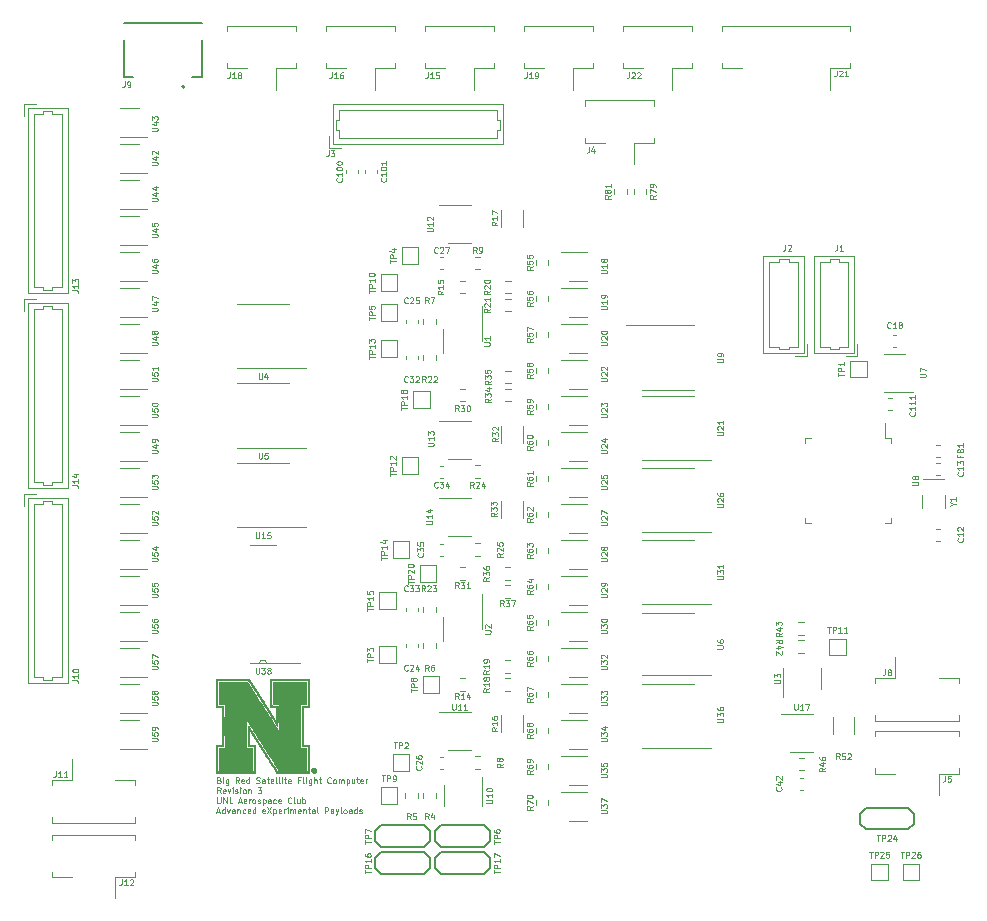
<source format=gbr>
%TF.GenerationSoftware,KiCad,Pcbnew,(5.1.10)-1*%
%TF.CreationDate,2023-09-20T18:37:59-05:00*%
%TF.ProjectId,brs_flight_computer,6272735f-666c-4696-9768-745f636f6d70,A*%
%TF.SameCoordinates,Original*%
%TF.FileFunction,Legend,Top*%
%TF.FilePolarity,Positive*%
%FSLAX46Y46*%
G04 Gerber Fmt 4.6, Leading zero omitted, Abs format (unit mm)*
G04 Created by KiCad (PCBNEW (5.1.10)-1) date 2023-09-20 18:37:59*
%MOMM*%
%LPD*%
G01*
G04 APERTURE LIST*
%ADD10C,0.100000*%
%ADD11C,0.120000*%
%ADD12C,0.010000*%
%ADD13C,0.150000*%
%ADD14C,0.200000*%
%ADD15C,0.127000*%
G04 APERTURE END LIST*
D10*
X130271714Y-134325285D02*
X130343142Y-134349095D01*
X130366952Y-134372904D01*
X130390761Y-134420523D01*
X130390761Y-134491952D01*
X130366952Y-134539571D01*
X130343142Y-134563380D01*
X130295523Y-134587190D01*
X130105047Y-134587190D01*
X130105047Y-134087190D01*
X130271714Y-134087190D01*
X130319333Y-134111000D01*
X130343142Y-134134809D01*
X130366952Y-134182428D01*
X130366952Y-134230047D01*
X130343142Y-134277666D01*
X130319333Y-134301476D01*
X130271714Y-134325285D01*
X130105047Y-134325285D01*
X130605047Y-134587190D02*
X130605047Y-134253857D01*
X130605047Y-134087190D02*
X130581238Y-134111000D01*
X130605047Y-134134809D01*
X130628857Y-134111000D01*
X130605047Y-134087190D01*
X130605047Y-134134809D01*
X131057428Y-134253857D02*
X131057428Y-134658619D01*
X131033619Y-134706238D01*
X131009809Y-134730047D01*
X130962190Y-134753857D01*
X130890761Y-134753857D01*
X130843142Y-134730047D01*
X131057428Y-134563380D02*
X131009809Y-134587190D01*
X130914571Y-134587190D01*
X130866952Y-134563380D01*
X130843142Y-134539571D01*
X130819333Y-134491952D01*
X130819333Y-134349095D01*
X130843142Y-134301476D01*
X130866952Y-134277666D01*
X130914571Y-134253857D01*
X131009809Y-134253857D01*
X131057428Y-134277666D01*
X131962190Y-134587190D02*
X131795523Y-134349095D01*
X131676476Y-134587190D02*
X131676476Y-134087190D01*
X131866952Y-134087190D01*
X131914571Y-134111000D01*
X131938380Y-134134809D01*
X131962190Y-134182428D01*
X131962190Y-134253857D01*
X131938380Y-134301476D01*
X131914571Y-134325285D01*
X131866952Y-134349095D01*
X131676476Y-134349095D01*
X132366952Y-134563380D02*
X132319333Y-134587190D01*
X132224095Y-134587190D01*
X132176476Y-134563380D01*
X132152666Y-134515761D01*
X132152666Y-134325285D01*
X132176476Y-134277666D01*
X132224095Y-134253857D01*
X132319333Y-134253857D01*
X132366952Y-134277666D01*
X132390761Y-134325285D01*
X132390761Y-134372904D01*
X132152666Y-134420523D01*
X132819333Y-134587190D02*
X132819333Y-134087190D01*
X132819333Y-134563380D02*
X132771714Y-134587190D01*
X132676476Y-134587190D01*
X132628857Y-134563380D01*
X132605047Y-134539571D01*
X132581238Y-134491952D01*
X132581238Y-134349095D01*
X132605047Y-134301476D01*
X132628857Y-134277666D01*
X132676476Y-134253857D01*
X132771714Y-134253857D01*
X132819333Y-134277666D01*
X133414571Y-134563380D02*
X133486000Y-134587190D01*
X133605047Y-134587190D01*
X133652666Y-134563380D01*
X133676476Y-134539571D01*
X133700285Y-134491952D01*
X133700285Y-134444333D01*
X133676476Y-134396714D01*
X133652666Y-134372904D01*
X133605047Y-134349095D01*
X133509809Y-134325285D01*
X133462190Y-134301476D01*
X133438380Y-134277666D01*
X133414571Y-134230047D01*
X133414571Y-134182428D01*
X133438380Y-134134809D01*
X133462190Y-134111000D01*
X133509809Y-134087190D01*
X133628857Y-134087190D01*
X133700285Y-134111000D01*
X134128857Y-134587190D02*
X134128857Y-134325285D01*
X134105047Y-134277666D01*
X134057428Y-134253857D01*
X133962190Y-134253857D01*
X133914571Y-134277666D01*
X134128857Y-134563380D02*
X134081238Y-134587190D01*
X133962190Y-134587190D01*
X133914571Y-134563380D01*
X133890761Y-134515761D01*
X133890761Y-134468142D01*
X133914571Y-134420523D01*
X133962190Y-134396714D01*
X134081238Y-134396714D01*
X134128857Y-134372904D01*
X134295523Y-134253857D02*
X134486000Y-134253857D01*
X134366952Y-134087190D02*
X134366952Y-134515761D01*
X134390761Y-134563380D01*
X134438380Y-134587190D01*
X134486000Y-134587190D01*
X134843142Y-134563380D02*
X134795523Y-134587190D01*
X134700285Y-134587190D01*
X134652666Y-134563380D01*
X134628857Y-134515761D01*
X134628857Y-134325285D01*
X134652666Y-134277666D01*
X134700285Y-134253857D01*
X134795523Y-134253857D01*
X134843142Y-134277666D01*
X134866952Y-134325285D01*
X134866952Y-134372904D01*
X134628857Y-134420523D01*
X135152666Y-134587190D02*
X135105047Y-134563380D01*
X135081238Y-134515761D01*
X135081238Y-134087190D01*
X135414571Y-134587190D02*
X135366952Y-134563380D01*
X135343142Y-134515761D01*
X135343142Y-134087190D01*
X135605047Y-134587190D02*
X135605047Y-134253857D01*
X135605047Y-134087190D02*
X135581238Y-134111000D01*
X135605047Y-134134809D01*
X135628857Y-134111000D01*
X135605047Y-134087190D01*
X135605047Y-134134809D01*
X135771714Y-134253857D02*
X135962190Y-134253857D01*
X135843142Y-134087190D02*
X135843142Y-134515761D01*
X135866952Y-134563380D01*
X135914571Y-134587190D01*
X135962190Y-134587190D01*
X136319333Y-134563380D02*
X136271714Y-134587190D01*
X136176476Y-134587190D01*
X136128857Y-134563380D01*
X136105047Y-134515761D01*
X136105047Y-134325285D01*
X136128857Y-134277666D01*
X136176476Y-134253857D01*
X136271714Y-134253857D01*
X136319333Y-134277666D01*
X136343142Y-134325285D01*
X136343142Y-134372904D01*
X136105047Y-134420523D01*
X137105047Y-134325285D02*
X136938380Y-134325285D01*
X136938380Y-134587190D02*
X136938380Y-134087190D01*
X137176476Y-134087190D01*
X137438380Y-134587190D02*
X137390761Y-134563380D01*
X137366952Y-134515761D01*
X137366952Y-134087190D01*
X137628857Y-134587190D02*
X137628857Y-134253857D01*
X137628857Y-134087190D02*
X137605047Y-134111000D01*
X137628857Y-134134809D01*
X137652666Y-134111000D01*
X137628857Y-134087190D01*
X137628857Y-134134809D01*
X138081238Y-134253857D02*
X138081238Y-134658619D01*
X138057428Y-134706238D01*
X138033619Y-134730047D01*
X137986000Y-134753857D01*
X137914571Y-134753857D01*
X137866952Y-134730047D01*
X138081238Y-134563380D02*
X138033619Y-134587190D01*
X137938380Y-134587190D01*
X137890761Y-134563380D01*
X137866952Y-134539571D01*
X137843142Y-134491952D01*
X137843142Y-134349095D01*
X137866952Y-134301476D01*
X137890761Y-134277666D01*
X137938380Y-134253857D01*
X138033619Y-134253857D01*
X138081238Y-134277666D01*
X138319333Y-134587190D02*
X138319333Y-134087190D01*
X138533619Y-134587190D02*
X138533619Y-134325285D01*
X138509809Y-134277666D01*
X138462190Y-134253857D01*
X138390761Y-134253857D01*
X138343142Y-134277666D01*
X138319333Y-134301476D01*
X138700285Y-134253857D02*
X138890761Y-134253857D01*
X138771714Y-134087190D02*
X138771714Y-134515761D01*
X138795523Y-134563380D01*
X138843142Y-134587190D01*
X138890761Y-134587190D01*
X139724095Y-134539571D02*
X139700285Y-134563380D01*
X139628857Y-134587190D01*
X139581238Y-134587190D01*
X139509809Y-134563380D01*
X139462190Y-134515761D01*
X139438380Y-134468142D01*
X139414571Y-134372904D01*
X139414571Y-134301476D01*
X139438380Y-134206238D01*
X139462190Y-134158619D01*
X139509809Y-134111000D01*
X139581238Y-134087190D01*
X139628857Y-134087190D01*
X139700285Y-134111000D01*
X139724095Y-134134809D01*
X140009809Y-134587190D02*
X139962190Y-134563380D01*
X139938380Y-134539571D01*
X139914571Y-134491952D01*
X139914571Y-134349095D01*
X139938380Y-134301476D01*
X139962190Y-134277666D01*
X140009809Y-134253857D01*
X140081238Y-134253857D01*
X140128857Y-134277666D01*
X140152666Y-134301476D01*
X140176476Y-134349095D01*
X140176476Y-134491952D01*
X140152666Y-134539571D01*
X140128857Y-134563380D01*
X140081238Y-134587190D01*
X140009809Y-134587190D01*
X140390761Y-134587190D02*
X140390761Y-134253857D01*
X140390761Y-134301476D02*
X140414571Y-134277666D01*
X140462190Y-134253857D01*
X140533619Y-134253857D01*
X140581238Y-134277666D01*
X140605047Y-134325285D01*
X140605047Y-134587190D01*
X140605047Y-134325285D02*
X140628857Y-134277666D01*
X140676476Y-134253857D01*
X140747904Y-134253857D01*
X140795523Y-134277666D01*
X140819333Y-134325285D01*
X140819333Y-134587190D01*
X141057428Y-134253857D02*
X141057428Y-134753857D01*
X141057428Y-134277666D02*
X141105047Y-134253857D01*
X141200285Y-134253857D01*
X141247904Y-134277666D01*
X141271714Y-134301476D01*
X141295523Y-134349095D01*
X141295523Y-134491952D01*
X141271714Y-134539571D01*
X141247904Y-134563380D01*
X141200285Y-134587190D01*
X141105047Y-134587190D01*
X141057428Y-134563380D01*
X141724095Y-134253857D02*
X141724095Y-134587190D01*
X141509809Y-134253857D02*
X141509809Y-134515761D01*
X141533619Y-134563380D01*
X141581238Y-134587190D01*
X141652666Y-134587190D01*
X141700285Y-134563380D01*
X141724095Y-134539571D01*
X141890761Y-134253857D02*
X142081238Y-134253857D01*
X141962190Y-134087190D02*
X141962190Y-134515761D01*
X141986000Y-134563380D01*
X142033619Y-134587190D01*
X142081238Y-134587190D01*
X142438380Y-134563380D02*
X142390761Y-134587190D01*
X142295523Y-134587190D01*
X142247904Y-134563380D01*
X142224095Y-134515761D01*
X142224095Y-134325285D01*
X142247904Y-134277666D01*
X142295523Y-134253857D01*
X142390761Y-134253857D01*
X142438380Y-134277666D01*
X142462190Y-134325285D01*
X142462190Y-134372904D01*
X142224095Y-134420523D01*
X142676476Y-134587190D02*
X142676476Y-134253857D01*
X142676476Y-134349095D02*
X142700285Y-134301476D01*
X142724095Y-134277666D01*
X142771714Y-134253857D01*
X142819333Y-134253857D01*
X130390761Y-135437190D02*
X130224095Y-135199095D01*
X130105047Y-135437190D02*
X130105047Y-134937190D01*
X130295523Y-134937190D01*
X130343142Y-134961000D01*
X130366952Y-134984809D01*
X130390761Y-135032428D01*
X130390761Y-135103857D01*
X130366952Y-135151476D01*
X130343142Y-135175285D01*
X130295523Y-135199095D01*
X130105047Y-135199095D01*
X130795523Y-135413380D02*
X130747904Y-135437190D01*
X130652666Y-135437190D01*
X130605047Y-135413380D01*
X130581238Y-135365761D01*
X130581238Y-135175285D01*
X130605047Y-135127666D01*
X130652666Y-135103857D01*
X130747904Y-135103857D01*
X130795523Y-135127666D01*
X130819333Y-135175285D01*
X130819333Y-135222904D01*
X130581238Y-135270523D01*
X130986000Y-135103857D02*
X131105047Y-135437190D01*
X131224095Y-135103857D01*
X131414571Y-135437190D02*
X131414571Y-135103857D01*
X131414571Y-134937190D02*
X131390761Y-134961000D01*
X131414571Y-134984809D01*
X131438380Y-134961000D01*
X131414571Y-134937190D01*
X131414571Y-134984809D01*
X131628857Y-135413380D02*
X131676476Y-135437190D01*
X131771714Y-135437190D01*
X131819333Y-135413380D01*
X131843142Y-135365761D01*
X131843142Y-135341952D01*
X131819333Y-135294333D01*
X131771714Y-135270523D01*
X131700285Y-135270523D01*
X131652666Y-135246714D01*
X131628857Y-135199095D01*
X131628857Y-135175285D01*
X131652666Y-135127666D01*
X131700285Y-135103857D01*
X131771714Y-135103857D01*
X131819333Y-135127666D01*
X132057428Y-135437190D02*
X132057428Y-135103857D01*
X132057428Y-134937190D02*
X132033619Y-134961000D01*
X132057428Y-134984809D01*
X132081238Y-134961000D01*
X132057428Y-134937190D01*
X132057428Y-134984809D01*
X132366952Y-135437190D02*
X132319333Y-135413380D01*
X132295523Y-135389571D01*
X132271714Y-135341952D01*
X132271714Y-135199095D01*
X132295523Y-135151476D01*
X132319333Y-135127666D01*
X132366952Y-135103857D01*
X132438380Y-135103857D01*
X132486000Y-135127666D01*
X132509809Y-135151476D01*
X132533619Y-135199095D01*
X132533619Y-135341952D01*
X132509809Y-135389571D01*
X132486000Y-135413380D01*
X132438380Y-135437190D01*
X132366952Y-135437190D01*
X132747904Y-135103857D02*
X132747904Y-135437190D01*
X132747904Y-135151476D02*
X132771714Y-135127666D01*
X132819333Y-135103857D01*
X132890761Y-135103857D01*
X132938380Y-135127666D01*
X132962190Y-135175285D01*
X132962190Y-135437190D01*
X133533619Y-134937190D02*
X133843142Y-134937190D01*
X133676476Y-135127666D01*
X133747904Y-135127666D01*
X133795523Y-135151476D01*
X133819333Y-135175285D01*
X133843142Y-135222904D01*
X133843142Y-135341952D01*
X133819333Y-135389571D01*
X133795523Y-135413380D01*
X133747904Y-135437190D01*
X133605047Y-135437190D01*
X133557428Y-135413380D01*
X133533619Y-135389571D01*
X130105047Y-135787190D02*
X130105047Y-136191952D01*
X130128857Y-136239571D01*
X130152666Y-136263380D01*
X130200285Y-136287190D01*
X130295523Y-136287190D01*
X130343142Y-136263380D01*
X130366952Y-136239571D01*
X130390761Y-136191952D01*
X130390761Y-135787190D01*
X130628857Y-136287190D02*
X130628857Y-135787190D01*
X130914571Y-136287190D01*
X130914571Y-135787190D01*
X131390761Y-136287190D02*
X131152666Y-136287190D01*
X131152666Y-135787190D01*
X131914571Y-136144333D02*
X132152666Y-136144333D01*
X131866952Y-136287190D02*
X132033619Y-135787190D01*
X132200285Y-136287190D01*
X132557428Y-136263380D02*
X132509809Y-136287190D01*
X132414571Y-136287190D01*
X132366952Y-136263380D01*
X132343142Y-136215761D01*
X132343142Y-136025285D01*
X132366952Y-135977666D01*
X132414571Y-135953857D01*
X132509809Y-135953857D01*
X132557428Y-135977666D01*
X132581238Y-136025285D01*
X132581238Y-136072904D01*
X132343142Y-136120523D01*
X132795523Y-136287190D02*
X132795523Y-135953857D01*
X132795523Y-136049095D02*
X132819333Y-136001476D01*
X132843142Y-135977666D01*
X132890761Y-135953857D01*
X132938380Y-135953857D01*
X133176476Y-136287190D02*
X133128857Y-136263380D01*
X133105047Y-136239571D01*
X133081238Y-136191952D01*
X133081238Y-136049095D01*
X133105047Y-136001476D01*
X133128857Y-135977666D01*
X133176476Y-135953857D01*
X133247904Y-135953857D01*
X133295523Y-135977666D01*
X133319333Y-136001476D01*
X133343142Y-136049095D01*
X133343142Y-136191952D01*
X133319333Y-136239571D01*
X133295523Y-136263380D01*
X133247904Y-136287190D01*
X133176476Y-136287190D01*
X133533619Y-136263380D02*
X133581238Y-136287190D01*
X133676476Y-136287190D01*
X133724095Y-136263380D01*
X133747904Y-136215761D01*
X133747904Y-136191952D01*
X133724095Y-136144333D01*
X133676476Y-136120523D01*
X133605047Y-136120523D01*
X133557428Y-136096714D01*
X133533619Y-136049095D01*
X133533619Y-136025285D01*
X133557428Y-135977666D01*
X133605047Y-135953857D01*
X133676476Y-135953857D01*
X133724095Y-135977666D01*
X133962190Y-135953857D02*
X133962190Y-136453857D01*
X133962190Y-135977666D02*
X134009809Y-135953857D01*
X134105047Y-135953857D01*
X134152666Y-135977666D01*
X134176476Y-136001476D01*
X134200285Y-136049095D01*
X134200285Y-136191952D01*
X134176476Y-136239571D01*
X134152666Y-136263380D01*
X134105047Y-136287190D01*
X134009809Y-136287190D01*
X133962190Y-136263380D01*
X134628857Y-136287190D02*
X134628857Y-136025285D01*
X134605047Y-135977666D01*
X134557428Y-135953857D01*
X134462190Y-135953857D01*
X134414571Y-135977666D01*
X134628857Y-136263380D02*
X134581238Y-136287190D01*
X134462190Y-136287190D01*
X134414571Y-136263380D01*
X134390761Y-136215761D01*
X134390761Y-136168142D01*
X134414571Y-136120523D01*
X134462190Y-136096714D01*
X134581238Y-136096714D01*
X134628857Y-136072904D01*
X135081238Y-136263380D02*
X135033619Y-136287190D01*
X134938380Y-136287190D01*
X134890761Y-136263380D01*
X134866952Y-136239571D01*
X134843142Y-136191952D01*
X134843142Y-136049095D01*
X134866952Y-136001476D01*
X134890761Y-135977666D01*
X134938380Y-135953857D01*
X135033619Y-135953857D01*
X135081238Y-135977666D01*
X135486000Y-136263380D02*
X135438380Y-136287190D01*
X135343142Y-136287190D01*
X135295523Y-136263380D01*
X135271714Y-136215761D01*
X135271714Y-136025285D01*
X135295523Y-135977666D01*
X135343142Y-135953857D01*
X135438380Y-135953857D01*
X135486000Y-135977666D01*
X135509809Y-136025285D01*
X135509809Y-136072904D01*
X135271714Y-136120523D01*
X136390761Y-136239571D02*
X136366952Y-136263380D01*
X136295523Y-136287190D01*
X136247904Y-136287190D01*
X136176476Y-136263380D01*
X136128857Y-136215761D01*
X136105047Y-136168142D01*
X136081238Y-136072904D01*
X136081238Y-136001476D01*
X136105047Y-135906238D01*
X136128857Y-135858619D01*
X136176476Y-135811000D01*
X136247904Y-135787190D01*
X136295523Y-135787190D01*
X136366952Y-135811000D01*
X136390761Y-135834809D01*
X136676476Y-136287190D02*
X136628857Y-136263380D01*
X136605047Y-136215761D01*
X136605047Y-135787190D01*
X137081238Y-135953857D02*
X137081238Y-136287190D01*
X136866952Y-135953857D02*
X136866952Y-136215761D01*
X136890761Y-136263380D01*
X136938380Y-136287190D01*
X137009809Y-136287190D01*
X137057428Y-136263380D01*
X137081238Y-136239571D01*
X137319333Y-136287190D02*
X137319333Y-135787190D01*
X137319333Y-135977666D02*
X137366952Y-135953857D01*
X137462190Y-135953857D01*
X137509809Y-135977666D01*
X137533619Y-136001476D01*
X137557428Y-136049095D01*
X137557428Y-136191952D01*
X137533619Y-136239571D01*
X137509809Y-136263380D01*
X137462190Y-136287190D01*
X137366952Y-136287190D01*
X137319333Y-136263380D01*
X130081238Y-136994333D02*
X130319333Y-136994333D01*
X130033619Y-137137190D02*
X130200285Y-136637190D01*
X130366952Y-137137190D01*
X130747904Y-137137190D02*
X130747904Y-136637190D01*
X130747904Y-137113380D02*
X130700285Y-137137190D01*
X130605047Y-137137190D01*
X130557428Y-137113380D01*
X130533619Y-137089571D01*
X130509809Y-137041952D01*
X130509809Y-136899095D01*
X130533619Y-136851476D01*
X130557428Y-136827666D01*
X130605047Y-136803857D01*
X130700285Y-136803857D01*
X130747904Y-136827666D01*
X130938380Y-136803857D02*
X131057428Y-137137190D01*
X131176476Y-136803857D01*
X131581238Y-137137190D02*
X131581238Y-136875285D01*
X131557428Y-136827666D01*
X131509809Y-136803857D01*
X131414571Y-136803857D01*
X131366952Y-136827666D01*
X131581238Y-137113380D02*
X131533619Y-137137190D01*
X131414571Y-137137190D01*
X131366952Y-137113380D01*
X131343142Y-137065761D01*
X131343142Y-137018142D01*
X131366952Y-136970523D01*
X131414571Y-136946714D01*
X131533619Y-136946714D01*
X131581238Y-136922904D01*
X131819333Y-136803857D02*
X131819333Y-137137190D01*
X131819333Y-136851476D02*
X131843142Y-136827666D01*
X131890761Y-136803857D01*
X131962190Y-136803857D01*
X132009809Y-136827666D01*
X132033619Y-136875285D01*
X132033619Y-137137190D01*
X132486000Y-137113380D02*
X132438380Y-137137190D01*
X132343142Y-137137190D01*
X132295523Y-137113380D01*
X132271714Y-137089571D01*
X132247904Y-137041952D01*
X132247904Y-136899095D01*
X132271714Y-136851476D01*
X132295523Y-136827666D01*
X132343142Y-136803857D01*
X132438380Y-136803857D01*
X132486000Y-136827666D01*
X132890761Y-137113380D02*
X132843142Y-137137190D01*
X132747904Y-137137190D01*
X132700285Y-137113380D01*
X132676476Y-137065761D01*
X132676476Y-136875285D01*
X132700285Y-136827666D01*
X132747904Y-136803857D01*
X132843142Y-136803857D01*
X132890761Y-136827666D01*
X132914571Y-136875285D01*
X132914571Y-136922904D01*
X132676476Y-136970523D01*
X133343142Y-137137190D02*
X133343142Y-136637190D01*
X133343142Y-137113380D02*
X133295523Y-137137190D01*
X133200285Y-137137190D01*
X133152666Y-137113380D01*
X133128857Y-137089571D01*
X133105047Y-137041952D01*
X133105047Y-136899095D01*
X133128857Y-136851476D01*
X133152666Y-136827666D01*
X133200285Y-136803857D01*
X133295523Y-136803857D01*
X133343142Y-136827666D01*
X134152666Y-137113380D02*
X134105047Y-137137190D01*
X134009809Y-137137190D01*
X133962190Y-137113380D01*
X133938380Y-137065761D01*
X133938380Y-136875285D01*
X133962190Y-136827666D01*
X134009809Y-136803857D01*
X134105047Y-136803857D01*
X134152666Y-136827666D01*
X134176476Y-136875285D01*
X134176476Y-136922904D01*
X133938380Y-136970523D01*
X134343142Y-136637190D02*
X134676476Y-137137190D01*
X134676476Y-136637190D02*
X134343142Y-137137190D01*
X134866952Y-136803857D02*
X134866952Y-137303857D01*
X134866952Y-136827666D02*
X134914571Y-136803857D01*
X135009809Y-136803857D01*
X135057428Y-136827666D01*
X135081238Y-136851476D01*
X135105047Y-136899095D01*
X135105047Y-137041952D01*
X135081238Y-137089571D01*
X135057428Y-137113380D01*
X135009809Y-137137190D01*
X134914571Y-137137190D01*
X134866952Y-137113380D01*
X135509809Y-137113380D02*
X135462190Y-137137190D01*
X135366952Y-137137190D01*
X135319333Y-137113380D01*
X135295523Y-137065761D01*
X135295523Y-136875285D01*
X135319333Y-136827666D01*
X135366952Y-136803857D01*
X135462190Y-136803857D01*
X135509809Y-136827666D01*
X135533619Y-136875285D01*
X135533619Y-136922904D01*
X135295523Y-136970523D01*
X135747904Y-137137190D02*
X135747904Y-136803857D01*
X135747904Y-136899095D02*
X135771714Y-136851476D01*
X135795523Y-136827666D01*
X135843142Y-136803857D01*
X135890761Y-136803857D01*
X136057428Y-137137190D02*
X136057428Y-136803857D01*
X136057428Y-136637190D02*
X136033619Y-136661000D01*
X136057428Y-136684809D01*
X136081238Y-136661000D01*
X136057428Y-136637190D01*
X136057428Y-136684809D01*
X136295523Y-137137190D02*
X136295523Y-136803857D01*
X136295523Y-136851476D02*
X136319333Y-136827666D01*
X136366952Y-136803857D01*
X136438380Y-136803857D01*
X136486000Y-136827666D01*
X136509809Y-136875285D01*
X136509809Y-137137190D01*
X136509809Y-136875285D02*
X136533619Y-136827666D01*
X136581238Y-136803857D01*
X136652666Y-136803857D01*
X136700285Y-136827666D01*
X136724095Y-136875285D01*
X136724095Y-137137190D01*
X137152666Y-137113380D02*
X137105047Y-137137190D01*
X137009809Y-137137190D01*
X136962190Y-137113380D01*
X136938380Y-137065761D01*
X136938380Y-136875285D01*
X136962190Y-136827666D01*
X137009809Y-136803857D01*
X137105047Y-136803857D01*
X137152666Y-136827666D01*
X137176476Y-136875285D01*
X137176476Y-136922904D01*
X136938380Y-136970523D01*
X137390761Y-136803857D02*
X137390761Y-137137190D01*
X137390761Y-136851476D02*
X137414571Y-136827666D01*
X137462190Y-136803857D01*
X137533619Y-136803857D01*
X137581238Y-136827666D01*
X137605047Y-136875285D01*
X137605047Y-137137190D01*
X137771714Y-136803857D02*
X137962190Y-136803857D01*
X137843142Y-136637190D02*
X137843142Y-137065761D01*
X137866952Y-137113380D01*
X137914571Y-137137190D01*
X137962190Y-137137190D01*
X138343142Y-137137190D02*
X138343142Y-136875285D01*
X138319333Y-136827666D01*
X138271714Y-136803857D01*
X138176476Y-136803857D01*
X138128857Y-136827666D01*
X138343142Y-137113380D02*
X138295523Y-137137190D01*
X138176476Y-137137190D01*
X138128857Y-137113380D01*
X138105047Y-137065761D01*
X138105047Y-137018142D01*
X138128857Y-136970523D01*
X138176476Y-136946714D01*
X138295523Y-136946714D01*
X138343142Y-136922904D01*
X138652666Y-137137190D02*
X138605047Y-137113380D01*
X138581238Y-137065761D01*
X138581238Y-136637190D01*
X139224095Y-137137190D02*
X139224095Y-136637190D01*
X139414571Y-136637190D01*
X139462190Y-136661000D01*
X139486000Y-136684809D01*
X139509809Y-136732428D01*
X139509809Y-136803857D01*
X139486000Y-136851476D01*
X139462190Y-136875285D01*
X139414571Y-136899095D01*
X139224095Y-136899095D01*
X139938380Y-137137190D02*
X139938380Y-136875285D01*
X139914571Y-136827666D01*
X139866952Y-136803857D01*
X139771714Y-136803857D01*
X139724095Y-136827666D01*
X139938380Y-137113380D02*
X139890761Y-137137190D01*
X139771714Y-137137190D01*
X139724095Y-137113380D01*
X139700285Y-137065761D01*
X139700285Y-137018142D01*
X139724095Y-136970523D01*
X139771714Y-136946714D01*
X139890761Y-136946714D01*
X139938380Y-136922904D01*
X140128857Y-136803857D02*
X140247904Y-137137190D01*
X140366952Y-136803857D02*
X140247904Y-137137190D01*
X140200285Y-137256238D01*
X140176476Y-137280047D01*
X140128857Y-137303857D01*
X140628857Y-137137190D02*
X140581238Y-137113380D01*
X140557428Y-137065761D01*
X140557428Y-136637190D01*
X140890761Y-137137190D02*
X140843142Y-137113380D01*
X140819333Y-137089571D01*
X140795523Y-137041952D01*
X140795523Y-136899095D01*
X140819333Y-136851476D01*
X140843142Y-136827666D01*
X140890761Y-136803857D01*
X140962190Y-136803857D01*
X141009809Y-136827666D01*
X141033619Y-136851476D01*
X141057428Y-136899095D01*
X141057428Y-137041952D01*
X141033619Y-137089571D01*
X141009809Y-137113380D01*
X140962190Y-137137190D01*
X140890761Y-137137190D01*
X141486000Y-137137190D02*
X141486000Y-136875285D01*
X141462190Y-136827666D01*
X141414571Y-136803857D01*
X141319333Y-136803857D01*
X141271714Y-136827666D01*
X141486000Y-137113380D02*
X141438380Y-137137190D01*
X141319333Y-137137190D01*
X141271714Y-137113380D01*
X141247904Y-137065761D01*
X141247904Y-137018142D01*
X141271714Y-136970523D01*
X141319333Y-136946714D01*
X141438380Y-136946714D01*
X141486000Y-136922904D01*
X141938380Y-137137190D02*
X141938380Y-136637190D01*
X141938380Y-137113380D02*
X141890761Y-137137190D01*
X141795523Y-137137190D01*
X141747904Y-137113380D01*
X141724095Y-137089571D01*
X141700285Y-137041952D01*
X141700285Y-136899095D01*
X141724095Y-136851476D01*
X141747904Y-136827666D01*
X141795523Y-136803857D01*
X141890761Y-136803857D01*
X141938380Y-136827666D01*
X142152666Y-137113380D02*
X142200285Y-137137190D01*
X142295523Y-137137190D01*
X142343142Y-137113380D01*
X142366952Y-137065761D01*
X142366952Y-137041952D01*
X142343142Y-136994333D01*
X142295523Y-136970523D01*
X142224095Y-136970523D01*
X142176476Y-136946714D01*
X142152666Y-136899095D01*
X142152666Y-136875285D01*
X142176476Y-136827666D01*
X142224095Y-136803857D01*
X142295523Y-136803857D01*
X142343142Y-136827666D01*
D11*
%TO.C,U8*%
X186675000Y-105356000D02*
X186675000Y-104066000D01*
X187125000Y-105356000D02*
X186675000Y-105356000D01*
X187125000Y-105806000D02*
X187125000Y-105356000D01*
X187125000Y-112576000D02*
X186675000Y-112576000D01*
X187125000Y-112126000D02*
X187125000Y-112576000D01*
X179905000Y-105356000D02*
X180355000Y-105356000D01*
X179905000Y-105806000D02*
X179905000Y-105356000D01*
X179905000Y-112576000D02*
X180355000Y-112576000D01*
X179905000Y-112126000D02*
X179905000Y-112576000D01*
D12*
%TO.C,G\u002A\u002A\u002A*%
G36*
X137915650Y-128117600D02*
G01*
X137394950Y-128117600D01*
X137394950Y-131343400D01*
X137915650Y-131343400D01*
X137915650Y-133699250D01*
X135117888Y-133699250D01*
X134877933Y-133319837D01*
X134837470Y-133255859D01*
X134798465Y-133194191D01*
X134761534Y-133135805D01*
X134727293Y-133081675D01*
X134696356Y-133032774D01*
X134669340Y-132990073D01*
X134646860Y-132954547D01*
X134629530Y-132927167D01*
X134617967Y-132908906D01*
X134613795Y-132902325D01*
X134605070Y-132888549D01*
X134590452Y-132865435D01*
X134570827Y-132834384D01*
X134547081Y-132796800D01*
X134520100Y-132754082D01*
X134490768Y-132707634D01*
X134459972Y-132658856D01*
X134451319Y-132645150D01*
X134385826Y-132541408D01*
X134320416Y-132437815D01*
X134255466Y-132334970D01*
X134191355Y-132233468D01*
X134128460Y-132133908D01*
X134067159Y-132036886D01*
X134007828Y-131943000D01*
X133950847Y-131852846D01*
X133896593Y-131767023D01*
X133845442Y-131686128D01*
X133797774Y-131610757D01*
X133753965Y-131541508D01*
X133714393Y-131478978D01*
X133679435Y-131423765D01*
X133649470Y-131376465D01*
X133624875Y-131337676D01*
X133606027Y-131307995D01*
X133593305Y-131288020D01*
X133588096Y-131279900D01*
X133580254Y-131267647D01*
X133566259Y-131245634D01*
X133546732Y-131214841D01*
X133522293Y-131176251D01*
X133493563Y-131130844D01*
X133461164Y-131079603D01*
X133425716Y-131023508D01*
X133387839Y-130963542D01*
X133348156Y-130900685D01*
X133320980Y-130857625D01*
X133278032Y-130789572D01*
X133234648Y-130720848D01*
X133191693Y-130652822D01*
X133150030Y-130586860D01*
X133110522Y-130524329D01*
X133074035Y-130466597D01*
X133041432Y-130415032D01*
X133013577Y-130371000D01*
X132991334Y-130335870D01*
X132985097Y-130326028D01*
X132958215Y-130283614D01*
X132931716Y-130241786D01*
X132906907Y-130202607D01*
X132885095Y-130168140D01*
X132867585Y-130140450D01*
X132856458Y-130122828D01*
X132823291Y-130070225D01*
X132823120Y-130706741D01*
X132822950Y-131343257D01*
X133081712Y-131344916D01*
X133340475Y-131346575D01*
X133340475Y-133696075D01*
X131675187Y-133697674D01*
X130009900Y-133699273D01*
X130009900Y-131343400D01*
X130530600Y-131343400D01*
X130530600Y-128117600D01*
X130009900Y-128117600D01*
X130009900Y-125876050D01*
X130117850Y-125876050D01*
X130117850Y-128009650D01*
X130374345Y-128009650D01*
X130438713Y-128009692D01*
X130491523Y-128009850D01*
X130533918Y-128010168D01*
X130567038Y-128010688D01*
X130592025Y-128011456D01*
X130610023Y-128012515D01*
X130622171Y-128013909D01*
X130629613Y-128015683D01*
X130633491Y-128017881D01*
X130634695Y-128019694D01*
X130635064Y-128026923D01*
X130635413Y-128046217D01*
X130635744Y-128076941D01*
X130636055Y-128118461D01*
X130636348Y-128170141D01*
X130636622Y-128231348D01*
X130636877Y-128301445D01*
X130637113Y-128379799D01*
X130637331Y-128465774D01*
X130637529Y-128558736D01*
X130637709Y-128658050D01*
X130637869Y-128763080D01*
X130638011Y-128873193D01*
X130638134Y-128987753D01*
X130638238Y-129106125D01*
X130638323Y-129227675D01*
X130638389Y-129351768D01*
X130638437Y-129477769D01*
X130638465Y-129605043D01*
X130638475Y-129732956D01*
X130638465Y-129860872D01*
X130638437Y-129988157D01*
X130638390Y-130114176D01*
X130638324Y-130238293D01*
X130638239Y-130359876D01*
X130638135Y-130478287D01*
X130638013Y-130592894D01*
X130637871Y-130703060D01*
X130637711Y-130808151D01*
X130637531Y-130907532D01*
X130637333Y-131000569D01*
X130637116Y-131086626D01*
X130636880Y-131165069D01*
X130636625Y-131235262D01*
X130636351Y-131296572D01*
X130636059Y-131348363D01*
X130635747Y-131390001D01*
X130635417Y-131420850D01*
X130635068Y-131440275D01*
X130634699Y-131447643D01*
X130634695Y-131447655D01*
X130632633Y-131450175D01*
X130627805Y-131452241D01*
X130619070Y-131453896D01*
X130605285Y-131455185D01*
X130585308Y-131456152D01*
X130557998Y-131456841D01*
X130522213Y-131457296D01*
X130476811Y-131457561D01*
X130420650Y-131457680D01*
X130374345Y-131457700D01*
X130117850Y-131457700D01*
X130117850Y-133584950D01*
X133235700Y-133584950D01*
X133235700Y-131457700D01*
X132715000Y-131457700D01*
X132715000Y-130576955D01*
X132715037Y-130472406D01*
X132715147Y-130371477D01*
X132715325Y-130274884D01*
X132715567Y-130183341D01*
X132715868Y-130097564D01*
X132716224Y-130018269D01*
X132716631Y-129946170D01*
X132717084Y-129881983D01*
X132717578Y-129826422D01*
X132718111Y-129780204D01*
X132718676Y-129744044D01*
X132719270Y-129718657D01*
X132719889Y-129704757D01*
X132720330Y-129702242D01*
X132725593Y-129709725D01*
X132736031Y-129725701D01*
X132750154Y-129747854D01*
X132766470Y-129773868D01*
X132767143Y-129774950D01*
X132780620Y-129796576D01*
X132795215Y-129819920D01*
X132811492Y-129845874D01*
X132830016Y-129875335D01*
X132851351Y-129909196D01*
X132876062Y-129948352D01*
X132904714Y-129993698D01*
X132937872Y-130046128D01*
X132976099Y-130106536D01*
X133019960Y-130175818D01*
X133070021Y-130254868D01*
X133073730Y-130260725D01*
X133109511Y-130317243D01*
X133150393Y-130381861D01*
X133194706Y-130451935D01*
X133240778Y-130524820D01*
X133286937Y-130597874D01*
X133331514Y-130668452D01*
X133372837Y-130733910D01*
X133384788Y-130752850D01*
X133418749Y-130806659D01*
X133458308Y-130869309D01*
X133502270Y-130938912D01*
X133549441Y-131013577D01*
X133598628Y-131091415D01*
X133648636Y-131170537D01*
X133698271Y-131249051D01*
X133746339Y-131325069D01*
X133788055Y-131391025D01*
X133831210Y-131459247D01*
X133875152Y-131528716D01*
X133918959Y-131597972D01*
X133961708Y-131665558D01*
X134002477Y-131730013D01*
X134040341Y-131789879D01*
X134074379Y-131843697D01*
X134103668Y-131890008D01*
X134127285Y-131927353D01*
X134131456Y-131933950D01*
X134175746Y-132003968D01*
X134213680Y-132063890D01*
X134245672Y-132114367D01*
X134272135Y-132156047D01*
X134293481Y-132189581D01*
X134310123Y-132215620D01*
X134322475Y-132234813D01*
X134325026Y-132238750D01*
X134331371Y-132248682D01*
X134343715Y-132268154D01*
X134361295Y-132295956D01*
X134383347Y-132330878D01*
X134409108Y-132371710D01*
X134437813Y-132417243D01*
X134468700Y-132466266D01*
X134491375Y-132502275D01*
X134529038Y-132562065D01*
X134569883Y-132626849D01*
X134612269Y-132694029D01*
X134654554Y-132761003D01*
X134695096Y-132825172D01*
X134732255Y-132883936D01*
X134764387Y-132934693D01*
X134766007Y-132937250D01*
X134879342Y-133116243D01*
X134988143Y-133288323D01*
X135094776Y-133457237D01*
X135114249Y-133488112D01*
X135175316Y-133584950D01*
X137807700Y-133584950D01*
X137807700Y-132521396D01*
X137807699Y-131457842D01*
X137548937Y-131456183D01*
X137290175Y-131454525D01*
X137288575Y-129732087D01*
X137286976Y-128009649D01*
X137547338Y-128009650D01*
X137807700Y-128009650D01*
X137807700Y-125876050D01*
X136248756Y-125876049D01*
X134689812Y-125876049D01*
X134691418Y-126941262D01*
X134693025Y-128006475D01*
X134951787Y-128008133D01*
X135210550Y-128009792D01*
X135210550Y-128886021D01*
X135210531Y-128990417D01*
X135210477Y-129091268D01*
X135210389Y-129187849D01*
X135210269Y-129279437D01*
X135210121Y-129365308D01*
X135209945Y-129444738D01*
X135209745Y-129517003D01*
X135209521Y-129581380D01*
X135209277Y-129637145D01*
X135209015Y-129683574D01*
X135208736Y-129719944D01*
X135208443Y-129745531D01*
X135208138Y-129759611D01*
X135207935Y-129762250D01*
X135207224Y-129761977D01*
X135205936Y-129760674D01*
X135203607Y-129757614D01*
X135199773Y-129752072D01*
X135193971Y-129743321D01*
X135185736Y-129730635D01*
X135174605Y-129713287D01*
X135160115Y-129690551D01*
X135141801Y-129661701D01*
X135119200Y-129626010D01*
X135091848Y-129582752D01*
X135059281Y-129531201D01*
X135021036Y-129470630D01*
X134976649Y-129400313D01*
X134958604Y-129371725D01*
X134922183Y-129314034D01*
X134883712Y-129253116D01*
X134844614Y-129191227D01*
X134806315Y-129130618D01*
X134770238Y-129073546D01*
X134737809Y-129022264D01*
X134710452Y-128979026D01*
X134705799Y-128971675D01*
X134685932Y-128940282D01*
X134660070Y-128899399D01*
X134628999Y-128850270D01*
X134593507Y-128794140D01*
X134554382Y-128732256D01*
X134512410Y-128665862D01*
X134468380Y-128596205D01*
X134423078Y-128524529D01*
X134377292Y-128452080D01*
X134332455Y-128381125D01*
X134289490Y-128313142D01*
X134248093Y-128247664D01*
X134208822Y-128185573D01*
X134172236Y-128127752D01*
X134138893Y-128075081D01*
X134109352Y-128028444D01*
X134084172Y-127988721D01*
X134063911Y-127956796D01*
X134049127Y-127933550D01*
X134040379Y-127919865D01*
X134038897Y-127917575D01*
X134031676Y-127906328D01*
X134018374Y-127885429D01*
X133999683Y-127855970D01*
X133976294Y-127819042D01*
X133948898Y-127775738D01*
X133918185Y-127727150D01*
X133884848Y-127674369D01*
X133849576Y-127618489D01*
X133825941Y-127581025D01*
X133776174Y-127502120D01*
X133731620Y-127431489D01*
X133691257Y-127367510D01*
X133654060Y-127308561D01*
X133619006Y-127253022D01*
X133585070Y-127199271D01*
X133551230Y-127145688D01*
X133516461Y-127090651D01*
X133479740Y-127032539D01*
X133440042Y-126969731D01*
X133396344Y-126900605D01*
X133347623Y-126823542D01*
X133308633Y-126761875D01*
X133252479Y-126673063D01*
X133202680Y-126594303D01*
X133158802Y-126524913D01*
X133120413Y-126464208D01*
X133087082Y-126411506D01*
X133058377Y-126366125D01*
X133033864Y-126327380D01*
X133013111Y-126294590D01*
X132995688Y-126267071D01*
X132981160Y-126244141D01*
X132969097Y-126225115D01*
X132959065Y-126209313D01*
X132950633Y-126196049D01*
X132943369Y-126184643D01*
X132936897Y-126174500D01*
X132924424Y-126154847D01*
X132906716Y-126126773D01*
X132885251Y-126092634D01*
X132861512Y-126054788D01*
X132836980Y-126015590D01*
X132828203Y-126001544D01*
X132749925Y-125876213D01*
X131433887Y-125876131D01*
X130117850Y-125876050D01*
X130009900Y-125876050D01*
X130009900Y-125761750D01*
X131408487Y-125761913D01*
X132807075Y-125762076D01*
X132975350Y-126028693D01*
X133015490Y-126092286D01*
X133059359Y-126161780D01*
X133105305Y-126234557D01*
X133151677Y-126308001D01*
X133196822Y-126379496D01*
X133239088Y-126446424D01*
X133276824Y-126506171D01*
X133288981Y-126525417D01*
X133325606Y-126583397D01*
X133365106Y-126645931D01*
X133405851Y-126710437D01*
X133446210Y-126774335D01*
X133484553Y-126835041D01*
X133519249Y-126889974D01*
X133546628Y-126933325D01*
X133567899Y-126966996D01*
X133595184Y-127010170D01*
X133627703Y-127061615D01*
X133664680Y-127120103D01*
X133705336Y-127184402D01*
X133748893Y-127253283D01*
X133794574Y-127325516D01*
X133841601Y-127399870D01*
X133889196Y-127475116D01*
X133936582Y-127550024D01*
X133950168Y-127571500D01*
X134028980Y-127696083D01*
X134101254Y-127810342D01*
X134167247Y-127914685D01*
X134227215Y-128009517D01*
X134281416Y-128095244D01*
X134330105Y-128172272D01*
X134373540Y-128241008D01*
X134411977Y-128301859D01*
X134445672Y-128355229D01*
X134474884Y-128401526D01*
X134499867Y-128441155D01*
X134520880Y-128474523D01*
X134534024Y-128495425D01*
X134549280Y-128519656D01*
X134570221Y-128552851D01*
X134595730Y-128593245D01*
X134624695Y-128639075D01*
X134656000Y-128688576D01*
X134688531Y-128739986D01*
X134721172Y-128791541D01*
X134724661Y-128797050D01*
X134760983Y-128854422D01*
X134800537Y-128916947D01*
X134841566Y-128981844D01*
X134882311Y-129046332D01*
X134921018Y-129107631D01*
X134955928Y-129162959D01*
X134977449Y-129197100D01*
X135004737Y-129240327D01*
X135030011Y-129280212D01*
X135052442Y-129315455D01*
X135071201Y-129344762D01*
X135085458Y-129366834D01*
X135094384Y-129380375D01*
X135097038Y-129384107D01*
X135097860Y-129378791D01*
X135098638Y-129361505D01*
X135099365Y-129332976D01*
X135100035Y-129293935D01*
X135100642Y-129245110D01*
X135101179Y-129187229D01*
X135101640Y-129121023D01*
X135102018Y-129047220D01*
X135102307Y-128966549D01*
X135102501Y-128879739D01*
X135102593Y-128787519D01*
X135102600Y-128753870D01*
X135102600Y-128117600D01*
X134842233Y-128117600D01*
X134581866Y-128117599D01*
X134583470Y-126941262D01*
X134585075Y-125764925D01*
X136250362Y-125763325D01*
X137915650Y-125761726D01*
X137915650Y-128117600D01*
G37*
X137915650Y-128117600D02*
X137394950Y-128117600D01*
X137394950Y-131343400D01*
X137915650Y-131343400D01*
X137915650Y-133699250D01*
X135117888Y-133699250D01*
X134877933Y-133319837D01*
X134837470Y-133255859D01*
X134798465Y-133194191D01*
X134761534Y-133135805D01*
X134727293Y-133081675D01*
X134696356Y-133032774D01*
X134669340Y-132990073D01*
X134646860Y-132954547D01*
X134629530Y-132927167D01*
X134617967Y-132908906D01*
X134613795Y-132902325D01*
X134605070Y-132888549D01*
X134590452Y-132865435D01*
X134570827Y-132834384D01*
X134547081Y-132796800D01*
X134520100Y-132754082D01*
X134490768Y-132707634D01*
X134459972Y-132658856D01*
X134451319Y-132645150D01*
X134385826Y-132541408D01*
X134320416Y-132437815D01*
X134255466Y-132334970D01*
X134191355Y-132233468D01*
X134128460Y-132133908D01*
X134067159Y-132036886D01*
X134007828Y-131943000D01*
X133950847Y-131852846D01*
X133896593Y-131767023D01*
X133845442Y-131686128D01*
X133797774Y-131610757D01*
X133753965Y-131541508D01*
X133714393Y-131478978D01*
X133679435Y-131423765D01*
X133649470Y-131376465D01*
X133624875Y-131337676D01*
X133606027Y-131307995D01*
X133593305Y-131288020D01*
X133588096Y-131279900D01*
X133580254Y-131267647D01*
X133566259Y-131245634D01*
X133546732Y-131214841D01*
X133522293Y-131176251D01*
X133493563Y-131130844D01*
X133461164Y-131079603D01*
X133425716Y-131023508D01*
X133387839Y-130963542D01*
X133348156Y-130900685D01*
X133320980Y-130857625D01*
X133278032Y-130789572D01*
X133234648Y-130720848D01*
X133191693Y-130652822D01*
X133150030Y-130586860D01*
X133110522Y-130524329D01*
X133074035Y-130466597D01*
X133041432Y-130415032D01*
X133013577Y-130371000D01*
X132991334Y-130335870D01*
X132985097Y-130326028D01*
X132958215Y-130283614D01*
X132931716Y-130241786D01*
X132906907Y-130202607D01*
X132885095Y-130168140D01*
X132867585Y-130140450D01*
X132856458Y-130122828D01*
X132823291Y-130070225D01*
X132823120Y-130706741D01*
X132822950Y-131343257D01*
X133081712Y-131344916D01*
X133340475Y-131346575D01*
X133340475Y-133696075D01*
X131675187Y-133697674D01*
X130009900Y-133699273D01*
X130009900Y-131343400D01*
X130530600Y-131343400D01*
X130530600Y-128117600D01*
X130009900Y-128117600D01*
X130009900Y-125876050D01*
X130117850Y-125876050D01*
X130117850Y-128009650D01*
X130374345Y-128009650D01*
X130438713Y-128009692D01*
X130491523Y-128009850D01*
X130533918Y-128010168D01*
X130567038Y-128010688D01*
X130592025Y-128011456D01*
X130610023Y-128012515D01*
X130622171Y-128013909D01*
X130629613Y-128015683D01*
X130633491Y-128017881D01*
X130634695Y-128019694D01*
X130635064Y-128026923D01*
X130635413Y-128046217D01*
X130635744Y-128076941D01*
X130636055Y-128118461D01*
X130636348Y-128170141D01*
X130636622Y-128231348D01*
X130636877Y-128301445D01*
X130637113Y-128379799D01*
X130637331Y-128465774D01*
X130637529Y-128558736D01*
X130637709Y-128658050D01*
X130637869Y-128763080D01*
X130638011Y-128873193D01*
X130638134Y-128987753D01*
X130638238Y-129106125D01*
X130638323Y-129227675D01*
X130638389Y-129351768D01*
X130638437Y-129477769D01*
X130638465Y-129605043D01*
X130638475Y-129732956D01*
X130638465Y-129860872D01*
X130638437Y-129988157D01*
X130638390Y-130114176D01*
X130638324Y-130238293D01*
X130638239Y-130359876D01*
X130638135Y-130478287D01*
X130638013Y-130592894D01*
X130637871Y-130703060D01*
X130637711Y-130808151D01*
X130637531Y-130907532D01*
X130637333Y-131000569D01*
X130637116Y-131086626D01*
X130636880Y-131165069D01*
X130636625Y-131235262D01*
X130636351Y-131296572D01*
X130636059Y-131348363D01*
X130635747Y-131390001D01*
X130635417Y-131420850D01*
X130635068Y-131440275D01*
X130634699Y-131447643D01*
X130634695Y-131447655D01*
X130632633Y-131450175D01*
X130627805Y-131452241D01*
X130619070Y-131453896D01*
X130605285Y-131455185D01*
X130585308Y-131456152D01*
X130557998Y-131456841D01*
X130522213Y-131457296D01*
X130476811Y-131457561D01*
X130420650Y-131457680D01*
X130374345Y-131457700D01*
X130117850Y-131457700D01*
X130117850Y-133584950D01*
X133235700Y-133584950D01*
X133235700Y-131457700D01*
X132715000Y-131457700D01*
X132715000Y-130576955D01*
X132715037Y-130472406D01*
X132715147Y-130371477D01*
X132715325Y-130274884D01*
X132715567Y-130183341D01*
X132715868Y-130097564D01*
X132716224Y-130018269D01*
X132716631Y-129946170D01*
X132717084Y-129881983D01*
X132717578Y-129826422D01*
X132718111Y-129780204D01*
X132718676Y-129744044D01*
X132719270Y-129718657D01*
X132719889Y-129704757D01*
X132720330Y-129702242D01*
X132725593Y-129709725D01*
X132736031Y-129725701D01*
X132750154Y-129747854D01*
X132766470Y-129773868D01*
X132767143Y-129774950D01*
X132780620Y-129796576D01*
X132795215Y-129819920D01*
X132811492Y-129845874D01*
X132830016Y-129875335D01*
X132851351Y-129909196D01*
X132876062Y-129948352D01*
X132904714Y-129993698D01*
X132937872Y-130046128D01*
X132976099Y-130106536D01*
X133019960Y-130175818D01*
X133070021Y-130254868D01*
X133073730Y-130260725D01*
X133109511Y-130317243D01*
X133150393Y-130381861D01*
X133194706Y-130451935D01*
X133240778Y-130524820D01*
X133286937Y-130597874D01*
X133331514Y-130668452D01*
X133372837Y-130733910D01*
X133384788Y-130752850D01*
X133418749Y-130806659D01*
X133458308Y-130869309D01*
X133502270Y-130938912D01*
X133549441Y-131013577D01*
X133598628Y-131091415D01*
X133648636Y-131170537D01*
X133698271Y-131249051D01*
X133746339Y-131325069D01*
X133788055Y-131391025D01*
X133831210Y-131459247D01*
X133875152Y-131528716D01*
X133918959Y-131597972D01*
X133961708Y-131665558D01*
X134002477Y-131730013D01*
X134040341Y-131789879D01*
X134074379Y-131843697D01*
X134103668Y-131890008D01*
X134127285Y-131927353D01*
X134131456Y-131933950D01*
X134175746Y-132003968D01*
X134213680Y-132063890D01*
X134245672Y-132114367D01*
X134272135Y-132156047D01*
X134293481Y-132189581D01*
X134310123Y-132215620D01*
X134322475Y-132234813D01*
X134325026Y-132238750D01*
X134331371Y-132248682D01*
X134343715Y-132268154D01*
X134361295Y-132295956D01*
X134383347Y-132330878D01*
X134409108Y-132371710D01*
X134437813Y-132417243D01*
X134468700Y-132466266D01*
X134491375Y-132502275D01*
X134529038Y-132562065D01*
X134569883Y-132626849D01*
X134612269Y-132694029D01*
X134654554Y-132761003D01*
X134695096Y-132825172D01*
X134732255Y-132883936D01*
X134764387Y-132934693D01*
X134766007Y-132937250D01*
X134879342Y-133116243D01*
X134988143Y-133288323D01*
X135094776Y-133457237D01*
X135114249Y-133488112D01*
X135175316Y-133584950D01*
X137807700Y-133584950D01*
X137807700Y-132521396D01*
X137807699Y-131457842D01*
X137548937Y-131456183D01*
X137290175Y-131454525D01*
X137288575Y-129732087D01*
X137286976Y-128009649D01*
X137547338Y-128009650D01*
X137807700Y-128009650D01*
X137807700Y-125876050D01*
X136248756Y-125876049D01*
X134689812Y-125876049D01*
X134691418Y-126941262D01*
X134693025Y-128006475D01*
X134951787Y-128008133D01*
X135210550Y-128009792D01*
X135210550Y-128886021D01*
X135210531Y-128990417D01*
X135210477Y-129091268D01*
X135210389Y-129187849D01*
X135210269Y-129279437D01*
X135210121Y-129365308D01*
X135209945Y-129444738D01*
X135209745Y-129517003D01*
X135209521Y-129581380D01*
X135209277Y-129637145D01*
X135209015Y-129683574D01*
X135208736Y-129719944D01*
X135208443Y-129745531D01*
X135208138Y-129759611D01*
X135207935Y-129762250D01*
X135207224Y-129761977D01*
X135205936Y-129760674D01*
X135203607Y-129757614D01*
X135199773Y-129752072D01*
X135193971Y-129743321D01*
X135185736Y-129730635D01*
X135174605Y-129713287D01*
X135160115Y-129690551D01*
X135141801Y-129661701D01*
X135119200Y-129626010D01*
X135091848Y-129582752D01*
X135059281Y-129531201D01*
X135021036Y-129470630D01*
X134976649Y-129400313D01*
X134958604Y-129371725D01*
X134922183Y-129314034D01*
X134883712Y-129253116D01*
X134844614Y-129191227D01*
X134806315Y-129130618D01*
X134770238Y-129073546D01*
X134737809Y-129022264D01*
X134710452Y-128979026D01*
X134705799Y-128971675D01*
X134685932Y-128940282D01*
X134660070Y-128899399D01*
X134628999Y-128850270D01*
X134593507Y-128794140D01*
X134554382Y-128732256D01*
X134512410Y-128665862D01*
X134468380Y-128596205D01*
X134423078Y-128524529D01*
X134377292Y-128452080D01*
X134332455Y-128381125D01*
X134289490Y-128313142D01*
X134248093Y-128247664D01*
X134208822Y-128185573D01*
X134172236Y-128127752D01*
X134138893Y-128075081D01*
X134109352Y-128028444D01*
X134084172Y-127988721D01*
X134063911Y-127956796D01*
X134049127Y-127933550D01*
X134040379Y-127919865D01*
X134038897Y-127917575D01*
X134031676Y-127906328D01*
X134018374Y-127885429D01*
X133999683Y-127855970D01*
X133976294Y-127819042D01*
X133948898Y-127775738D01*
X133918185Y-127727150D01*
X133884848Y-127674369D01*
X133849576Y-127618489D01*
X133825941Y-127581025D01*
X133776174Y-127502120D01*
X133731620Y-127431489D01*
X133691257Y-127367510D01*
X133654060Y-127308561D01*
X133619006Y-127253022D01*
X133585070Y-127199271D01*
X133551230Y-127145688D01*
X133516461Y-127090651D01*
X133479740Y-127032539D01*
X133440042Y-126969731D01*
X133396344Y-126900605D01*
X133347623Y-126823542D01*
X133308633Y-126761875D01*
X133252479Y-126673063D01*
X133202680Y-126594303D01*
X133158802Y-126524913D01*
X133120413Y-126464208D01*
X133087082Y-126411506D01*
X133058377Y-126366125D01*
X133033864Y-126327380D01*
X133013111Y-126294590D01*
X132995688Y-126267071D01*
X132981160Y-126244141D01*
X132969097Y-126225115D01*
X132959065Y-126209313D01*
X132950633Y-126196049D01*
X132943369Y-126184643D01*
X132936897Y-126174500D01*
X132924424Y-126154847D01*
X132906716Y-126126773D01*
X132885251Y-126092634D01*
X132861512Y-126054788D01*
X132836980Y-126015590D01*
X132828203Y-126001544D01*
X132749925Y-125876213D01*
X131433887Y-125876131D01*
X130117850Y-125876050D01*
X130009900Y-125876050D01*
X130009900Y-125761750D01*
X131408487Y-125761913D01*
X132807075Y-125762076D01*
X132975350Y-126028693D01*
X133015490Y-126092286D01*
X133059359Y-126161780D01*
X133105305Y-126234557D01*
X133151677Y-126308001D01*
X133196822Y-126379496D01*
X133239088Y-126446424D01*
X133276824Y-126506171D01*
X133288981Y-126525417D01*
X133325606Y-126583397D01*
X133365106Y-126645931D01*
X133405851Y-126710437D01*
X133446210Y-126774335D01*
X133484553Y-126835041D01*
X133519249Y-126889974D01*
X133546628Y-126933325D01*
X133567899Y-126966996D01*
X133595184Y-127010170D01*
X133627703Y-127061615D01*
X133664680Y-127120103D01*
X133705336Y-127184402D01*
X133748893Y-127253283D01*
X133794574Y-127325516D01*
X133841601Y-127399870D01*
X133889196Y-127475116D01*
X133936582Y-127550024D01*
X133950168Y-127571500D01*
X134028980Y-127696083D01*
X134101254Y-127810342D01*
X134167247Y-127914685D01*
X134227215Y-128009517D01*
X134281416Y-128095244D01*
X134330105Y-128172272D01*
X134373540Y-128241008D01*
X134411977Y-128301859D01*
X134445672Y-128355229D01*
X134474884Y-128401526D01*
X134499867Y-128441155D01*
X134520880Y-128474523D01*
X134534024Y-128495425D01*
X134549280Y-128519656D01*
X134570221Y-128552851D01*
X134595730Y-128593245D01*
X134624695Y-128639075D01*
X134656000Y-128688576D01*
X134688531Y-128739986D01*
X134721172Y-128791541D01*
X134724661Y-128797050D01*
X134760983Y-128854422D01*
X134800537Y-128916947D01*
X134841566Y-128981844D01*
X134882311Y-129046332D01*
X134921018Y-129107631D01*
X134955928Y-129162959D01*
X134977449Y-129197100D01*
X135004737Y-129240327D01*
X135030011Y-129280212D01*
X135052442Y-129315455D01*
X135071201Y-129344762D01*
X135085458Y-129366834D01*
X135094384Y-129380375D01*
X135097038Y-129384107D01*
X135097860Y-129378791D01*
X135098638Y-129361505D01*
X135099365Y-129332976D01*
X135100035Y-129293935D01*
X135100642Y-129245110D01*
X135101179Y-129187229D01*
X135101640Y-129121023D01*
X135102018Y-129047220D01*
X135102307Y-128966549D01*
X135102501Y-128879739D01*
X135102593Y-128787519D01*
X135102600Y-128753870D01*
X135102600Y-128117600D01*
X134842233Y-128117600D01*
X134581866Y-128117599D01*
X134583470Y-126941262D01*
X134585075Y-125764925D01*
X136250362Y-125763325D01*
X137915650Y-125761726D01*
X137915650Y-128117600D01*
G36*
X138324985Y-133280689D02*
G01*
X138364348Y-133291883D01*
X138398557Y-133311925D01*
X138426005Y-133337081D01*
X138452709Y-133368886D01*
X138470283Y-133399063D01*
X138480599Y-133432037D01*
X138485527Y-133472235D01*
X138485897Y-133478763D01*
X138486958Y-133506629D01*
X138486222Y-133526368D01*
X138482890Y-133542511D01*
X138476166Y-133559591D01*
X138469050Y-133574456D01*
X138440294Y-133620785D01*
X138405054Y-133656265D01*
X138363490Y-133680786D01*
X138315766Y-133694235D01*
X138290897Y-133696718D01*
X138265728Y-133696999D01*
X138242824Y-133695719D01*
X138229596Y-133693674D01*
X138183188Y-133675444D01*
X138142634Y-133647227D01*
X138109477Y-133610840D01*
X138085256Y-133568104D01*
X138071515Y-133520838D01*
X138069559Y-133504764D01*
X138070257Y-133486525D01*
X138115882Y-133486525D01*
X138122061Y-133529386D01*
X138139326Y-133568801D01*
X138166123Y-133602562D01*
X138200898Y-133628461D01*
X138222896Y-133638568D01*
X138254477Y-133645282D01*
X138290960Y-133645566D01*
X138326528Y-133639774D01*
X138350811Y-133630800D01*
X138386027Y-133606455D01*
X138413467Y-133574917D01*
X138432235Y-133538464D01*
X138441433Y-133499375D01*
X138440162Y-133459930D01*
X138430492Y-133428505D01*
X138418705Y-133407610D01*
X138402774Y-133385316D01*
X138395653Y-133376876D01*
X138363188Y-133349268D01*
X138326989Y-133332404D01*
X138288836Y-133325586D01*
X138250507Y-133328118D01*
X138213783Y-133339302D01*
X138180441Y-133358441D01*
X138152262Y-133384838D01*
X138131023Y-133417795D01*
X138118505Y-133456615D01*
X138115882Y-133486525D01*
X138070257Y-133486525D01*
X138071496Y-133454152D01*
X138084806Y-133406172D01*
X138108391Y-133362780D01*
X138141152Y-133325935D01*
X138181989Y-133297593D01*
X138187415Y-133294840D01*
X138208235Y-133285629D01*
X138227108Y-133280259D01*
X138248954Y-133277766D01*
X138277600Y-133277187D01*
X138324985Y-133280689D01*
G37*
X138324985Y-133280689D02*
X138364348Y-133291883D01*
X138398557Y-133311925D01*
X138426005Y-133337081D01*
X138452709Y-133368886D01*
X138470283Y-133399063D01*
X138480599Y-133432037D01*
X138485527Y-133472235D01*
X138485897Y-133478763D01*
X138486958Y-133506629D01*
X138486222Y-133526368D01*
X138482890Y-133542511D01*
X138476166Y-133559591D01*
X138469050Y-133574456D01*
X138440294Y-133620785D01*
X138405054Y-133656265D01*
X138363490Y-133680786D01*
X138315766Y-133694235D01*
X138290897Y-133696718D01*
X138265728Y-133696999D01*
X138242824Y-133695719D01*
X138229596Y-133693674D01*
X138183188Y-133675444D01*
X138142634Y-133647227D01*
X138109477Y-133610840D01*
X138085256Y-133568104D01*
X138071515Y-133520838D01*
X138069559Y-133504764D01*
X138070257Y-133486525D01*
X138115882Y-133486525D01*
X138122061Y-133529386D01*
X138139326Y-133568801D01*
X138166123Y-133602562D01*
X138200898Y-133628461D01*
X138222896Y-133638568D01*
X138254477Y-133645282D01*
X138290960Y-133645566D01*
X138326528Y-133639774D01*
X138350811Y-133630800D01*
X138386027Y-133606455D01*
X138413467Y-133574917D01*
X138432235Y-133538464D01*
X138441433Y-133499375D01*
X138440162Y-133459930D01*
X138430492Y-133428505D01*
X138418705Y-133407610D01*
X138402774Y-133385316D01*
X138395653Y-133376876D01*
X138363188Y-133349268D01*
X138326989Y-133332404D01*
X138288836Y-133325586D01*
X138250507Y-133328118D01*
X138213783Y-133339302D01*
X138180441Y-133358441D01*
X138152262Y-133384838D01*
X138131023Y-133417795D01*
X138118505Y-133456615D01*
X138115882Y-133486525D01*
X138070257Y-133486525D01*
X138071496Y-133454152D01*
X138084806Y-133406172D01*
X138108391Y-133362780D01*
X138141152Y-133325935D01*
X138181989Y-133297593D01*
X138187415Y-133294840D01*
X138208235Y-133285629D01*
X138227108Y-133280259D01*
X138248954Y-133277766D01*
X138277600Y-133277187D01*
X138324985Y-133280689D01*
G36*
X137655300Y-127857250D02*
G01*
X137134600Y-127857250D01*
X137134600Y-131603750D01*
X137655300Y-131603750D01*
X137655300Y-133438900D01*
X135261740Y-133438900D01*
X135238317Y-133402387D01*
X135231367Y-133391474D01*
X135218184Y-133370691D01*
X135199316Y-133340906D01*
X135175312Y-133302986D01*
X135146720Y-133257800D01*
X135114090Y-133206214D01*
X135077970Y-133149097D01*
X135038910Y-133087315D01*
X134997457Y-133021737D01*
X134954161Y-132953230D01*
X134928013Y-132911850D01*
X134876686Y-132830624D01*
X134821566Y-132743404D01*
X134763874Y-132652122D01*
X134704832Y-132558712D01*
X134645662Y-132465106D01*
X134587585Y-132373237D01*
X134531825Y-132285038D01*
X134479602Y-132202443D01*
X134432138Y-132127384D01*
X134404179Y-132083175D01*
X134358667Y-132011206D01*
X134307717Y-131930625D01*
X134252674Y-131843560D01*
X134194881Y-131752135D01*
X134135683Y-131658478D01*
X134076424Y-131564715D01*
X134018448Y-131472972D01*
X133963099Y-131385376D01*
X133911720Y-131304053D01*
X133900473Y-131286250D01*
X133858285Y-131219484D01*
X133817876Y-131155570D01*
X133779784Y-131095359D01*
X133744552Y-131039704D01*
X133712717Y-130989455D01*
X133684821Y-130945464D01*
X133661403Y-130908584D01*
X133643003Y-130879667D01*
X133630161Y-130859563D01*
X133623418Y-130849126D01*
X133622729Y-130848100D01*
X133619844Y-130843738D01*
X133614172Y-130834944D01*
X133605475Y-130821338D01*
X133593511Y-130802540D01*
X133578041Y-130778168D01*
X133558824Y-130747844D01*
X133535619Y-130711186D01*
X133508188Y-130667816D01*
X133476288Y-130617351D01*
X133439681Y-130559413D01*
X133398126Y-130493622D01*
X133351381Y-130419596D01*
X133299209Y-130336956D01*
X133241367Y-130245322D01*
X133177616Y-130144314D01*
X133107715Y-130033550D01*
X133031424Y-129912652D01*
X132982598Y-129835275D01*
X132917342Y-129731869D01*
X132858595Y-129638809D01*
X132806101Y-129555688D01*
X132759605Y-129482103D01*
X132718849Y-129417651D01*
X132683577Y-129361926D01*
X132653535Y-129314527D01*
X132628464Y-129275047D01*
X132608111Y-129243084D01*
X132592217Y-129218233D01*
X132580528Y-129200091D01*
X132572787Y-129188253D01*
X132568738Y-129182316D01*
X132568132Y-129181542D01*
X132567542Y-129187147D01*
X132566973Y-129204906D01*
X132566428Y-129234270D01*
X132565908Y-129274692D01*
X132565417Y-129325625D01*
X132564957Y-129386522D01*
X132564530Y-129456836D01*
X132564139Y-129536019D01*
X132563786Y-129623525D01*
X132563474Y-129718806D01*
X132563206Y-129821314D01*
X132562983Y-129930504D01*
X132562809Y-130045826D01*
X132562685Y-130166735D01*
X132562615Y-130292683D01*
X132562600Y-130389558D01*
X132562600Y-131603607D01*
X132821362Y-131605266D01*
X133080125Y-131606925D01*
X133080125Y-133435725D01*
X131675187Y-133437326D01*
X130270250Y-133438928D01*
X130270250Y-131603750D01*
X130791052Y-131603750D01*
X130789413Y-129732087D01*
X130787775Y-127860425D01*
X130529012Y-127858766D01*
X130270250Y-127857107D01*
X130270250Y-126022100D01*
X131466328Y-126022099D01*
X132662406Y-126022099D01*
X132719738Y-126112587D01*
X132795545Y-126232255D01*
X132868634Y-126347671D01*
X132938459Y-126457971D01*
X133004472Y-126562291D01*
X133066126Y-126659765D01*
X133122874Y-126749529D01*
X133174170Y-126830718D01*
X133219466Y-126902467D01*
X133238931Y-126933325D01*
X133275984Y-126992071D01*
X133312032Y-127049206D01*
X133347822Y-127105913D01*
X133384102Y-127163375D01*
X133421620Y-127222777D01*
X133461123Y-127285302D01*
X133503361Y-127352133D01*
X133549080Y-127424455D01*
X133599029Y-127503450D01*
X133653955Y-127590302D01*
X133714607Y-127686195D01*
X133742472Y-127730250D01*
X133780569Y-127790478D01*
X133820099Y-127852977D01*
X133859853Y-127915833D01*
X133898622Y-127977133D01*
X133935195Y-128034964D01*
X133968362Y-128087413D01*
X133996914Y-128132567D01*
X134015555Y-128162050D01*
X134045055Y-128208681D01*
X134076245Y-128257931D01*
X134107354Y-128307008D01*
X134136611Y-128353118D01*
X134162244Y-128393468D01*
X134178634Y-128419225D01*
X134201633Y-128455411D01*
X134229311Y-128499086D01*
X134259600Y-128546980D01*
X134290431Y-128595822D01*
X134319737Y-128642340D01*
X134329177Y-128657350D01*
X134384671Y-128745567D01*
X134440419Y-128834052D01*
X134497812Y-128925014D01*
X134558244Y-129020657D01*
X134623107Y-129123188D01*
X134673927Y-129203450D01*
X134706179Y-129254384D01*
X134741436Y-129310089D01*
X134778844Y-129369212D01*
X134817546Y-129430398D01*
X134856688Y-129492295D01*
X134895413Y-129553549D01*
X134932865Y-129612806D01*
X134968190Y-129668713D01*
X135000531Y-129719915D01*
X135029034Y-129765060D01*
X135052842Y-129802794D01*
X135071100Y-129831763D01*
X135077306Y-129841625D01*
X135107167Y-129889068D01*
X135138200Y-129938299D01*
X135169366Y-129987678D01*
X135199630Y-130035566D01*
X135227953Y-130080323D01*
X135253298Y-130120309D01*
X135274628Y-130153886D01*
X135290906Y-130179412D01*
X135298262Y-130190875D01*
X135314554Y-130216159D01*
X135330837Y-130241458D01*
X135343851Y-130261708D01*
X135344937Y-130263401D01*
X135362950Y-130291477D01*
X135362950Y-127857250D01*
X134842207Y-127857250D01*
X134843816Y-126941262D01*
X134845425Y-126025275D01*
X136250362Y-126023673D01*
X137655300Y-126022071D01*
X137655300Y-127857250D01*
G37*
X137655300Y-127857250D02*
X137134600Y-127857250D01*
X137134600Y-131603750D01*
X137655300Y-131603750D01*
X137655300Y-133438900D01*
X135261740Y-133438900D01*
X135238317Y-133402387D01*
X135231367Y-133391474D01*
X135218184Y-133370691D01*
X135199316Y-133340906D01*
X135175312Y-133302986D01*
X135146720Y-133257800D01*
X135114090Y-133206214D01*
X135077970Y-133149097D01*
X135038910Y-133087315D01*
X134997457Y-133021737D01*
X134954161Y-132953230D01*
X134928013Y-132911850D01*
X134876686Y-132830624D01*
X134821566Y-132743404D01*
X134763874Y-132652122D01*
X134704832Y-132558712D01*
X134645662Y-132465106D01*
X134587585Y-132373237D01*
X134531825Y-132285038D01*
X134479602Y-132202443D01*
X134432138Y-132127384D01*
X134404179Y-132083175D01*
X134358667Y-132011206D01*
X134307717Y-131930625D01*
X134252674Y-131843560D01*
X134194881Y-131752135D01*
X134135683Y-131658478D01*
X134076424Y-131564715D01*
X134018448Y-131472972D01*
X133963099Y-131385376D01*
X133911720Y-131304053D01*
X133900473Y-131286250D01*
X133858285Y-131219484D01*
X133817876Y-131155570D01*
X133779784Y-131095359D01*
X133744552Y-131039704D01*
X133712717Y-130989455D01*
X133684821Y-130945464D01*
X133661403Y-130908584D01*
X133643003Y-130879667D01*
X133630161Y-130859563D01*
X133623418Y-130849126D01*
X133622729Y-130848100D01*
X133619844Y-130843738D01*
X133614172Y-130834944D01*
X133605475Y-130821338D01*
X133593511Y-130802540D01*
X133578041Y-130778168D01*
X133558824Y-130747844D01*
X133535619Y-130711186D01*
X133508188Y-130667816D01*
X133476288Y-130617351D01*
X133439681Y-130559413D01*
X133398126Y-130493622D01*
X133351381Y-130419596D01*
X133299209Y-130336956D01*
X133241367Y-130245322D01*
X133177616Y-130144314D01*
X133107715Y-130033550D01*
X133031424Y-129912652D01*
X132982598Y-129835275D01*
X132917342Y-129731869D01*
X132858595Y-129638809D01*
X132806101Y-129555688D01*
X132759605Y-129482103D01*
X132718849Y-129417651D01*
X132683577Y-129361926D01*
X132653535Y-129314527D01*
X132628464Y-129275047D01*
X132608111Y-129243084D01*
X132592217Y-129218233D01*
X132580528Y-129200091D01*
X132572787Y-129188253D01*
X132568738Y-129182316D01*
X132568132Y-129181542D01*
X132567542Y-129187147D01*
X132566973Y-129204906D01*
X132566428Y-129234270D01*
X132565908Y-129274692D01*
X132565417Y-129325625D01*
X132564957Y-129386522D01*
X132564530Y-129456836D01*
X132564139Y-129536019D01*
X132563786Y-129623525D01*
X132563474Y-129718806D01*
X132563206Y-129821314D01*
X132562983Y-129930504D01*
X132562809Y-130045826D01*
X132562685Y-130166735D01*
X132562615Y-130292683D01*
X132562600Y-130389558D01*
X132562600Y-131603607D01*
X132821362Y-131605266D01*
X133080125Y-131606925D01*
X133080125Y-133435725D01*
X131675187Y-133437326D01*
X130270250Y-133438928D01*
X130270250Y-131603750D01*
X130791052Y-131603750D01*
X130789413Y-129732087D01*
X130787775Y-127860425D01*
X130529012Y-127858766D01*
X130270250Y-127857107D01*
X130270250Y-126022100D01*
X131466328Y-126022099D01*
X132662406Y-126022099D01*
X132719738Y-126112587D01*
X132795545Y-126232255D01*
X132868634Y-126347671D01*
X132938459Y-126457971D01*
X133004472Y-126562291D01*
X133066126Y-126659765D01*
X133122874Y-126749529D01*
X133174170Y-126830718D01*
X133219466Y-126902467D01*
X133238931Y-126933325D01*
X133275984Y-126992071D01*
X133312032Y-127049206D01*
X133347822Y-127105913D01*
X133384102Y-127163375D01*
X133421620Y-127222777D01*
X133461123Y-127285302D01*
X133503361Y-127352133D01*
X133549080Y-127424455D01*
X133599029Y-127503450D01*
X133653955Y-127590302D01*
X133714607Y-127686195D01*
X133742472Y-127730250D01*
X133780569Y-127790478D01*
X133820099Y-127852977D01*
X133859853Y-127915833D01*
X133898622Y-127977133D01*
X133935195Y-128034964D01*
X133968362Y-128087413D01*
X133996914Y-128132567D01*
X134015555Y-128162050D01*
X134045055Y-128208681D01*
X134076245Y-128257931D01*
X134107354Y-128307008D01*
X134136611Y-128353118D01*
X134162244Y-128393468D01*
X134178634Y-128419225D01*
X134201633Y-128455411D01*
X134229311Y-128499086D01*
X134259600Y-128546980D01*
X134290431Y-128595822D01*
X134319737Y-128642340D01*
X134329177Y-128657350D01*
X134384671Y-128745567D01*
X134440419Y-128834052D01*
X134497812Y-128925014D01*
X134558244Y-129020657D01*
X134623107Y-129123188D01*
X134673927Y-129203450D01*
X134706179Y-129254384D01*
X134741436Y-129310089D01*
X134778844Y-129369212D01*
X134817546Y-129430398D01*
X134856688Y-129492295D01*
X134895413Y-129553549D01*
X134932865Y-129612806D01*
X134968190Y-129668713D01*
X135000531Y-129719915D01*
X135029034Y-129765060D01*
X135052842Y-129802794D01*
X135071100Y-129831763D01*
X135077306Y-129841625D01*
X135107167Y-129889068D01*
X135138200Y-129938299D01*
X135169366Y-129987678D01*
X135199630Y-130035566D01*
X135227953Y-130080323D01*
X135253298Y-130120309D01*
X135274628Y-130153886D01*
X135290906Y-130179412D01*
X135298262Y-130190875D01*
X135314554Y-130216159D01*
X135330837Y-130241458D01*
X135343851Y-130261708D01*
X135344937Y-130263401D01*
X135362950Y-130291477D01*
X135362950Y-127857250D01*
X134842207Y-127857250D01*
X134843816Y-126941262D01*
X134845425Y-126025275D01*
X136250362Y-126023673D01*
X137655300Y-126022071D01*
X137655300Y-127857250D01*
G36*
X138258418Y-133357342D02*
G01*
X138287883Y-133358612D01*
X138307646Y-133360458D01*
X138320706Y-133363579D01*
X138330059Y-133368679D01*
X138338267Y-133376018D01*
X138353410Y-133399394D01*
X138358676Y-133426713D01*
X138354454Y-133454444D01*
X138341135Y-133479053D01*
X138325315Y-133493399D01*
X138309795Y-133503568D01*
X138334972Y-133553643D01*
X138346277Y-133576821D01*
X138354953Y-133595935D01*
X138359669Y-133607992D01*
X138360150Y-133610209D01*
X138354595Y-133614612D01*
X138341049Y-133616678D01*
X138339340Y-133616700D01*
X138329313Y-133616027D01*
X138321503Y-133612575D01*
X138314013Y-133604194D01*
X138304950Y-133588734D01*
X138292416Y-133564046D01*
X138291761Y-133562725D01*
X138277629Y-133535686D01*
X138266836Y-133518822D01*
X138258153Y-133510456D01*
X138252246Y-133508750D01*
X138246049Y-133509743D01*
X138242264Y-133514381D01*
X138240304Y-133525147D01*
X138239582Y-133544526D01*
X138239500Y-133562725D01*
X138239500Y-133616700D01*
X138195050Y-133616700D01*
X138195050Y-133400800D01*
X138239500Y-133400800D01*
X138239500Y-133464300D01*
X138264753Y-133464300D01*
X138283757Y-133462257D01*
X138295752Y-133454570D01*
X138300408Y-133448425D01*
X138307127Y-133435996D01*
X138306040Y-133426224D01*
X138300408Y-133416675D01*
X138289883Y-133405569D01*
X138274788Y-133401195D01*
X138264753Y-133400800D01*
X138239500Y-133400800D01*
X138195050Y-133400800D01*
X138195050Y-133355159D01*
X138258418Y-133357342D01*
G37*
X138258418Y-133357342D02*
X138287883Y-133358612D01*
X138307646Y-133360458D01*
X138320706Y-133363579D01*
X138330059Y-133368679D01*
X138338267Y-133376018D01*
X138353410Y-133399394D01*
X138358676Y-133426713D01*
X138354454Y-133454444D01*
X138341135Y-133479053D01*
X138325315Y-133493399D01*
X138309795Y-133503568D01*
X138334972Y-133553643D01*
X138346277Y-133576821D01*
X138354953Y-133595935D01*
X138359669Y-133607992D01*
X138360150Y-133610209D01*
X138354595Y-133614612D01*
X138341049Y-133616678D01*
X138339340Y-133616700D01*
X138329313Y-133616027D01*
X138321503Y-133612575D01*
X138314013Y-133604194D01*
X138304950Y-133588734D01*
X138292416Y-133564046D01*
X138291761Y-133562725D01*
X138277629Y-133535686D01*
X138266836Y-133518822D01*
X138258153Y-133510456D01*
X138252246Y-133508750D01*
X138246049Y-133509743D01*
X138242264Y-133514381D01*
X138240304Y-133525147D01*
X138239582Y-133544526D01*
X138239500Y-133562725D01*
X138239500Y-133616700D01*
X138195050Y-133616700D01*
X138195050Y-133400800D01*
X138239500Y-133400800D01*
X138239500Y-133464300D01*
X138264753Y-133464300D01*
X138283757Y-133462257D01*
X138295752Y-133454570D01*
X138300408Y-133448425D01*
X138307127Y-133435996D01*
X138306040Y-133426224D01*
X138300408Y-133416675D01*
X138289883Y-133405569D01*
X138274788Y-133401195D01*
X138264753Y-133400800D01*
X138239500Y-133400800D01*
X138195050Y-133400800D01*
X138195050Y-133355159D01*
X138258418Y-133357342D01*
D11*
%TO.C,J4*%
X165382500Y-80369500D02*
X167072500Y-80369500D01*
X167072500Y-80369500D02*
X167072500Y-79929500D01*
X162912500Y-80369500D02*
X161222500Y-80369500D01*
X161222500Y-80369500D02*
X161222500Y-79929500D01*
X167072500Y-77209500D02*
X167072500Y-76769500D01*
X167072500Y-76769500D02*
X161222500Y-76769500D01*
X161222500Y-76769500D02*
X161222500Y-77209500D01*
X165382500Y-80369500D02*
X165382500Y-82169500D01*
%TO.C,U5*%
X133985000Y-106176500D02*
X137585000Y-106176500D01*
X133985000Y-106176500D02*
X131785000Y-106176500D01*
X133985000Y-100706500D02*
X136185000Y-100706500D01*
X133985000Y-100706500D02*
X131785000Y-100706500D01*
%TO.C,U15*%
X133985000Y-112907500D02*
X137585000Y-112907500D01*
X133985000Y-112907500D02*
X131785000Y-112907500D01*
X133985000Y-107437500D02*
X136185000Y-107437500D01*
X133985000Y-107437500D02*
X131785000Y-107437500D01*
%TO.C,U4*%
X133985000Y-99445500D02*
X137585000Y-99445500D01*
X133985000Y-99445500D02*
X131785000Y-99445500D01*
X133985000Y-93975500D02*
X136185000Y-93975500D01*
X133985000Y-93975500D02*
X131785000Y-93975500D01*
%TO.C,Y1*%
X191654000Y-108794000D02*
X189854000Y-108794000D01*
X189804000Y-110194000D02*
X189804000Y-111294000D01*
X191704000Y-110194000D02*
X191704000Y-111294000D01*
%TO.C,C18*%
X187592580Y-97665000D02*
X187311420Y-97665000D01*
X187592580Y-96645000D02*
X187311420Y-96645000D01*
%TO.C,TP11*%
X181926000Y-123763000D02*
X181926000Y-122363000D01*
X183326000Y-123763000D02*
X181926000Y-123763000D01*
X183326000Y-122363000D02*
X183326000Y-123763000D01*
X181926000Y-122363000D02*
X183326000Y-122363000D01*
%TO.C,TP9*%
X143953000Y-136336000D02*
X143953000Y-134936000D01*
X145353000Y-136336000D02*
X143953000Y-136336000D01*
X145353000Y-134936000D02*
X145353000Y-136336000D01*
X143953000Y-134936000D02*
X145353000Y-134936000D01*
%TO.C,J3*%
X139868000Y-77088000D02*
X139868000Y-80508000D01*
X139868000Y-80508000D02*
X154338000Y-80508000D01*
X154338000Y-80508000D02*
X154338000Y-77088000D01*
X154338000Y-77088000D02*
X139868000Y-77088000D01*
X147103000Y-79998000D02*
X140378000Y-79998000D01*
X140378000Y-79998000D02*
X140378000Y-79248000D01*
X140378000Y-79248000D02*
X140178000Y-79248000D01*
X140178000Y-79248000D02*
X140178000Y-78448000D01*
X140178000Y-78448000D02*
X140378000Y-78448000D01*
X140378000Y-78448000D02*
X140378000Y-77598000D01*
X140378000Y-77598000D02*
X147103000Y-77598000D01*
X147103000Y-79998000D02*
X153828000Y-79998000D01*
X153828000Y-79998000D02*
X153828000Y-79248000D01*
X153828000Y-79248000D02*
X154028000Y-79248000D01*
X154028000Y-79248000D02*
X154028000Y-78448000D01*
X154028000Y-78448000D02*
X153828000Y-78448000D01*
X153828000Y-78448000D02*
X153828000Y-77598000D01*
X153828000Y-77598000D02*
X147103000Y-77598000D01*
X139578000Y-80798000D02*
X139578000Y-79798000D01*
X139578000Y-80798000D02*
X140578000Y-80798000D01*
D13*
%TO.C,TP24*%
X188617000Y-138504500D02*
X185017000Y-138504500D01*
X185017000Y-138504500D02*
X184517000Y-138004500D01*
X184517000Y-138004500D02*
X184517000Y-137204500D01*
X184517000Y-137204500D02*
X185017000Y-136704500D01*
X185017000Y-136704500D02*
X188617000Y-136704500D01*
X188617000Y-136704500D02*
X189117000Y-137204500D01*
X189117000Y-137204500D02*
X189117000Y-138004500D01*
X189117000Y-138004500D02*
X188617000Y-138504500D01*
%TO.C,TP17*%
X149076000Y-140451000D02*
X152676000Y-140451000D01*
X152676000Y-140451000D02*
X153176000Y-140951000D01*
X153176000Y-140951000D02*
X153176000Y-141751000D01*
X153176000Y-141751000D02*
X152676000Y-142251000D01*
X152676000Y-142251000D02*
X149076000Y-142251000D01*
X149076000Y-142251000D02*
X148576000Y-141751000D01*
X148576000Y-141751000D02*
X148576000Y-140951000D01*
X148576000Y-140951000D02*
X149076000Y-140451000D01*
%TO.C,TP16*%
X143996000Y-140451000D02*
X147596000Y-140451000D01*
X147596000Y-140451000D02*
X148096000Y-140951000D01*
X148096000Y-140951000D02*
X148096000Y-141751000D01*
X148096000Y-141751000D02*
X147596000Y-142251000D01*
X147596000Y-142251000D02*
X143996000Y-142251000D01*
X143996000Y-142251000D02*
X143496000Y-141751000D01*
X143496000Y-141751000D02*
X143496000Y-140951000D01*
X143496000Y-140951000D02*
X143996000Y-140451000D01*
%TO.C,TP7*%
X143996000Y-138165000D02*
X147596000Y-138165000D01*
X147596000Y-138165000D02*
X148096000Y-138665000D01*
X148096000Y-138665000D02*
X148096000Y-139465000D01*
X148096000Y-139465000D02*
X147596000Y-139965000D01*
X147596000Y-139965000D02*
X143996000Y-139965000D01*
X143996000Y-139965000D02*
X143496000Y-139465000D01*
X143496000Y-139465000D02*
X143496000Y-138665000D01*
X143496000Y-138665000D02*
X143996000Y-138165000D01*
%TO.C,TP6*%
X149076000Y-138165000D02*
X152676000Y-138165000D01*
X152676000Y-138165000D02*
X153176000Y-138665000D01*
X153176000Y-138665000D02*
X153176000Y-139465000D01*
X153176000Y-139465000D02*
X152676000Y-139965000D01*
X152676000Y-139965000D02*
X149076000Y-139965000D01*
X149076000Y-139965000D02*
X148576000Y-139465000D01*
X148576000Y-139465000D02*
X148576000Y-138665000D01*
X148576000Y-138665000D02*
X149076000Y-138165000D01*
D11*
%TO.C,TP26*%
X188149000Y-141413000D02*
X189549000Y-141413000D01*
X189549000Y-141413000D02*
X189549000Y-142813000D01*
X189549000Y-142813000D02*
X188149000Y-142813000D01*
X188149000Y-142813000D02*
X188149000Y-141413000D01*
%TO.C,TP25*%
X185482000Y-141413000D02*
X186882000Y-141413000D01*
X186882000Y-141413000D02*
X186882000Y-142813000D01*
X186882000Y-142813000D02*
X185482000Y-142813000D01*
X185482000Y-142813000D02*
X185482000Y-141413000D01*
%TO.C,TP20*%
X147255000Y-117540000D02*
X147255000Y-116140000D01*
X147255000Y-116140000D02*
X148655000Y-116140000D01*
X148655000Y-116140000D02*
X148655000Y-117540000D01*
X148655000Y-117540000D02*
X147255000Y-117540000D01*
%TO.C,TP18*%
X146683500Y-102808000D02*
X146683500Y-101408000D01*
X146683500Y-101408000D02*
X148083500Y-101408000D01*
X148083500Y-101408000D02*
X148083500Y-102808000D01*
X148083500Y-102808000D02*
X146683500Y-102808000D01*
%TO.C,TP15*%
X143826000Y-119826000D02*
X143826000Y-118426000D01*
X143826000Y-118426000D02*
X145226000Y-118426000D01*
X145226000Y-118426000D02*
X145226000Y-119826000D01*
X145226000Y-119826000D02*
X143826000Y-119826000D01*
%TO.C,TP14*%
X144969000Y-115508000D02*
X144969000Y-114108000D01*
X144969000Y-114108000D02*
X146369000Y-114108000D01*
X146369000Y-114108000D02*
X146369000Y-115508000D01*
X146369000Y-115508000D02*
X144969000Y-115508000D01*
%TO.C,TP13*%
X143953000Y-98490000D02*
X143953000Y-97090000D01*
X143953000Y-97090000D02*
X145353000Y-97090000D01*
X145353000Y-97090000D02*
X145353000Y-98490000D01*
X145353000Y-98490000D02*
X143953000Y-98490000D01*
%TO.C,TP12*%
X145731000Y-108396000D02*
X145731000Y-106996000D01*
X145731000Y-106996000D02*
X147131000Y-106996000D01*
X147131000Y-106996000D02*
X147131000Y-108396000D01*
X147131000Y-108396000D02*
X145731000Y-108396000D01*
%TO.C,TP10*%
X143953000Y-92902000D02*
X143953000Y-91502000D01*
X143953000Y-91502000D02*
X145353000Y-91502000D01*
X145353000Y-91502000D02*
X145353000Y-92902000D01*
X145353000Y-92902000D02*
X143953000Y-92902000D01*
%TO.C,TP8*%
X147509000Y-126938000D02*
X147509000Y-125538000D01*
X147509000Y-125538000D02*
X148909000Y-125538000D01*
X148909000Y-125538000D02*
X148909000Y-126938000D01*
X148909000Y-126938000D02*
X147509000Y-126938000D01*
%TO.C,TP5*%
X143953000Y-95442000D02*
X143953000Y-94042000D01*
X143953000Y-94042000D02*
X145353000Y-94042000D01*
X145353000Y-94042000D02*
X145353000Y-95442000D01*
X145353000Y-95442000D02*
X143953000Y-95442000D01*
%TO.C,TP4*%
X145731000Y-90616000D02*
X145731000Y-89216000D01*
X145731000Y-89216000D02*
X147131000Y-89216000D01*
X147131000Y-89216000D02*
X147131000Y-90616000D01*
X147131000Y-90616000D02*
X145731000Y-90616000D01*
%TO.C,TP3*%
X143826000Y-124398000D02*
X143826000Y-122998000D01*
X143826000Y-122998000D02*
X145226000Y-122998000D01*
X145226000Y-122998000D02*
X145226000Y-124398000D01*
X145226000Y-124398000D02*
X143826000Y-124398000D01*
%TO.C,TP2*%
X144969000Y-132142000D02*
X146369000Y-132142000D01*
X146369000Y-132142000D02*
X146369000Y-133542000D01*
X146369000Y-133542000D02*
X144969000Y-133542000D01*
X144969000Y-133542000D02*
X144969000Y-132142000D01*
%TO.C,TP1*%
X183704000Y-100204500D02*
X183704000Y-98804500D01*
X183704000Y-98804500D02*
X185104000Y-98804500D01*
X185104000Y-98804500D02*
X185104000Y-100204500D01*
X185104000Y-100204500D02*
X183704000Y-100204500D01*
%TO.C,U3*%
X181188000Y-126630000D02*
X181188000Y-124830000D01*
X177968000Y-124830000D02*
X177968000Y-127280000D01*
%TO.C,J2*%
X180048500Y-98420000D02*
X180048500Y-97420000D01*
X180048500Y-98420000D02*
X179048500Y-98420000D01*
X176848500Y-90420000D02*
X176848500Y-94020000D01*
X177698500Y-90420000D02*
X176848500Y-90420000D01*
X177698500Y-90220000D02*
X177698500Y-90420000D01*
X178498500Y-90220000D02*
X177698500Y-90220000D01*
X178498500Y-90420000D02*
X178498500Y-90220000D01*
X179248500Y-90420000D02*
X178498500Y-90420000D01*
X179248500Y-94020000D02*
X179248500Y-90420000D01*
X176848500Y-97620000D02*
X176848500Y-94020000D01*
X177698500Y-97620000D02*
X176848500Y-97620000D01*
X177698500Y-97820000D02*
X177698500Y-97620000D01*
X178498500Y-97820000D02*
X177698500Y-97820000D01*
X178498500Y-97620000D02*
X178498500Y-97820000D01*
X179248500Y-97620000D02*
X178498500Y-97620000D01*
X179248500Y-94020000D02*
X179248500Y-97620000D01*
X176338500Y-89910000D02*
X176338500Y-98130000D01*
X179758500Y-89910000D02*
X176338500Y-89910000D01*
X179758500Y-98130000D02*
X179758500Y-89910000D01*
X176338500Y-98130000D02*
X179758500Y-98130000D01*
%TO.C,J1*%
X184303000Y-98420000D02*
X184303000Y-97420000D01*
X184303000Y-98420000D02*
X183303000Y-98420000D01*
X181103000Y-90420000D02*
X181103000Y-94020000D01*
X181953000Y-90420000D02*
X181103000Y-90420000D01*
X181953000Y-90220000D02*
X181953000Y-90420000D01*
X182753000Y-90220000D02*
X181953000Y-90220000D01*
X182753000Y-90420000D02*
X182753000Y-90220000D01*
X183503000Y-90420000D02*
X182753000Y-90420000D01*
X183503000Y-94020000D02*
X183503000Y-90420000D01*
X181103000Y-97620000D02*
X181103000Y-94020000D01*
X181953000Y-97620000D02*
X181103000Y-97620000D01*
X181953000Y-97820000D02*
X181953000Y-97620000D01*
X182753000Y-97820000D02*
X181953000Y-97820000D01*
X182753000Y-97620000D02*
X182753000Y-97820000D01*
X183503000Y-97620000D02*
X182753000Y-97620000D01*
X183503000Y-94020000D02*
X183503000Y-97620000D01*
X180593000Y-89910000D02*
X180593000Y-98130000D01*
X184013000Y-89910000D02*
X180593000Y-89910000D01*
X184013000Y-98130000D02*
X184013000Y-89910000D01*
X180593000Y-98130000D02*
X184013000Y-98130000D01*
%TO.C,C111*%
X187211580Y-101979000D02*
X186930420Y-101979000D01*
X187211580Y-102999000D02*
X186930420Y-102999000D01*
%TO.C,U2*%
X152496000Y-121539000D02*
X152496000Y-118539000D01*
X149256000Y-122539000D02*
X149256000Y-120539000D01*
%TO.C,J8*%
X187497000Y-125688000D02*
X185807000Y-125688000D01*
X185807000Y-125688000D02*
X185807000Y-126128000D01*
X191217000Y-125688000D02*
X192907000Y-125688000D01*
X192907000Y-125688000D02*
X192907000Y-126128000D01*
X185807000Y-128848000D02*
X185807000Y-129288000D01*
X185807000Y-129288000D02*
X192907000Y-129288000D01*
X192907000Y-129288000D02*
X192907000Y-128848000D01*
X187497000Y-125688000D02*
X187497000Y-123888000D01*
%TO.C,J5*%
X191217000Y-133773000D02*
X192907000Y-133773000D01*
X192907000Y-133773000D02*
X192907000Y-133333000D01*
X187497000Y-133773000D02*
X185807000Y-133773000D01*
X185807000Y-133773000D02*
X185807000Y-133333000D01*
X192907000Y-130613000D02*
X192907000Y-130173000D01*
X192907000Y-130173000D02*
X185807000Y-130173000D01*
X185807000Y-130173000D02*
X185807000Y-130613000D01*
X191217000Y-133773000D02*
X191217000Y-135573000D01*
%TO.C,J14*%
X113766000Y-93604000D02*
X113766000Y-94604000D01*
X113766000Y-93604000D02*
X114766000Y-93604000D01*
X116966000Y-109104000D02*
X116966000Y-101754000D01*
X116116000Y-109104000D02*
X116966000Y-109104000D01*
X116116000Y-109304000D02*
X116116000Y-109104000D01*
X115316000Y-109304000D02*
X116116000Y-109304000D01*
X115316000Y-109104000D02*
X115316000Y-109304000D01*
X114566000Y-109104000D02*
X115316000Y-109104000D01*
X114566000Y-101754000D02*
X114566000Y-109104000D01*
X116966000Y-94404000D02*
X116966000Y-101754000D01*
X116116000Y-94404000D02*
X116966000Y-94404000D01*
X116116000Y-94204000D02*
X116116000Y-94404000D01*
X115316000Y-94204000D02*
X116116000Y-94204000D01*
X115316000Y-94404000D02*
X115316000Y-94204000D01*
X114566000Y-94404000D02*
X115316000Y-94404000D01*
X114566000Y-101754000D02*
X114566000Y-94404000D01*
X117476000Y-109614000D02*
X117476000Y-93894000D01*
X114056000Y-109614000D02*
X117476000Y-109614000D01*
X114056000Y-93894000D02*
X114056000Y-109614000D01*
X117476000Y-93894000D02*
X114056000Y-93894000D01*
%TO.C,J13*%
X113766000Y-77094000D02*
X113766000Y-78094000D01*
X113766000Y-77094000D02*
X114766000Y-77094000D01*
X116966000Y-92594000D02*
X116966000Y-85244000D01*
X116116000Y-92594000D02*
X116966000Y-92594000D01*
X116116000Y-92794000D02*
X116116000Y-92594000D01*
X115316000Y-92794000D02*
X116116000Y-92794000D01*
X115316000Y-92594000D02*
X115316000Y-92794000D01*
X114566000Y-92594000D02*
X115316000Y-92594000D01*
X114566000Y-85244000D02*
X114566000Y-92594000D01*
X116966000Y-77894000D02*
X116966000Y-85244000D01*
X116116000Y-77894000D02*
X116966000Y-77894000D01*
X116116000Y-77694000D02*
X116116000Y-77894000D01*
X115316000Y-77694000D02*
X116116000Y-77694000D01*
X115316000Y-77894000D02*
X115316000Y-77694000D01*
X114566000Y-77894000D02*
X115316000Y-77894000D01*
X114566000Y-85244000D02*
X114566000Y-77894000D01*
X117476000Y-93104000D02*
X117476000Y-77384000D01*
X114056000Y-93104000D02*
X117476000Y-93104000D01*
X114056000Y-77384000D02*
X114056000Y-93104000D01*
X117476000Y-77384000D02*
X114056000Y-77384000D01*
%TO.C,J10*%
X113766000Y-110114000D02*
X113766000Y-111114000D01*
X113766000Y-110114000D02*
X114766000Y-110114000D01*
X116966000Y-125614000D02*
X116966000Y-118264000D01*
X116116000Y-125614000D02*
X116966000Y-125614000D01*
X116116000Y-125814000D02*
X116116000Y-125614000D01*
X115316000Y-125814000D02*
X116116000Y-125814000D01*
X115316000Y-125614000D02*
X115316000Y-125814000D01*
X114566000Y-125614000D02*
X115316000Y-125614000D01*
X114566000Y-118264000D02*
X114566000Y-125614000D01*
X116966000Y-110914000D02*
X116966000Y-118264000D01*
X116116000Y-110914000D02*
X116966000Y-110914000D01*
X116116000Y-110714000D02*
X116116000Y-110914000D01*
X115316000Y-110714000D02*
X116116000Y-110714000D01*
X115316000Y-110914000D02*
X115316000Y-110714000D01*
X114566000Y-110914000D02*
X115316000Y-110914000D01*
X114566000Y-118264000D02*
X114566000Y-110914000D01*
X117476000Y-126124000D02*
X117476000Y-110404000D01*
X114056000Y-126124000D02*
X117476000Y-126124000D01*
X114056000Y-110404000D02*
X114056000Y-126124000D01*
X117476000Y-110404000D02*
X114056000Y-110404000D01*
%TO.C,U59*%
X121881900Y-131660900D02*
X124193300Y-131660900D01*
X123482100Y-129197100D02*
X121881900Y-129197100D01*
%TO.C,U58*%
X121881900Y-128612900D02*
X124193300Y-128612900D01*
X123482100Y-126149100D02*
X121881900Y-126149100D01*
%TO.C,U57*%
X121881900Y-125564900D02*
X124193300Y-125564900D01*
X123482100Y-123101100D02*
X121881900Y-123101100D01*
%TO.C,U56*%
X121881900Y-122516900D02*
X124193300Y-122516900D01*
X123482100Y-120053100D02*
X121881900Y-120053100D01*
%TO.C,U55*%
X121881900Y-119468900D02*
X124193300Y-119468900D01*
X123482100Y-117005100D02*
X121881900Y-117005100D01*
%TO.C,U54*%
X121881900Y-116420900D02*
X124193300Y-116420900D01*
X123482100Y-113957100D02*
X121881900Y-113957100D01*
%TO.C,U53*%
X121881900Y-110324900D02*
X124193300Y-110324900D01*
X123482100Y-107861100D02*
X121881900Y-107861100D01*
%TO.C,U52*%
X121881900Y-113372900D02*
X124193300Y-113372900D01*
X123482100Y-110909100D02*
X121881900Y-110909100D01*
%TO.C,U51*%
X121881900Y-101180900D02*
X124193300Y-101180900D01*
X123482100Y-98717100D02*
X121881900Y-98717100D01*
%TO.C,U50*%
X121881900Y-104228900D02*
X124193300Y-104228900D01*
X123482100Y-101765100D02*
X121881900Y-101765100D01*
%TO.C,U49*%
X121881900Y-107276900D02*
X124193300Y-107276900D01*
X123482100Y-104813100D02*
X121881900Y-104813100D01*
%TO.C,U48*%
X121881900Y-98132900D02*
X124193300Y-98132900D01*
X123482100Y-95669100D02*
X121881900Y-95669100D01*
%TO.C,U47*%
X121881900Y-95084900D02*
X124193300Y-95084900D01*
X123482100Y-92621100D02*
X121881900Y-92621100D01*
%TO.C,U46*%
X121881900Y-92036900D02*
X124193300Y-92036900D01*
X123482100Y-89573100D02*
X121881900Y-89573100D01*
%TO.C,U45*%
X121881900Y-88988900D02*
X124193300Y-88988900D01*
X123482100Y-86525100D02*
X121881900Y-86525100D01*
%TO.C,U44*%
X121881900Y-85940900D02*
X124193300Y-85940900D01*
X123482100Y-83477100D02*
X121881900Y-83477100D01*
%TO.C,U43*%
X121881900Y-79844900D02*
X124193300Y-79844900D01*
X123482100Y-77381100D02*
X121881900Y-77381100D01*
%TO.C,U42*%
X121881900Y-82892900D02*
X124193300Y-82892900D01*
X123482100Y-80429100D02*
X121881900Y-80429100D01*
%TO.C,U38*%
X135074303Y-114439700D02*
X132895697Y-114439700D01*
X132895697Y-124447300D02*
X137096500Y-124447300D01*
X133680200Y-124447300D02*
G75*
G02*
X134289800Y-124447300I304800J0D01*
G01*
%TO.C,U37*%
X159854900Y-137756900D02*
X161455100Y-137756900D01*
X161455100Y-135293100D02*
X159194500Y-135293100D01*
%TO.C,U36*%
X168275000Y-126170000D02*
X166075000Y-126170000D01*
X168275000Y-126170000D02*
X170475000Y-126170000D01*
X168275000Y-131640000D02*
X166075000Y-131640000D01*
X168275000Y-131640000D02*
X171875000Y-131640000D01*
%TO.C,U35*%
X159854900Y-134708900D02*
X161455100Y-134708900D01*
X161455100Y-132245100D02*
X159194500Y-132245100D01*
%TO.C,U34*%
X159854900Y-131660900D02*
X161455100Y-131660900D01*
X161455100Y-129197100D02*
X159194500Y-129197100D01*
%TO.C,U33*%
X159854900Y-128612900D02*
X161455100Y-128612900D01*
X161455100Y-126149100D02*
X159194500Y-126149100D01*
%TO.C,U32*%
X159854900Y-125564900D02*
X161455100Y-125564900D01*
X161455100Y-123101100D02*
X159194500Y-123101100D01*
%TO.C,U31*%
X168275000Y-113978000D02*
X166075000Y-113978000D01*
X168275000Y-113978000D02*
X170475000Y-113978000D01*
X168275000Y-119448000D02*
X166075000Y-119448000D01*
X168275000Y-119448000D02*
X171875000Y-119448000D01*
%TO.C,U30*%
X159854900Y-122516900D02*
X161455100Y-122516900D01*
X161455100Y-120053100D02*
X159194500Y-120053100D01*
%TO.C,U29*%
X159854900Y-119468900D02*
X161455100Y-119468900D01*
X161455100Y-117005100D02*
X159194500Y-117005100D01*
%TO.C,U28*%
X159854900Y-116420900D02*
X161455100Y-116420900D01*
X161455100Y-113957100D02*
X159194500Y-113957100D01*
%TO.C,U27*%
X159854900Y-113372900D02*
X161455100Y-113372900D01*
X161455100Y-110909100D02*
X159194500Y-110909100D01*
%TO.C,U26*%
X168275000Y-107882000D02*
X166075000Y-107882000D01*
X168275000Y-107882000D02*
X170475000Y-107882000D01*
X168275000Y-113352000D02*
X166075000Y-113352000D01*
X168275000Y-113352000D02*
X171875000Y-113352000D01*
%TO.C,U25*%
X159854900Y-110324900D02*
X161455100Y-110324900D01*
X161455100Y-107861100D02*
X159194500Y-107861100D01*
%TO.C,U24*%
X159854900Y-107276900D02*
X161455100Y-107276900D01*
X161455100Y-104813100D02*
X159194500Y-104813100D01*
%TO.C,U23*%
X159854900Y-104228900D02*
X161455100Y-104228900D01*
X161455100Y-101765100D02*
X159194500Y-101765100D01*
%TO.C,U22*%
X159854900Y-101180900D02*
X161455100Y-101180900D01*
X161455100Y-98717100D02*
X159194500Y-98717100D01*
%TO.C,U21*%
X168275000Y-101786000D02*
X166075000Y-101786000D01*
X168275000Y-101786000D02*
X170475000Y-101786000D01*
X168275000Y-107256000D02*
X166075000Y-107256000D01*
X168275000Y-107256000D02*
X171875000Y-107256000D01*
%TO.C,U20*%
X159854900Y-98132900D02*
X161455100Y-98132900D01*
X161455100Y-95669100D02*
X159194500Y-95669100D01*
%TO.C,U19*%
X159854900Y-95084900D02*
X161455100Y-95084900D01*
X161455100Y-92621100D02*
X159194500Y-92621100D01*
%TO.C,U18*%
X159854900Y-92036900D02*
X161455100Y-92036900D01*
X161455100Y-89573100D02*
X159194500Y-89573100D01*
%TO.C,U17*%
X178625500Y-131904000D02*
X180530500Y-131904000D01*
X180530500Y-128700000D02*
X177800000Y-128700000D01*
%TO.C,U14*%
X149669500Y-113616000D02*
X151574500Y-113616000D01*
X151574500Y-110412000D02*
X148844000Y-110412000D01*
%TO.C,U13*%
X149669500Y-107139000D02*
X151574500Y-107139000D01*
X151574500Y-103935000D02*
X148844000Y-103935000D01*
%TO.C,U12*%
X149669500Y-88851000D02*
X151574500Y-88851000D01*
X151574500Y-85647000D02*
X148844000Y-85647000D01*
%TO.C,U11*%
X149669500Y-131777000D02*
X151574500Y-131777000D01*
X151574500Y-128573000D02*
X148844000Y-128573000D01*
%TO.C,U10*%
X152486000Y-136536000D02*
X152486000Y-134086000D01*
X149266000Y-134736000D02*
X149266000Y-136536000D01*
%TO.C,U9*%
X168275000Y-95817000D02*
X164675000Y-95817000D01*
X168275000Y-95817000D02*
X170475000Y-95817000D01*
X168275000Y-101287000D02*
X166075000Y-101287000D01*
X168275000Y-101287000D02*
X170475000Y-101287000D01*
%TO.C,U7*%
X188352000Y-98212000D02*
X186552000Y-98212000D01*
X186552000Y-101432000D02*
X189002000Y-101432000D01*
%TO.C,U6*%
X168275000Y-120199000D02*
X166075000Y-120199000D01*
X168275000Y-120199000D02*
X170475000Y-120199000D01*
X168275000Y-125419000D02*
X166075000Y-125419000D01*
X168275000Y-125419000D02*
X171875000Y-125419000D01*
%TO.C,U1*%
X152496000Y-97155000D02*
X152496000Y-94155000D01*
X149256000Y-98155000D02*
X149256000Y-96155000D01*
%TO.C,R81*%
X164784300Y-84717658D02*
X164784300Y-84243142D01*
X163739300Y-84717658D02*
X163739300Y-84243142D01*
%TO.C,R79*%
X166409900Y-84717658D02*
X166409900Y-84243142D01*
X165364900Y-84717658D02*
X165364900Y-84243142D01*
%TO.C,R70*%
X158129500Y-136444758D02*
X158129500Y-135970242D01*
X157084500Y-136444758D02*
X157084500Y-135970242D01*
%TO.C,R69*%
X158129500Y-133396758D02*
X158129500Y-132922242D01*
X157084500Y-133396758D02*
X157084500Y-132922242D01*
%TO.C,R68*%
X158129500Y-130348758D02*
X158129500Y-129874242D01*
X157084500Y-130348758D02*
X157084500Y-129874242D01*
%TO.C,R67*%
X158129500Y-127300758D02*
X158129500Y-126826242D01*
X157084500Y-127300758D02*
X157084500Y-126826242D01*
%TO.C,R66*%
X158129500Y-124252758D02*
X158129500Y-123778242D01*
X157084500Y-124252758D02*
X157084500Y-123778242D01*
%TO.C,R65*%
X158129500Y-121204758D02*
X158129500Y-120730242D01*
X157084500Y-121204758D02*
X157084500Y-120730242D01*
%TO.C,R64*%
X158129500Y-118156758D02*
X158129500Y-117682242D01*
X157084500Y-118156758D02*
X157084500Y-117682242D01*
%TO.C,R63*%
X158129500Y-115108758D02*
X158129500Y-114634242D01*
X157084500Y-115108758D02*
X157084500Y-114634242D01*
%TO.C,R62*%
X158129500Y-112060758D02*
X158129500Y-111586242D01*
X157084500Y-112060758D02*
X157084500Y-111586242D01*
%TO.C,R61*%
X158129500Y-109012758D02*
X158129500Y-108538242D01*
X157084500Y-109012758D02*
X157084500Y-108538242D01*
%TO.C,R60*%
X158129500Y-105964758D02*
X158129500Y-105490242D01*
X157084500Y-105964758D02*
X157084500Y-105490242D01*
%TO.C,R59*%
X158129500Y-102916758D02*
X158129500Y-102442242D01*
X157084500Y-102916758D02*
X157084500Y-102442242D01*
%TO.C,R58*%
X158129500Y-99868758D02*
X158129500Y-99394242D01*
X157084500Y-99868758D02*
X157084500Y-99394242D01*
%TO.C,R57*%
X158129500Y-96820758D02*
X158129500Y-96346242D01*
X157084500Y-96820758D02*
X157084500Y-96346242D01*
%TO.C,R56*%
X158129500Y-93772758D02*
X158129500Y-93298242D01*
X157084500Y-93772758D02*
X157084500Y-93298242D01*
%TO.C,R55*%
X158129500Y-90724758D02*
X158129500Y-90250242D01*
X157084500Y-90724758D02*
X157084500Y-90250242D01*
%TO.C,R52*%
X182224000Y-128939936D02*
X182224000Y-130394064D01*
X184044000Y-128939936D02*
X184044000Y-130394064D01*
%TO.C,R46*%
X179340742Y-133491500D02*
X179815258Y-133491500D01*
X179340742Y-132446500D02*
X179815258Y-132446500D01*
%TO.C,R43*%
X179751758Y-120953000D02*
X179277242Y-120953000D01*
X179751758Y-121998000D02*
X179277242Y-121998000D01*
%TO.C,R42*%
X179277242Y-123522000D02*
X179751758Y-123522000D01*
X179277242Y-122477000D02*
X179751758Y-122477000D01*
%TO.C,R37*%
X154448742Y-118886500D02*
X154923258Y-118886500D01*
X154448742Y-117841500D02*
X154923258Y-117841500D01*
%TO.C,R36*%
X154448742Y-117362500D02*
X154923258Y-117362500D01*
X154448742Y-116317500D02*
X154923258Y-116317500D01*
%TO.C,R35*%
X154986758Y-99680500D02*
X154512242Y-99680500D01*
X154986758Y-100725500D02*
X154512242Y-100725500D01*
%TO.C,R34*%
X154512242Y-102249500D02*
X154986758Y-102249500D01*
X154512242Y-101204500D02*
X154986758Y-101204500D01*
%TO.C,R33*%
X155977000Y-112106064D02*
X155977000Y-110651936D01*
X154157000Y-112106064D02*
X154157000Y-110651936D01*
%TO.C,R32*%
X154157000Y-104301936D02*
X154157000Y-105756064D01*
X155977000Y-104301936D02*
X155977000Y-105756064D01*
%TO.C,R31*%
X150638742Y-117362500D02*
X151113258Y-117362500D01*
X150638742Y-116317500D02*
X151113258Y-116317500D01*
%TO.C,R30*%
X150638742Y-102249500D02*
X151113258Y-102249500D01*
X150638742Y-101204500D02*
X151113258Y-101204500D01*
%TO.C,R25*%
X151908742Y-115330500D02*
X152383258Y-115330500D01*
X151908742Y-114285500D02*
X152383258Y-114285500D01*
%TO.C,R24*%
X151908742Y-108726500D02*
X152383258Y-108726500D01*
X151908742Y-107681500D02*
X152383258Y-107681500D01*
%TO.C,R23*%
X147559500Y-119650742D02*
X147559500Y-120125258D01*
X148604500Y-119650742D02*
X148604500Y-120125258D01*
%TO.C,R22*%
X148604500Y-98789258D02*
X148604500Y-98314742D01*
X147559500Y-98789258D02*
X147559500Y-98314742D01*
%TO.C,R21*%
X154511742Y-94629500D02*
X154986258Y-94629500D01*
X154511742Y-93584500D02*
X154986258Y-93584500D01*
%TO.C,R20*%
X154511742Y-93105500D02*
X154986258Y-93105500D01*
X154511742Y-92060500D02*
X154986258Y-92060500D01*
%TO.C,R19*%
X154923258Y-124191500D02*
X154448742Y-124191500D01*
X154923258Y-125236500D02*
X154448742Y-125236500D01*
%TO.C,R18*%
X154448742Y-126760500D02*
X154923258Y-126760500D01*
X154448742Y-125715500D02*
X154923258Y-125715500D01*
%TO.C,R17*%
X155977000Y-87468064D02*
X155977000Y-86013936D01*
X154157000Y-87468064D02*
X154157000Y-86013936D01*
%TO.C,R16*%
X154157000Y-128812936D02*
X154157000Y-130267064D01*
X155977000Y-128812936D02*
X155977000Y-130267064D01*
%TO.C,R15*%
X150638742Y-93105500D02*
X151113258Y-93105500D01*
X150638742Y-92060500D02*
X151113258Y-92060500D01*
%TO.C,R14*%
X150638742Y-126760500D02*
X151113258Y-126760500D01*
X150638742Y-125715500D02*
X151113258Y-125715500D01*
%TO.C,R9*%
X151908742Y-91073500D02*
X152383258Y-91073500D01*
X151908742Y-90028500D02*
X152383258Y-90028500D01*
%TO.C,R8*%
X151908742Y-133364500D02*
X152383258Y-133364500D01*
X151908742Y-132319500D02*
X152383258Y-132319500D01*
%TO.C,R7*%
X147559500Y-95266742D02*
X147559500Y-95741258D01*
X148604500Y-95266742D02*
X148604500Y-95741258D01*
%TO.C,R6*%
X148604500Y-123173258D02*
X148604500Y-122698742D01*
X147559500Y-123173258D02*
X147559500Y-122698742D01*
%TO.C,R5*%
X147080500Y-135873258D02*
X147080500Y-135398742D01*
X146035500Y-135873258D02*
X146035500Y-135398742D01*
%TO.C,R4*%
X147559500Y-135398742D02*
X147559500Y-135873258D01*
X148604500Y-135398742D02*
X148604500Y-135873258D01*
%TO.C,J22*%
X168621000Y-74062000D02*
X170311000Y-74062000D01*
X170311000Y-74062000D02*
X170311000Y-73622000D01*
X166151000Y-74062000D02*
X164461000Y-74062000D01*
X164461000Y-74062000D02*
X164461000Y-73622000D01*
X170311000Y-70902000D02*
X170311000Y-70462000D01*
X170311000Y-70462000D02*
X164461000Y-70462000D01*
X164461000Y-70462000D02*
X164461000Y-70902000D01*
X168621000Y-74062000D02*
X168621000Y-75862000D01*
%TO.C,J21*%
X181992200Y-74057600D02*
X183682200Y-74057600D01*
X183682200Y-74057600D02*
X183682200Y-73617600D01*
X174522200Y-74057600D02*
X172832200Y-74057600D01*
X172832200Y-74057600D02*
X172832200Y-73617600D01*
X183682200Y-70897600D02*
X183682200Y-70457600D01*
X183682200Y-70457600D02*
X172832200Y-70457600D01*
X172832200Y-70457600D02*
X172832200Y-70897600D01*
X181992200Y-74057600D02*
X181992200Y-75857600D01*
%TO.C,J19*%
X160239000Y-74062000D02*
X161929000Y-74062000D01*
X161929000Y-74062000D02*
X161929000Y-73622000D01*
X157769000Y-74062000D02*
X156079000Y-74062000D01*
X156079000Y-74062000D02*
X156079000Y-73622000D01*
X161929000Y-70902000D02*
X161929000Y-70462000D01*
X161929000Y-70462000D02*
X156079000Y-70462000D01*
X156079000Y-70462000D02*
X156079000Y-70902000D01*
X160239000Y-74062000D02*
X160239000Y-75862000D01*
%TO.C,J18*%
X135093000Y-74057600D02*
X136783000Y-74057600D01*
X136783000Y-74057600D02*
X136783000Y-73617600D01*
X132623000Y-74057600D02*
X130933000Y-74057600D01*
X130933000Y-74057600D02*
X130933000Y-73617600D01*
X136783000Y-70897600D02*
X136783000Y-70457600D01*
X136783000Y-70457600D02*
X130933000Y-70457600D01*
X130933000Y-70457600D02*
X130933000Y-70897600D01*
X135093000Y-74057600D02*
X135093000Y-75857600D01*
%TO.C,J16*%
X143449600Y-74057600D02*
X145139600Y-74057600D01*
X145139600Y-74057600D02*
X145139600Y-73617600D01*
X140979600Y-74057600D02*
X139289600Y-74057600D01*
X139289600Y-74057600D02*
X139289600Y-73617600D01*
X145139600Y-70897600D02*
X145139600Y-70457600D01*
X145139600Y-70457600D02*
X139289600Y-70457600D01*
X139289600Y-70457600D02*
X139289600Y-70897600D01*
X143449600Y-74057600D02*
X143449600Y-75857600D01*
%TO.C,J15*%
X151857000Y-74057600D02*
X153547000Y-74057600D01*
X153547000Y-74057600D02*
X153547000Y-73617600D01*
X149387000Y-74057600D02*
X147697000Y-74057600D01*
X147697000Y-74057600D02*
X147697000Y-73617600D01*
X153547000Y-70897600D02*
X153547000Y-70457600D01*
X153547000Y-70457600D02*
X147697000Y-70457600D01*
X147697000Y-70457600D02*
X147697000Y-70897600D01*
X151857000Y-74057600D02*
X151857000Y-75857600D01*
%TO.C,J12*%
X121494000Y-142536000D02*
X123184000Y-142536000D01*
X123184000Y-142536000D02*
X123184000Y-142096000D01*
X117774000Y-142536000D02*
X116084000Y-142536000D01*
X116084000Y-142536000D02*
X116084000Y-142096000D01*
X123184000Y-139376000D02*
X123184000Y-138936000D01*
X123184000Y-138936000D02*
X116084000Y-138936000D01*
X116084000Y-138936000D02*
X116084000Y-139376000D01*
X121494000Y-142536000D02*
X121494000Y-144336000D01*
%TO.C,J11*%
X117774000Y-134324000D02*
X116084000Y-134324000D01*
X116084000Y-134324000D02*
X116084000Y-134764000D01*
X121494000Y-134324000D02*
X123184000Y-134324000D01*
X123184000Y-134324000D02*
X123184000Y-134764000D01*
X116084000Y-137484000D02*
X116084000Y-137924000D01*
X116084000Y-137924000D02*
X123184000Y-137924000D01*
X123184000Y-137924000D02*
X123184000Y-137484000D01*
X117774000Y-134324000D02*
X117774000Y-132524000D01*
D14*
%TO.C,J9*%
X127326000Y-75626000D02*
G75*
G03*
X127326000Y-75626000I-100000J0D01*
G01*
D15*
X122176000Y-74781000D02*
X122176000Y-71676000D01*
X128776000Y-74781000D02*
X128776000Y-71676000D01*
X122976000Y-74781000D02*
X122176000Y-74781000D01*
X127976000Y-74781000D02*
X128776000Y-74781000D01*
X128776000Y-70181000D02*
X122176000Y-70181000D01*
D11*
%TO.C,FB1*%
X191297779Y-105916000D02*
X190972221Y-105916000D01*
X191297779Y-106936000D02*
X190972221Y-106936000D01*
%TO.C,C101*%
X142619000Y-82663420D02*
X142619000Y-82944580D01*
X143639000Y-82663420D02*
X143639000Y-82944580D01*
%TO.C,C100*%
X140968000Y-82663420D02*
X140968000Y-82944580D01*
X141988000Y-82663420D02*
X141988000Y-82944580D01*
%TO.C,C42*%
X179437420Y-135130000D02*
X179718580Y-135130000D01*
X179437420Y-134110000D02*
X179718580Y-134110000D01*
%TO.C,C35*%
X149251580Y-114298000D02*
X148970420Y-114298000D01*
X149251580Y-115318000D02*
X148970420Y-115318000D01*
%TO.C,C34*%
X149238580Y-107694000D02*
X148957420Y-107694000D01*
X149238580Y-108714000D02*
X148957420Y-108714000D01*
%TO.C,C33*%
X146048000Y-119747420D02*
X146048000Y-120028580D01*
X147068000Y-119747420D02*
X147068000Y-120028580D01*
%TO.C,C32*%
X146048000Y-98411420D02*
X146048000Y-98692580D01*
X147068000Y-98411420D02*
X147068000Y-98692580D01*
%TO.C,C27*%
X149238580Y-90041000D02*
X148957420Y-90041000D01*
X149238580Y-91061000D02*
X148957420Y-91061000D01*
%TO.C,C26*%
X149238580Y-132332000D02*
X148957420Y-132332000D01*
X149238580Y-133352000D02*
X148957420Y-133352000D01*
%TO.C,C25*%
X146048000Y-95363420D02*
X146048000Y-95644580D01*
X147068000Y-95363420D02*
X147068000Y-95644580D01*
%TO.C,C24*%
X147068000Y-123076580D02*
X147068000Y-122795420D01*
X146048000Y-123076580D02*
X146048000Y-122795420D01*
%TO.C,C13*%
X191275580Y-107440000D02*
X190994420Y-107440000D01*
X191275580Y-108460000D02*
X190994420Y-108460000D01*
%TO.C,C12*%
X190994420Y-114048000D02*
X191275580Y-114048000D01*
X190994420Y-113028000D02*
X191275580Y-113028000D01*
%TO.C,U8*%
D10*
X188956190Y-109346952D02*
X189360952Y-109346952D01*
X189408571Y-109323142D01*
X189432380Y-109299333D01*
X189456190Y-109251714D01*
X189456190Y-109156476D01*
X189432380Y-109108857D01*
X189408571Y-109085047D01*
X189360952Y-109061238D01*
X188956190Y-109061238D01*
X189170476Y-108751714D02*
X189146666Y-108799333D01*
X189122857Y-108823142D01*
X189075238Y-108846952D01*
X189051428Y-108846952D01*
X189003809Y-108823142D01*
X188980000Y-108799333D01*
X188956190Y-108751714D01*
X188956190Y-108656476D01*
X188980000Y-108608857D01*
X189003809Y-108585047D01*
X189051428Y-108561238D01*
X189075238Y-108561238D01*
X189122857Y-108585047D01*
X189146666Y-108608857D01*
X189170476Y-108656476D01*
X189170476Y-108751714D01*
X189194285Y-108799333D01*
X189218095Y-108823142D01*
X189265714Y-108846952D01*
X189360952Y-108846952D01*
X189408571Y-108823142D01*
X189432380Y-108799333D01*
X189456190Y-108751714D01*
X189456190Y-108656476D01*
X189432380Y-108608857D01*
X189408571Y-108585047D01*
X189360952Y-108561238D01*
X189265714Y-108561238D01*
X189218095Y-108585047D01*
X189194285Y-108608857D01*
X189170476Y-108656476D01*
%TO.C,J4*%
X161567833Y-80688690D02*
X161567833Y-81045833D01*
X161544023Y-81117261D01*
X161496404Y-81164880D01*
X161424976Y-81188690D01*
X161377357Y-81188690D01*
X162020214Y-80855357D02*
X162020214Y-81188690D01*
X161901166Y-80664880D02*
X161782119Y-81022023D01*
X162091642Y-81022023D01*
%TO.C,U5*%
X133604047Y-106617690D02*
X133604047Y-107022452D01*
X133627857Y-107070071D01*
X133651666Y-107093880D01*
X133699285Y-107117690D01*
X133794523Y-107117690D01*
X133842142Y-107093880D01*
X133865952Y-107070071D01*
X133889761Y-107022452D01*
X133889761Y-106617690D01*
X134365952Y-106617690D02*
X134127857Y-106617690D01*
X134104047Y-106855785D01*
X134127857Y-106831976D01*
X134175476Y-106808166D01*
X134294523Y-106808166D01*
X134342142Y-106831976D01*
X134365952Y-106855785D01*
X134389761Y-106903404D01*
X134389761Y-107022452D01*
X134365952Y-107070071D01*
X134342142Y-107093880D01*
X134294523Y-107117690D01*
X134175476Y-107117690D01*
X134127857Y-107093880D01*
X134104047Y-107070071D01*
%TO.C,U15*%
X133365952Y-113348690D02*
X133365952Y-113753452D01*
X133389761Y-113801071D01*
X133413571Y-113824880D01*
X133461190Y-113848690D01*
X133556428Y-113848690D01*
X133604047Y-113824880D01*
X133627857Y-113801071D01*
X133651666Y-113753452D01*
X133651666Y-113348690D01*
X134151666Y-113848690D02*
X133865952Y-113848690D01*
X134008809Y-113848690D02*
X134008809Y-113348690D01*
X133961190Y-113420119D01*
X133913571Y-113467738D01*
X133865952Y-113491547D01*
X134604047Y-113348690D02*
X134365952Y-113348690D01*
X134342142Y-113586785D01*
X134365952Y-113562976D01*
X134413571Y-113539166D01*
X134532619Y-113539166D01*
X134580238Y-113562976D01*
X134604047Y-113586785D01*
X134627857Y-113634404D01*
X134627857Y-113753452D01*
X134604047Y-113801071D01*
X134580238Y-113824880D01*
X134532619Y-113848690D01*
X134413571Y-113848690D01*
X134365952Y-113824880D01*
X134342142Y-113801071D01*
%TO.C,U4*%
X133604047Y-99886690D02*
X133604047Y-100291452D01*
X133627857Y-100339071D01*
X133651666Y-100362880D01*
X133699285Y-100386690D01*
X133794523Y-100386690D01*
X133842142Y-100362880D01*
X133865952Y-100339071D01*
X133889761Y-100291452D01*
X133889761Y-99886690D01*
X134342142Y-100053357D02*
X134342142Y-100386690D01*
X134223095Y-99862880D02*
X134104047Y-100220023D01*
X134413571Y-100220023D01*
%TO.C,Y1*%
X192393095Y-110982095D02*
X192631190Y-110982095D01*
X192131190Y-111148761D02*
X192393095Y-110982095D01*
X192131190Y-110815428D01*
X192631190Y-110386857D02*
X192631190Y-110672571D01*
X192631190Y-110529714D02*
X192131190Y-110529714D01*
X192202619Y-110577333D01*
X192250238Y-110624952D01*
X192274047Y-110672571D01*
%TO.C,C18*%
X187130571Y-96000071D02*
X187106761Y-96023880D01*
X187035333Y-96047690D01*
X186987714Y-96047690D01*
X186916285Y-96023880D01*
X186868666Y-95976261D01*
X186844857Y-95928642D01*
X186821047Y-95833404D01*
X186821047Y-95761976D01*
X186844857Y-95666738D01*
X186868666Y-95619119D01*
X186916285Y-95571500D01*
X186987714Y-95547690D01*
X187035333Y-95547690D01*
X187106761Y-95571500D01*
X187130571Y-95595309D01*
X187606761Y-96047690D02*
X187321047Y-96047690D01*
X187463904Y-96047690D02*
X187463904Y-95547690D01*
X187416285Y-95619119D01*
X187368666Y-95666738D01*
X187321047Y-95690547D01*
X187892476Y-95761976D02*
X187844857Y-95738166D01*
X187821047Y-95714357D01*
X187797238Y-95666738D01*
X187797238Y-95642928D01*
X187821047Y-95595309D01*
X187844857Y-95571500D01*
X187892476Y-95547690D01*
X187987714Y-95547690D01*
X188035333Y-95571500D01*
X188059142Y-95595309D01*
X188082952Y-95642928D01*
X188082952Y-95666738D01*
X188059142Y-95714357D01*
X188035333Y-95738166D01*
X187987714Y-95761976D01*
X187892476Y-95761976D01*
X187844857Y-95785785D01*
X187821047Y-95809595D01*
X187797238Y-95857214D01*
X187797238Y-95952452D01*
X187821047Y-96000071D01*
X187844857Y-96023880D01*
X187892476Y-96047690D01*
X187987714Y-96047690D01*
X188035333Y-96023880D01*
X188059142Y-96000071D01*
X188082952Y-95952452D01*
X188082952Y-95857214D01*
X188059142Y-95809595D01*
X188035333Y-95785785D01*
X187987714Y-95761976D01*
%TO.C,TP11*%
X181756952Y-121341190D02*
X182042666Y-121341190D01*
X181899809Y-121841190D02*
X181899809Y-121341190D01*
X182209333Y-121841190D02*
X182209333Y-121341190D01*
X182399809Y-121341190D01*
X182447428Y-121365000D01*
X182471238Y-121388809D01*
X182495047Y-121436428D01*
X182495047Y-121507857D01*
X182471238Y-121555476D01*
X182447428Y-121579285D01*
X182399809Y-121603095D01*
X182209333Y-121603095D01*
X182971238Y-121841190D02*
X182685523Y-121841190D01*
X182828380Y-121841190D02*
X182828380Y-121341190D01*
X182780761Y-121412619D01*
X182733142Y-121460238D01*
X182685523Y-121484047D01*
X183447428Y-121841190D02*
X183161714Y-121841190D01*
X183304571Y-121841190D02*
X183304571Y-121341190D01*
X183256952Y-121412619D01*
X183209333Y-121460238D01*
X183161714Y-121484047D01*
%TO.C,TP9*%
X144022047Y-133914190D02*
X144307761Y-133914190D01*
X144164904Y-134414190D02*
X144164904Y-133914190D01*
X144474428Y-134414190D02*
X144474428Y-133914190D01*
X144664904Y-133914190D01*
X144712523Y-133938000D01*
X144736333Y-133961809D01*
X144760142Y-134009428D01*
X144760142Y-134080857D01*
X144736333Y-134128476D01*
X144712523Y-134152285D01*
X144664904Y-134176095D01*
X144474428Y-134176095D01*
X144998238Y-134414190D02*
X145093476Y-134414190D01*
X145141095Y-134390380D01*
X145164904Y-134366571D01*
X145212523Y-134295142D01*
X145236333Y-134199904D01*
X145236333Y-134009428D01*
X145212523Y-133961809D01*
X145188714Y-133938000D01*
X145141095Y-133914190D01*
X145045857Y-133914190D01*
X144998238Y-133938000D01*
X144974428Y-133961809D01*
X144950619Y-134009428D01*
X144950619Y-134128476D01*
X144974428Y-134176095D01*
X144998238Y-134199904D01*
X145045857Y-134223714D01*
X145141095Y-134223714D01*
X145188714Y-134199904D01*
X145212523Y-134176095D01*
X145236333Y-134128476D01*
%TO.C,J3*%
X139533333Y-81006190D02*
X139533333Y-81363333D01*
X139509523Y-81434761D01*
X139461904Y-81482380D01*
X139390476Y-81506190D01*
X139342857Y-81506190D01*
X139723809Y-81006190D02*
X140033333Y-81006190D01*
X139866666Y-81196666D01*
X139938095Y-81196666D01*
X139985714Y-81220476D01*
X140009523Y-81244285D01*
X140033333Y-81291904D01*
X140033333Y-81410952D01*
X140009523Y-81458571D01*
X139985714Y-81482380D01*
X139938095Y-81506190D01*
X139795238Y-81506190D01*
X139747619Y-81482380D01*
X139723809Y-81458571D01*
%TO.C,TP24*%
X185947952Y-138981690D02*
X186233666Y-138981690D01*
X186090809Y-139481690D02*
X186090809Y-138981690D01*
X186400333Y-139481690D02*
X186400333Y-138981690D01*
X186590809Y-138981690D01*
X186638428Y-139005500D01*
X186662238Y-139029309D01*
X186686047Y-139076928D01*
X186686047Y-139148357D01*
X186662238Y-139195976D01*
X186638428Y-139219785D01*
X186590809Y-139243595D01*
X186400333Y-139243595D01*
X186876523Y-139029309D02*
X186900333Y-139005500D01*
X186947952Y-138981690D01*
X187067000Y-138981690D01*
X187114619Y-139005500D01*
X187138428Y-139029309D01*
X187162238Y-139076928D01*
X187162238Y-139124547D01*
X187138428Y-139195976D01*
X186852714Y-139481690D01*
X187162238Y-139481690D01*
X187590809Y-139148357D02*
X187590809Y-139481690D01*
X187471761Y-138957880D02*
X187352714Y-139315023D01*
X187662238Y-139315023D01*
%TO.C,TP17*%
X153523190Y-142220047D02*
X153523190Y-141934333D01*
X154023190Y-142077190D02*
X153523190Y-142077190D01*
X154023190Y-141767666D02*
X153523190Y-141767666D01*
X153523190Y-141577190D01*
X153547000Y-141529571D01*
X153570809Y-141505761D01*
X153618428Y-141481952D01*
X153689857Y-141481952D01*
X153737476Y-141505761D01*
X153761285Y-141529571D01*
X153785095Y-141577190D01*
X153785095Y-141767666D01*
X154023190Y-141005761D02*
X154023190Y-141291476D01*
X154023190Y-141148619D02*
X153523190Y-141148619D01*
X153594619Y-141196238D01*
X153642238Y-141243857D01*
X153666047Y-141291476D01*
X153523190Y-140839095D02*
X153523190Y-140505761D01*
X154023190Y-140720047D01*
%TO.C,TP16*%
X142601190Y-142220047D02*
X142601190Y-141934333D01*
X143101190Y-142077190D02*
X142601190Y-142077190D01*
X143101190Y-141767666D02*
X142601190Y-141767666D01*
X142601190Y-141577190D01*
X142625000Y-141529571D01*
X142648809Y-141505761D01*
X142696428Y-141481952D01*
X142767857Y-141481952D01*
X142815476Y-141505761D01*
X142839285Y-141529571D01*
X142863095Y-141577190D01*
X142863095Y-141767666D01*
X143101190Y-141005761D02*
X143101190Y-141291476D01*
X143101190Y-141148619D02*
X142601190Y-141148619D01*
X142672619Y-141196238D01*
X142720238Y-141243857D01*
X142744047Y-141291476D01*
X142601190Y-140577190D02*
X142601190Y-140672428D01*
X142625000Y-140720047D01*
X142648809Y-140743857D01*
X142720238Y-140791476D01*
X142815476Y-140815285D01*
X143005952Y-140815285D01*
X143053571Y-140791476D01*
X143077380Y-140767666D01*
X143101190Y-140720047D01*
X143101190Y-140624809D01*
X143077380Y-140577190D01*
X143053571Y-140553380D01*
X143005952Y-140529571D01*
X142886904Y-140529571D01*
X142839285Y-140553380D01*
X142815476Y-140577190D01*
X142791666Y-140624809D01*
X142791666Y-140720047D01*
X142815476Y-140767666D01*
X142839285Y-140791476D01*
X142886904Y-140815285D01*
%TO.C,TP7*%
X142601190Y-139695952D02*
X142601190Y-139410238D01*
X143101190Y-139553095D02*
X142601190Y-139553095D01*
X143101190Y-139243571D02*
X142601190Y-139243571D01*
X142601190Y-139053095D01*
X142625000Y-139005476D01*
X142648809Y-138981666D01*
X142696428Y-138957857D01*
X142767857Y-138957857D01*
X142815476Y-138981666D01*
X142839285Y-139005476D01*
X142863095Y-139053095D01*
X142863095Y-139243571D01*
X142601190Y-138791190D02*
X142601190Y-138457857D01*
X143101190Y-138672142D01*
%TO.C,TP6*%
X153523190Y-139695952D02*
X153523190Y-139410238D01*
X154023190Y-139553095D02*
X153523190Y-139553095D01*
X154023190Y-139243571D02*
X153523190Y-139243571D01*
X153523190Y-139053095D01*
X153547000Y-139005476D01*
X153570809Y-138981666D01*
X153618428Y-138957857D01*
X153689857Y-138957857D01*
X153737476Y-138981666D01*
X153761285Y-139005476D01*
X153785095Y-139053095D01*
X153785095Y-139243571D01*
X153523190Y-138529285D02*
X153523190Y-138624523D01*
X153547000Y-138672142D01*
X153570809Y-138695952D01*
X153642238Y-138743571D01*
X153737476Y-138767380D01*
X153927952Y-138767380D01*
X153975571Y-138743571D01*
X153999380Y-138719761D01*
X154023190Y-138672142D01*
X154023190Y-138576904D01*
X153999380Y-138529285D01*
X153975571Y-138505476D01*
X153927952Y-138481666D01*
X153808904Y-138481666D01*
X153761285Y-138505476D01*
X153737476Y-138529285D01*
X153713666Y-138576904D01*
X153713666Y-138672142D01*
X153737476Y-138719761D01*
X153761285Y-138743571D01*
X153808904Y-138767380D01*
%TO.C,TP26*%
X187979952Y-140391190D02*
X188265666Y-140391190D01*
X188122809Y-140891190D02*
X188122809Y-140391190D01*
X188432333Y-140891190D02*
X188432333Y-140391190D01*
X188622809Y-140391190D01*
X188670428Y-140415000D01*
X188694238Y-140438809D01*
X188718047Y-140486428D01*
X188718047Y-140557857D01*
X188694238Y-140605476D01*
X188670428Y-140629285D01*
X188622809Y-140653095D01*
X188432333Y-140653095D01*
X188908523Y-140438809D02*
X188932333Y-140415000D01*
X188979952Y-140391190D01*
X189099000Y-140391190D01*
X189146619Y-140415000D01*
X189170428Y-140438809D01*
X189194238Y-140486428D01*
X189194238Y-140534047D01*
X189170428Y-140605476D01*
X188884714Y-140891190D01*
X189194238Y-140891190D01*
X189622809Y-140391190D02*
X189527571Y-140391190D01*
X189479952Y-140415000D01*
X189456142Y-140438809D01*
X189408523Y-140510238D01*
X189384714Y-140605476D01*
X189384714Y-140795952D01*
X189408523Y-140843571D01*
X189432333Y-140867380D01*
X189479952Y-140891190D01*
X189575190Y-140891190D01*
X189622809Y-140867380D01*
X189646619Y-140843571D01*
X189670428Y-140795952D01*
X189670428Y-140676904D01*
X189646619Y-140629285D01*
X189622809Y-140605476D01*
X189575190Y-140581666D01*
X189479952Y-140581666D01*
X189432333Y-140605476D01*
X189408523Y-140629285D01*
X189384714Y-140676904D01*
%TO.C,TP25*%
X185312952Y-140391190D02*
X185598666Y-140391190D01*
X185455809Y-140891190D02*
X185455809Y-140391190D01*
X185765333Y-140891190D02*
X185765333Y-140391190D01*
X185955809Y-140391190D01*
X186003428Y-140415000D01*
X186027238Y-140438809D01*
X186051047Y-140486428D01*
X186051047Y-140557857D01*
X186027238Y-140605476D01*
X186003428Y-140629285D01*
X185955809Y-140653095D01*
X185765333Y-140653095D01*
X186241523Y-140438809D02*
X186265333Y-140415000D01*
X186312952Y-140391190D01*
X186432000Y-140391190D01*
X186479619Y-140415000D01*
X186503428Y-140438809D01*
X186527238Y-140486428D01*
X186527238Y-140534047D01*
X186503428Y-140605476D01*
X186217714Y-140891190D01*
X186527238Y-140891190D01*
X186979619Y-140391190D02*
X186741523Y-140391190D01*
X186717714Y-140629285D01*
X186741523Y-140605476D01*
X186789142Y-140581666D01*
X186908190Y-140581666D01*
X186955809Y-140605476D01*
X186979619Y-140629285D01*
X187003428Y-140676904D01*
X187003428Y-140795952D01*
X186979619Y-140843571D01*
X186955809Y-140867380D01*
X186908190Y-140891190D01*
X186789142Y-140891190D01*
X186741523Y-140867380D01*
X186717714Y-140843571D01*
%TO.C,TP20*%
X146233190Y-117709047D02*
X146233190Y-117423333D01*
X146733190Y-117566190D02*
X146233190Y-117566190D01*
X146733190Y-117256666D02*
X146233190Y-117256666D01*
X146233190Y-117066190D01*
X146257000Y-117018571D01*
X146280809Y-116994761D01*
X146328428Y-116970952D01*
X146399857Y-116970952D01*
X146447476Y-116994761D01*
X146471285Y-117018571D01*
X146495095Y-117066190D01*
X146495095Y-117256666D01*
X146280809Y-116780476D02*
X146257000Y-116756666D01*
X146233190Y-116709047D01*
X146233190Y-116590000D01*
X146257000Y-116542380D01*
X146280809Y-116518571D01*
X146328428Y-116494761D01*
X146376047Y-116494761D01*
X146447476Y-116518571D01*
X146733190Y-116804285D01*
X146733190Y-116494761D01*
X146233190Y-116185238D02*
X146233190Y-116137619D01*
X146257000Y-116090000D01*
X146280809Y-116066190D01*
X146328428Y-116042380D01*
X146423666Y-116018571D01*
X146542714Y-116018571D01*
X146637952Y-116042380D01*
X146685571Y-116066190D01*
X146709380Y-116090000D01*
X146733190Y-116137619D01*
X146733190Y-116185238D01*
X146709380Y-116232857D01*
X146685571Y-116256666D01*
X146637952Y-116280476D01*
X146542714Y-116304285D01*
X146423666Y-116304285D01*
X146328428Y-116280476D01*
X146280809Y-116256666D01*
X146257000Y-116232857D01*
X146233190Y-116185238D01*
%TO.C,TP18*%
X145661690Y-102977047D02*
X145661690Y-102691333D01*
X146161690Y-102834190D02*
X145661690Y-102834190D01*
X146161690Y-102524666D02*
X145661690Y-102524666D01*
X145661690Y-102334190D01*
X145685500Y-102286571D01*
X145709309Y-102262761D01*
X145756928Y-102238952D01*
X145828357Y-102238952D01*
X145875976Y-102262761D01*
X145899785Y-102286571D01*
X145923595Y-102334190D01*
X145923595Y-102524666D01*
X146161690Y-101762761D02*
X146161690Y-102048476D01*
X146161690Y-101905619D02*
X145661690Y-101905619D01*
X145733119Y-101953238D01*
X145780738Y-102000857D01*
X145804547Y-102048476D01*
X145875976Y-101477047D02*
X145852166Y-101524666D01*
X145828357Y-101548476D01*
X145780738Y-101572285D01*
X145756928Y-101572285D01*
X145709309Y-101548476D01*
X145685500Y-101524666D01*
X145661690Y-101477047D01*
X145661690Y-101381809D01*
X145685500Y-101334190D01*
X145709309Y-101310380D01*
X145756928Y-101286571D01*
X145780738Y-101286571D01*
X145828357Y-101310380D01*
X145852166Y-101334190D01*
X145875976Y-101381809D01*
X145875976Y-101477047D01*
X145899785Y-101524666D01*
X145923595Y-101548476D01*
X145971214Y-101572285D01*
X146066452Y-101572285D01*
X146114071Y-101548476D01*
X146137880Y-101524666D01*
X146161690Y-101477047D01*
X146161690Y-101381809D01*
X146137880Y-101334190D01*
X146114071Y-101310380D01*
X146066452Y-101286571D01*
X145971214Y-101286571D01*
X145923595Y-101310380D01*
X145899785Y-101334190D01*
X145875976Y-101381809D01*
%TO.C,TP15*%
X142804190Y-119995047D02*
X142804190Y-119709333D01*
X143304190Y-119852190D02*
X142804190Y-119852190D01*
X143304190Y-119542666D02*
X142804190Y-119542666D01*
X142804190Y-119352190D01*
X142828000Y-119304571D01*
X142851809Y-119280761D01*
X142899428Y-119256952D01*
X142970857Y-119256952D01*
X143018476Y-119280761D01*
X143042285Y-119304571D01*
X143066095Y-119352190D01*
X143066095Y-119542666D01*
X143304190Y-118780761D02*
X143304190Y-119066476D01*
X143304190Y-118923619D02*
X142804190Y-118923619D01*
X142875619Y-118971238D01*
X142923238Y-119018857D01*
X142947047Y-119066476D01*
X142804190Y-118328380D02*
X142804190Y-118566476D01*
X143042285Y-118590285D01*
X143018476Y-118566476D01*
X142994666Y-118518857D01*
X142994666Y-118399809D01*
X143018476Y-118352190D01*
X143042285Y-118328380D01*
X143089904Y-118304571D01*
X143208952Y-118304571D01*
X143256571Y-118328380D01*
X143280380Y-118352190D01*
X143304190Y-118399809D01*
X143304190Y-118518857D01*
X143280380Y-118566476D01*
X143256571Y-118590285D01*
%TO.C,TP14*%
X143947190Y-115677047D02*
X143947190Y-115391333D01*
X144447190Y-115534190D02*
X143947190Y-115534190D01*
X144447190Y-115224666D02*
X143947190Y-115224666D01*
X143947190Y-115034190D01*
X143971000Y-114986571D01*
X143994809Y-114962761D01*
X144042428Y-114938952D01*
X144113857Y-114938952D01*
X144161476Y-114962761D01*
X144185285Y-114986571D01*
X144209095Y-115034190D01*
X144209095Y-115224666D01*
X144447190Y-114462761D02*
X144447190Y-114748476D01*
X144447190Y-114605619D02*
X143947190Y-114605619D01*
X144018619Y-114653238D01*
X144066238Y-114700857D01*
X144090047Y-114748476D01*
X144113857Y-114034190D02*
X144447190Y-114034190D01*
X143923380Y-114153238D02*
X144280523Y-114272285D01*
X144280523Y-113962761D01*
%TO.C,TP13*%
X142931190Y-98659047D02*
X142931190Y-98373333D01*
X143431190Y-98516190D02*
X142931190Y-98516190D01*
X143431190Y-98206666D02*
X142931190Y-98206666D01*
X142931190Y-98016190D01*
X142955000Y-97968571D01*
X142978809Y-97944761D01*
X143026428Y-97920952D01*
X143097857Y-97920952D01*
X143145476Y-97944761D01*
X143169285Y-97968571D01*
X143193095Y-98016190D01*
X143193095Y-98206666D01*
X143431190Y-97444761D02*
X143431190Y-97730476D01*
X143431190Y-97587619D02*
X142931190Y-97587619D01*
X143002619Y-97635238D01*
X143050238Y-97682857D01*
X143074047Y-97730476D01*
X142931190Y-97278095D02*
X142931190Y-96968571D01*
X143121666Y-97135238D01*
X143121666Y-97063809D01*
X143145476Y-97016190D01*
X143169285Y-96992380D01*
X143216904Y-96968571D01*
X143335952Y-96968571D01*
X143383571Y-96992380D01*
X143407380Y-97016190D01*
X143431190Y-97063809D01*
X143431190Y-97206666D01*
X143407380Y-97254285D01*
X143383571Y-97278095D01*
%TO.C,TP12*%
X144709190Y-108565047D02*
X144709190Y-108279333D01*
X145209190Y-108422190D02*
X144709190Y-108422190D01*
X145209190Y-108112666D02*
X144709190Y-108112666D01*
X144709190Y-107922190D01*
X144733000Y-107874571D01*
X144756809Y-107850761D01*
X144804428Y-107826952D01*
X144875857Y-107826952D01*
X144923476Y-107850761D01*
X144947285Y-107874571D01*
X144971095Y-107922190D01*
X144971095Y-108112666D01*
X145209190Y-107350761D02*
X145209190Y-107636476D01*
X145209190Y-107493619D02*
X144709190Y-107493619D01*
X144780619Y-107541238D01*
X144828238Y-107588857D01*
X144852047Y-107636476D01*
X144756809Y-107160285D02*
X144733000Y-107136476D01*
X144709190Y-107088857D01*
X144709190Y-106969809D01*
X144733000Y-106922190D01*
X144756809Y-106898380D01*
X144804428Y-106874571D01*
X144852047Y-106874571D01*
X144923476Y-106898380D01*
X145209190Y-107184095D01*
X145209190Y-106874571D01*
%TO.C,TP10*%
X142931190Y-93071047D02*
X142931190Y-92785333D01*
X143431190Y-92928190D02*
X142931190Y-92928190D01*
X143431190Y-92618666D02*
X142931190Y-92618666D01*
X142931190Y-92428190D01*
X142955000Y-92380571D01*
X142978809Y-92356761D01*
X143026428Y-92332952D01*
X143097857Y-92332952D01*
X143145476Y-92356761D01*
X143169285Y-92380571D01*
X143193095Y-92428190D01*
X143193095Y-92618666D01*
X143431190Y-91856761D02*
X143431190Y-92142476D01*
X143431190Y-91999619D02*
X142931190Y-91999619D01*
X143002619Y-92047238D01*
X143050238Y-92094857D01*
X143074047Y-92142476D01*
X142931190Y-91547238D02*
X142931190Y-91499619D01*
X142955000Y-91452000D01*
X142978809Y-91428190D01*
X143026428Y-91404380D01*
X143121666Y-91380571D01*
X143240714Y-91380571D01*
X143335952Y-91404380D01*
X143383571Y-91428190D01*
X143407380Y-91452000D01*
X143431190Y-91499619D01*
X143431190Y-91547238D01*
X143407380Y-91594857D01*
X143383571Y-91618666D01*
X143335952Y-91642476D01*
X143240714Y-91666285D01*
X143121666Y-91666285D01*
X143026428Y-91642476D01*
X142978809Y-91618666D01*
X142955000Y-91594857D01*
X142931190Y-91547238D01*
%TO.C,TP8*%
X146487190Y-126868952D02*
X146487190Y-126583238D01*
X146987190Y-126726095D02*
X146487190Y-126726095D01*
X146987190Y-126416571D02*
X146487190Y-126416571D01*
X146487190Y-126226095D01*
X146511000Y-126178476D01*
X146534809Y-126154666D01*
X146582428Y-126130857D01*
X146653857Y-126130857D01*
X146701476Y-126154666D01*
X146725285Y-126178476D01*
X146749095Y-126226095D01*
X146749095Y-126416571D01*
X146701476Y-125845142D02*
X146677666Y-125892761D01*
X146653857Y-125916571D01*
X146606238Y-125940380D01*
X146582428Y-125940380D01*
X146534809Y-125916571D01*
X146511000Y-125892761D01*
X146487190Y-125845142D01*
X146487190Y-125749904D01*
X146511000Y-125702285D01*
X146534809Y-125678476D01*
X146582428Y-125654666D01*
X146606238Y-125654666D01*
X146653857Y-125678476D01*
X146677666Y-125702285D01*
X146701476Y-125749904D01*
X146701476Y-125845142D01*
X146725285Y-125892761D01*
X146749095Y-125916571D01*
X146796714Y-125940380D01*
X146891952Y-125940380D01*
X146939571Y-125916571D01*
X146963380Y-125892761D01*
X146987190Y-125845142D01*
X146987190Y-125749904D01*
X146963380Y-125702285D01*
X146939571Y-125678476D01*
X146891952Y-125654666D01*
X146796714Y-125654666D01*
X146749095Y-125678476D01*
X146725285Y-125702285D01*
X146701476Y-125749904D01*
%TO.C,TP5*%
X142931190Y-95372952D02*
X142931190Y-95087238D01*
X143431190Y-95230095D02*
X142931190Y-95230095D01*
X143431190Y-94920571D02*
X142931190Y-94920571D01*
X142931190Y-94730095D01*
X142955000Y-94682476D01*
X142978809Y-94658666D01*
X143026428Y-94634857D01*
X143097857Y-94634857D01*
X143145476Y-94658666D01*
X143169285Y-94682476D01*
X143193095Y-94730095D01*
X143193095Y-94920571D01*
X142931190Y-94182476D02*
X142931190Y-94420571D01*
X143169285Y-94444380D01*
X143145476Y-94420571D01*
X143121666Y-94372952D01*
X143121666Y-94253904D01*
X143145476Y-94206285D01*
X143169285Y-94182476D01*
X143216904Y-94158666D01*
X143335952Y-94158666D01*
X143383571Y-94182476D01*
X143407380Y-94206285D01*
X143431190Y-94253904D01*
X143431190Y-94372952D01*
X143407380Y-94420571D01*
X143383571Y-94444380D01*
%TO.C,TP4*%
X144709190Y-90546952D02*
X144709190Y-90261238D01*
X145209190Y-90404095D02*
X144709190Y-90404095D01*
X145209190Y-90094571D02*
X144709190Y-90094571D01*
X144709190Y-89904095D01*
X144733000Y-89856476D01*
X144756809Y-89832666D01*
X144804428Y-89808857D01*
X144875857Y-89808857D01*
X144923476Y-89832666D01*
X144947285Y-89856476D01*
X144971095Y-89904095D01*
X144971095Y-90094571D01*
X144875857Y-89380285D02*
X145209190Y-89380285D01*
X144685380Y-89499333D02*
X145042523Y-89618380D01*
X145042523Y-89308857D01*
%TO.C,TP3*%
X142804190Y-124328952D02*
X142804190Y-124043238D01*
X143304190Y-124186095D02*
X142804190Y-124186095D01*
X143304190Y-123876571D02*
X142804190Y-123876571D01*
X142804190Y-123686095D01*
X142828000Y-123638476D01*
X142851809Y-123614666D01*
X142899428Y-123590857D01*
X142970857Y-123590857D01*
X143018476Y-123614666D01*
X143042285Y-123638476D01*
X143066095Y-123686095D01*
X143066095Y-123876571D01*
X142804190Y-123424190D02*
X142804190Y-123114666D01*
X142994666Y-123281333D01*
X142994666Y-123209904D01*
X143018476Y-123162285D01*
X143042285Y-123138476D01*
X143089904Y-123114666D01*
X143208952Y-123114666D01*
X143256571Y-123138476D01*
X143280380Y-123162285D01*
X143304190Y-123209904D01*
X143304190Y-123352761D01*
X143280380Y-123400380D01*
X143256571Y-123424190D01*
%TO.C,TP2*%
X145038047Y-131120190D02*
X145323761Y-131120190D01*
X145180904Y-131620190D02*
X145180904Y-131120190D01*
X145490428Y-131620190D02*
X145490428Y-131120190D01*
X145680904Y-131120190D01*
X145728523Y-131144000D01*
X145752333Y-131167809D01*
X145776142Y-131215428D01*
X145776142Y-131286857D01*
X145752333Y-131334476D01*
X145728523Y-131358285D01*
X145680904Y-131382095D01*
X145490428Y-131382095D01*
X145966619Y-131167809D02*
X145990428Y-131144000D01*
X146038047Y-131120190D01*
X146157095Y-131120190D01*
X146204714Y-131144000D01*
X146228523Y-131167809D01*
X146252333Y-131215428D01*
X146252333Y-131263047D01*
X146228523Y-131334476D01*
X145942809Y-131620190D01*
X146252333Y-131620190D01*
%TO.C,TP1*%
X182682190Y-100135452D02*
X182682190Y-99849738D01*
X183182190Y-99992595D02*
X182682190Y-99992595D01*
X183182190Y-99683071D02*
X182682190Y-99683071D01*
X182682190Y-99492595D01*
X182706000Y-99444976D01*
X182729809Y-99421166D01*
X182777428Y-99397357D01*
X182848857Y-99397357D01*
X182896476Y-99421166D01*
X182920285Y-99444976D01*
X182944095Y-99492595D01*
X182944095Y-99683071D01*
X183182190Y-98921166D02*
X183182190Y-99206880D01*
X183182190Y-99064023D02*
X182682190Y-99064023D01*
X182753619Y-99111642D01*
X182801238Y-99159261D01*
X182825047Y-99206880D01*
%TO.C,U3*%
X177272190Y-126110952D02*
X177676952Y-126110952D01*
X177724571Y-126087142D01*
X177748380Y-126063333D01*
X177772190Y-126015714D01*
X177772190Y-125920476D01*
X177748380Y-125872857D01*
X177724571Y-125849047D01*
X177676952Y-125825238D01*
X177272190Y-125825238D01*
X177272190Y-125634761D02*
X177272190Y-125325238D01*
X177462666Y-125491904D01*
X177462666Y-125420476D01*
X177486476Y-125372857D01*
X177510285Y-125349047D01*
X177557904Y-125325238D01*
X177676952Y-125325238D01*
X177724571Y-125349047D01*
X177748380Y-125372857D01*
X177772190Y-125420476D01*
X177772190Y-125563333D01*
X177748380Y-125610952D01*
X177724571Y-125634761D01*
%TO.C,J2*%
X178204833Y-89007190D02*
X178204833Y-89364333D01*
X178181023Y-89435761D01*
X178133404Y-89483380D01*
X178061976Y-89507190D01*
X178014357Y-89507190D01*
X178419119Y-89054809D02*
X178442928Y-89031000D01*
X178490547Y-89007190D01*
X178609595Y-89007190D01*
X178657214Y-89031000D01*
X178681023Y-89054809D01*
X178704833Y-89102428D01*
X178704833Y-89150047D01*
X178681023Y-89221476D01*
X178395309Y-89507190D01*
X178704833Y-89507190D01*
%TO.C,J1*%
X182586333Y-89007190D02*
X182586333Y-89364333D01*
X182562523Y-89435761D01*
X182514904Y-89483380D01*
X182443476Y-89507190D01*
X182395857Y-89507190D01*
X183086333Y-89507190D02*
X182800619Y-89507190D01*
X182943476Y-89507190D02*
X182943476Y-89007190D01*
X182895857Y-89078619D01*
X182848238Y-89126238D01*
X182800619Y-89150047D01*
%TO.C,C111*%
X189154571Y-103175523D02*
X189178380Y-103199333D01*
X189202190Y-103270761D01*
X189202190Y-103318380D01*
X189178380Y-103389809D01*
X189130761Y-103437428D01*
X189083142Y-103461238D01*
X188987904Y-103485047D01*
X188916476Y-103485047D01*
X188821238Y-103461238D01*
X188773619Y-103437428D01*
X188726000Y-103389809D01*
X188702190Y-103318380D01*
X188702190Y-103270761D01*
X188726000Y-103199333D01*
X188749809Y-103175523D01*
X189202190Y-102699333D02*
X189202190Y-102985047D01*
X189202190Y-102842190D02*
X188702190Y-102842190D01*
X188773619Y-102889809D01*
X188821238Y-102937428D01*
X188845047Y-102985047D01*
X189202190Y-102223142D02*
X189202190Y-102508857D01*
X189202190Y-102366000D02*
X188702190Y-102366000D01*
X188773619Y-102413619D01*
X188821238Y-102461238D01*
X188845047Y-102508857D01*
X189202190Y-101746952D02*
X189202190Y-102032666D01*
X189202190Y-101889809D02*
X188702190Y-101889809D01*
X188773619Y-101937428D01*
X188821238Y-101985047D01*
X188845047Y-102032666D01*
%TO.C,U2*%
X152761190Y-121919952D02*
X153165952Y-121919952D01*
X153213571Y-121896142D01*
X153237380Y-121872333D01*
X153261190Y-121824714D01*
X153261190Y-121729476D01*
X153237380Y-121681857D01*
X153213571Y-121658047D01*
X153165952Y-121634238D01*
X152761190Y-121634238D01*
X152808809Y-121419952D02*
X152785000Y-121396142D01*
X152761190Y-121348523D01*
X152761190Y-121229476D01*
X152785000Y-121181857D01*
X152808809Y-121158047D01*
X152856428Y-121134238D01*
X152904047Y-121134238D01*
X152975476Y-121158047D01*
X153261190Y-121443761D01*
X153261190Y-121134238D01*
%TO.C,J8*%
X186650333Y-124948190D02*
X186650333Y-125305333D01*
X186626523Y-125376761D01*
X186578904Y-125424380D01*
X186507476Y-125448190D01*
X186459857Y-125448190D01*
X186959857Y-125162476D02*
X186912238Y-125138666D01*
X186888428Y-125114857D01*
X186864619Y-125067238D01*
X186864619Y-125043428D01*
X186888428Y-124995809D01*
X186912238Y-124972000D01*
X186959857Y-124948190D01*
X187055095Y-124948190D01*
X187102714Y-124972000D01*
X187126523Y-124995809D01*
X187150333Y-125043428D01*
X187150333Y-125067238D01*
X187126523Y-125114857D01*
X187102714Y-125138666D01*
X187055095Y-125162476D01*
X186959857Y-125162476D01*
X186912238Y-125186285D01*
X186888428Y-125210095D01*
X186864619Y-125257714D01*
X186864619Y-125352952D01*
X186888428Y-125400571D01*
X186912238Y-125424380D01*
X186959857Y-125448190D01*
X187055095Y-125448190D01*
X187102714Y-125424380D01*
X187126523Y-125400571D01*
X187150333Y-125352952D01*
X187150333Y-125257714D01*
X187126523Y-125210095D01*
X187102714Y-125186285D01*
X187055095Y-125162476D01*
%TO.C,J5*%
X191730333Y-133965190D02*
X191730333Y-134322333D01*
X191706523Y-134393761D01*
X191658904Y-134441380D01*
X191587476Y-134465190D01*
X191539857Y-134465190D01*
X192206523Y-133965190D02*
X191968428Y-133965190D01*
X191944619Y-134203285D01*
X191968428Y-134179476D01*
X192016047Y-134155666D01*
X192135095Y-134155666D01*
X192182714Y-134179476D01*
X192206523Y-134203285D01*
X192230333Y-134250904D01*
X192230333Y-134369952D01*
X192206523Y-134417571D01*
X192182714Y-134441380D01*
X192135095Y-134465190D01*
X192016047Y-134465190D01*
X191968428Y-134441380D01*
X191944619Y-134417571D01*
%TO.C,J14*%
X117836190Y-109370761D02*
X118193333Y-109370761D01*
X118264761Y-109394571D01*
X118312380Y-109442190D01*
X118336190Y-109513619D01*
X118336190Y-109561238D01*
X118336190Y-108870761D02*
X118336190Y-109156476D01*
X118336190Y-109013619D02*
X117836190Y-109013619D01*
X117907619Y-109061238D01*
X117955238Y-109108857D01*
X117979047Y-109156476D01*
X118002857Y-108442190D02*
X118336190Y-108442190D01*
X117812380Y-108561238D02*
X118169523Y-108680285D01*
X118169523Y-108370761D01*
%TO.C,J13*%
X117836190Y-92860761D02*
X118193333Y-92860761D01*
X118264761Y-92884571D01*
X118312380Y-92932190D01*
X118336190Y-93003619D01*
X118336190Y-93051238D01*
X118336190Y-92360761D02*
X118336190Y-92646476D01*
X118336190Y-92503619D02*
X117836190Y-92503619D01*
X117907619Y-92551238D01*
X117955238Y-92598857D01*
X117979047Y-92646476D01*
X117836190Y-92194095D02*
X117836190Y-91884571D01*
X118026666Y-92051238D01*
X118026666Y-91979809D01*
X118050476Y-91932190D01*
X118074285Y-91908380D01*
X118121904Y-91884571D01*
X118240952Y-91884571D01*
X118288571Y-91908380D01*
X118312380Y-91932190D01*
X118336190Y-91979809D01*
X118336190Y-92122666D01*
X118312380Y-92170285D01*
X118288571Y-92194095D01*
%TO.C,J10*%
X117836190Y-125880761D02*
X118193333Y-125880761D01*
X118264761Y-125904571D01*
X118312380Y-125952190D01*
X118336190Y-126023619D01*
X118336190Y-126071238D01*
X118336190Y-125380761D02*
X118336190Y-125666476D01*
X118336190Y-125523619D02*
X117836190Y-125523619D01*
X117907619Y-125571238D01*
X117955238Y-125618857D01*
X117979047Y-125666476D01*
X117836190Y-125071238D02*
X117836190Y-125023619D01*
X117860000Y-124976000D01*
X117883809Y-124952190D01*
X117931428Y-124928380D01*
X118026666Y-124904571D01*
X118145714Y-124904571D01*
X118240952Y-124928380D01*
X118288571Y-124952190D01*
X118312380Y-124976000D01*
X118336190Y-125023619D01*
X118336190Y-125071238D01*
X118312380Y-125118857D01*
X118288571Y-125142666D01*
X118240952Y-125166476D01*
X118145714Y-125190285D01*
X118026666Y-125190285D01*
X117931428Y-125166476D01*
X117883809Y-125142666D01*
X117860000Y-125118857D01*
X117836190Y-125071238D01*
%TO.C,U59*%
X124567190Y-131048047D02*
X124971952Y-131048047D01*
X125019571Y-131024238D01*
X125043380Y-131000428D01*
X125067190Y-130952809D01*
X125067190Y-130857571D01*
X125043380Y-130809952D01*
X125019571Y-130786142D01*
X124971952Y-130762333D01*
X124567190Y-130762333D01*
X124567190Y-130286142D02*
X124567190Y-130524238D01*
X124805285Y-130548047D01*
X124781476Y-130524238D01*
X124757666Y-130476619D01*
X124757666Y-130357571D01*
X124781476Y-130309952D01*
X124805285Y-130286142D01*
X124852904Y-130262333D01*
X124971952Y-130262333D01*
X125019571Y-130286142D01*
X125043380Y-130309952D01*
X125067190Y-130357571D01*
X125067190Y-130476619D01*
X125043380Y-130524238D01*
X125019571Y-130548047D01*
X125067190Y-130024238D02*
X125067190Y-129929000D01*
X125043380Y-129881380D01*
X125019571Y-129857571D01*
X124948142Y-129809952D01*
X124852904Y-129786142D01*
X124662428Y-129786142D01*
X124614809Y-129809952D01*
X124591000Y-129833761D01*
X124567190Y-129881380D01*
X124567190Y-129976619D01*
X124591000Y-130024238D01*
X124614809Y-130048047D01*
X124662428Y-130071857D01*
X124781476Y-130071857D01*
X124829095Y-130048047D01*
X124852904Y-130024238D01*
X124876714Y-129976619D01*
X124876714Y-129881380D01*
X124852904Y-129833761D01*
X124829095Y-129809952D01*
X124781476Y-129786142D01*
%TO.C,U58*%
X124567190Y-128000047D02*
X124971952Y-128000047D01*
X125019571Y-127976238D01*
X125043380Y-127952428D01*
X125067190Y-127904809D01*
X125067190Y-127809571D01*
X125043380Y-127761952D01*
X125019571Y-127738142D01*
X124971952Y-127714333D01*
X124567190Y-127714333D01*
X124567190Y-127238142D02*
X124567190Y-127476238D01*
X124805285Y-127500047D01*
X124781476Y-127476238D01*
X124757666Y-127428619D01*
X124757666Y-127309571D01*
X124781476Y-127261952D01*
X124805285Y-127238142D01*
X124852904Y-127214333D01*
X124971952Y-127214333D01*
X125019571Y-127238142D01*
X125043380Y-127261952D01*
X125067190Y-127309571D01*
X125067190Y-127428619D01*
X125043380Y-127476238D01*
X125019571Y-127500047D01*
X124781476Y-126928619D02*
X124757666Y-126976238D01*
X124733857Y-127000047D01*
X124686238Y-127023857D01*
X124662428Y-127023857D01*
X124614809Y-127000047D01*
X124591000Y-126976238D01*
X124567190Y-126928619D01*
X124567190Y-126833380D01*
X124591000Y-126785761D01*
X124614809Y-126761952D01*
X124662428Y-126738142D01*
X124686238Y-126738142D01*
X124733857Y-126761952D01*
X124757666Y-126785761D01*
X124781476Y-126833380D01*
X124781476Y-126928619D01*
X124805285Y-126976238D01*
X124829095Y-127000047D01*
X124876714Y-127023857D01*
X124971952Y-127023857D01*
X125019571Y-127000047D01*
X125043380Y-126976238D01*
X125067190Y-126928619D01*
X125067190Y-126833380D01*
X125043380Y-126785761D01*
X125019571Y-126761952D01*
X124971952Y-126738142D01*
X124876714Y-126738142D01*
X124829095Y-126761952D01*
X124805285Y-126785761D01*
X124781476Y-126833380D01*
%TO.C,U57*%
X124567190Y-124952047D02*
X124971952Y-124952047D01*
X125019571Y-124928238D01*
X125043380Y-124904428D01*
X125067190Y-124856809D01*
X125067190Y-124761571D01*
X125043380Y-124713952D01*
X125019571Y-124690142D01*
X124971952Y-124666333D01*
X124567190Y-124666333D01*
X124567190Y-124190142D02*
X124567190Y-124428238D01*
X124805285Y-124452047D01*
X124781476Y-124428238D01*
X124757666Y-124380619D01*
X124757666Y-124261571D01*
X124781476Y-124213952D01*
X124805285Y-124190142D01*
X124852904Y-124166333D01*
X124971952Y-124166333D01*
X125019571Y-124190142D01*
X125043380Y-124213952D01*
X125067190Y-124261571D01*
X125067190Y-124380619D01*
X125043380Y-124428238D01*
X125019571Y-124452047D01*
X124567190Y-123999666D02*
X124567190Y-123666333D01*
X125067190Y-123880619D01*
%TO.C,U56*%
X124567190Y-121904047D02*
X124971952Y-121904047D01*
X125019571Y-121880238D01*
X125043380Y-121856428D01*
X125067190Y-121808809D01*
X125067190Y-121713571D01*
X125043380Y-121665952D01*
X125019571Y-121642142D01*
X124971952Y-121618333D01*
X124567190Y-121618333D01*
X124567190Y-121142142D02*
X124567190Y-121380238D01*
X124805285Y-121404047D01*
X124781476Y-121380238D01*
X124757666Y-121332619D01*
X124757666Y-121213571D01*
X124781476Y-121165952D01*
X124805285Y-121142142D01*
X124852904Y-121118333D01*
X124971952Y-121118333D01*
X125019571Y-121142142D01*
X125043380Y-121165952D01*
X125067190Y-121213571D01*
X125067190Y-121332619D01*
X125043380Y-121380238D01*
X125019571Y-121404047D01*
X124567190Y-120689761D02*
X124567190Y-120785000D01*
X124591000Y-120832619D01*
X124614809Y-120856428D01*
X124686238Y-120904047D01*
X124781476Y-120927857D01*
X124971952Y-120927857D01*
X125019571Y-120904047D01*
X125043380Y-120880238D01*
X125067190Y-120832619D01*
X125067190Y-120737380D01*
X125043380Y-120689761D01*
X125019571Y-120665952D01*
X124971952Y-120642142D01*
X124852904Y-120642142D01*
X124805285Y-120665952D01*
X124781476Y-120689761D01*
X124757666Y-120737380D01*
X124757666Y-120832619D01*
X124781476Y-120880238D01*
X124805285Y-120904047D01*
X124852904Y-120927857D01*
%TO.C,U55*%
X124567190Y-118856047D02*
X124971952Y-118856047D01*
X125019571Y-118832238D01*
X125043380Y-118808428D01*
X125067190Y-118760809D01*
X125067190Y-118665571D01*
X125043380Y-118617952D01*
X125019571Y-118594142D01*
X124971952Y-118570333D01*
X124567190Y-118570333D01*
X124567190Y-118094142D02*
X124567190Y-118332238D01*
X124805285Y-118356047D01*
X124781476Y-118332238D01*
X124757666Y-118284619D01*
X124757666Y-118165571D01*
X124781476Y-118117952D01*
X124805285Y-118094142D01*
X124852904Y-118070333D01*
X124971952Y-118070333D01*
X125019571Y-118094142D01*
X125043380Y-118117952D01*
X125067190Y-118165571D01*
X125067190Y-118284619D01*
X125043380Y-118332238D01*
X125019571Y-118356047D01*
X124567190Y-117617952D02*
X124567190Y-117856047D01*
X124805285Y-117879857D01*
X124781476Y-117856047D01*
X124757666Y-117808428D01*
X124757666Y-117689380D01*
X124781476Y-117641761D01*
X124805285Y-117617952D01*
X124852904Y-117594142D01*
X124971952Y-117594142D01*
X125019571Y-117617952D01*
X125043380Y-117641761D01*
X125067190Y-117689380D01*
X125067190Y-117808428D01*
X125043380Y-117856047D01*
X125019571Y-117879857D01*
%TO.C,U54*%
X124567190Y-115808047D02*
X124971952Y-115808047D01*
X125019571Y-115784238D01*
X125043380Y-115760428D01*
X125067190Y-115712809D01*
X125067190Y-115617571D01*
X125043380Y-115569952D01*
X125019571Y-115546142D01*
X124971952Y-115522333D01*
X124567190Y-115522333D01*
X124567190Y-115046142D02*
X124567190Y-115284238D01*
X124805285Y-115308047D01*
X124781476Y-115284238D01*
X124757666Y-115236619D01*
X124757666Y-115117571D01*
X124781476Y-115069952D01*
X124805285Y-115046142D01*
X124852904Y-115022333D01*
X124971952Y-115022333D01*
X125019571Y-115046142D01*
X125043380Y-115069952D01*
X125067190Y-115117571D01*
X125067190Y-115236619D01*
X125043380Y-115284238D01*
X125019571Y-115308047D01*
X124733857Y-114593761D02*
X125067190Y-114593761D01*
X124543380Y-114712809D02*
X124900523Y-114831857D01*
X124900523Y-114522333D01*
%TO.C,U53*%
X124567190Y-109712047D02*
X124971952Y-109712047D01*
X125019571Y-109688238D01*
X125043380Y-109664428D01*
X125067190Y-109616809D01*
X125067190Y-109521571D01*
X125043380Y-109473952D01*
X125019571Y-109450142D01*
X124971952Y-109426333D01*
X124567190Y-109426333D01*
X124567190Y-108950142D02*
X124567190Y-109188238D01*
X124805285Y-109212047D01*
X124781476Y-109188238D01*
X124757666Y-109140619D01*
X124757666Y-109021571D01*
X124781476Y-108973952D01*
X124805285Y-108950142D01*
X124852904Y-108926333D01*
X124971952Y-108926333D01*
X125019571Y-108950142D01*
X125043380Y-108973952D01*
X125067190Y-109021571D01*
X125067190Y-109140619D01*
X125043380Y-109188238D01*
X125019571Y-109212047D01*
X124567190Y-108759666D02*
X124567190Y-108450142D01*
X124757666Y-108616809D01*
X124757666Y-108545380D01*
X124781476Y-108497761D01*
X124805285Y-108473952D01*
X124852904Y-108450142D01*
X124971952Y-108450142D01*
X125019571Y-108473952D01*
X125043380Y-108497761D01*
X125067190Y-108545380D01*
X125067190Y-108688238D01*
X125043380Y-108735857D01*
X125019571Y-108759666D01*
%TO.C,U52*%
X124567190Y-112760047D02*
X124971952Y-112760047D01*
X125019571Y-112736238D01*
X125043380Y-112712428D01*
X125067190Y-112664809D01*
X125067190Y-112569571D01*
X125043380Y-112521952D01*
X125019571Y-112498142D01*
X124971952Y-112474333D01*
X124567190Y-112474333D01*
X124567190Y-111998142D02*
X124567190Y-112236238D01*
X124805285Y-112260047D01*
X124781476Y-112236238D01*
X124757666Y-112188619D01*
X124757666Y-112069571D01*
X124781476Y-112021952D01*
X124805285Y-111998142D01*
X124852904Y-111974333D01*
X124971952Y-111974333D01*
X125019571Y-111998142D01*
X125043380Y-112021952D01*
X125067190Y-112069571D01*
X125067190Y-112188619D01*
X125043380Y-112236238D01*
X125019571Y-112260047D01*
X124614809Y-111783857D02*
X124591000Y-111760047D01*
X124567190Y-111712428D01*
X124567190Y-111593380D01*
X124591000Y-111545761D01*
X124614809Y-111521952D01*
X124662428Y-111498142D01*
X124710047Y-111498142D01*
X124781476Y-111521952D01*
X125067190Y-111807666D01*
X125067190Y-111498142D01*
%TO.C,U51*%
X124567190Y-100568047D02*
X124971952Y-100568047D01*
X125019571Y-100544238D01*
X125043380Y-100520428D01*
X125067190Y-100472809D01*
X125067190Y-100377571D01*
X125043380Y-100329952D01*
X125019571Y-100306142D01*
X124971952Y-100282333D01*
X124567190Y-100282333D01*
X124567190Y-99806142D02*
X124567190Y-100044238D01*
X124805285Y-100068047D01*
X124781476Y-100044238D01*
X124757666Y-99996619D01*
X124757666Y-99877571D01*
X124781476Y-99829952D01*
X124805285Y-99806142D01*
X124852904Y-99782333D01*
X124971952Y-99782333D01*
X125019571Y-99806142D01*
X125043380Y-99829952D01*
X125067190Y-99877571D01*
X125067190Y-99996619D01*
X125043380Y-100044238D01*
X125019571Y-100068047D01*
X125067190Y-99306142D02*
X125067190Y-99591857D01*
X125067190Y-99449000D02*
X124567190Y-99449000D01*
X124638619Y-99496619D01*
X124686238Y-99544238D01*
X124710047Y-99591857D01*
%TO.C,U50*%
X124567190Y-103616047D02*
X124971952Y-103616047D01*
X125019571Y-103592238D01*
X125043380Y-103568428D01*
X125067190Y-103520809D01*
X125067190Y-103425571D01*
X125043380Y-103377952D01*
X125019571Y-103354142D01*
X124971952Y-103330333D01*
X124567190Y-103330333D01*
X124567190Y-102854142D02*
X124567190Y-103092238D01*
X124805285Y-103116047D01*
X124781476Y-103092238D01*
X124757666Y-103044619D01*
X124757666Y-102925571D01*
X124781476Y-102877952D01*
X124805285Y-102854142D01*
X124852904Y-102830333D01*
X124971952Y-102830333D01*
X125019571Y-102854142D01*
X125043380Y-102877952D01*
X125067190Y-102925571D01*
X125067190Y-103044619D01*
X125043380Y-103092238D01*
X125019571Y-103116047D01*
X124567190Y-102520809D02*
X124567190Y-102473190D01*
X124591000Y-102425571D01*
X124614809Y-102401761D01*
X124662428Y-102377952D01*
X124757666Y-102354142D01*
X124876714Y-102354142D01*
X124971952Y-102377952D01*
X125019571Y-102401761D01*
X125043380Y-102425571D01*
X125067190Y-102473190D01*
X125067190Y-102520809D01*
X125043380Y-102568428D01*
X125019571Y-102592238D01*
X124971952Y-102616047D01*
X124876714Y-102639857D01*
X124757666Y-102639857D01*
X124662428Y-102616047D01*
X124614809Y-102592238D01*
X124591000Y-102568428D01*
X124567190Y-102520809D01*
%TO.C,U49*%
X124567190Y-106664047D02*
X124971952Y-106664047D01*
X125019571Y-106640238D01*
X125043380Y-106616428D01*
X125067190Y-106568809D01*
X125067190Y-106473571D01*
X125043380Y-106425952D01*
X125019571Y-106402142D01*
X124971952Y-106378333D01*
X124567190Y-106378333D01*
X124733857Y-105925952D02*
X125067190Y-105925952D01*
X124543380Y-106045000D02*
X124900523Y-106164047D01*
X124900523Y-105854523D01*
X125067190Y-105640238D02*
X125067190Y-105545000D01*
X125043380Y-105497380D01*
X125019571Y-105473571D01*
X124948142Y-105425952D01*
X124852904Y-105402142D01*
X124662428Y-105402142D01*
X124614809Y-105425952D01*
X124591000Y-105449761D01*
X124567190Y-105497380D01*
X124567190Y-105592619D01*
X124591000Y-105640238D01*
X124614809Y-105664047D01*
X124662428Y-105687857D01*
X124781476Y-105687857D01*
X124829095Y-105664047D01*
X124852904Y-105640238D01*
X124876714Y-105592619D01*
X124876714Y-105497380D01*
X124852904Y-105449761D01*
X124829095Y-105425952D01*
X124781476Y-105402142D01*
%TO.C,U48*%
X124567190Y-97520047D02*
X124971952Y-97520047D01*
X125019571Y-97496238D01*
X125043380Y-97472428D01*
X125067190Y-97424809D01*
X125067190Y-97329571D01*
X125043380Y-97281952D01*
X125019571Y-97258142D01*
X124971952Y-97234333D01*
X124567190Y-97234333D01*
X124733857Y-96781952D02*
X125067190Y-96781952D01*
X124543380Y-96901000D02*
X124900523Y-97020047D01*
X124900523Y-96710523D01*
X124781476Y-96448619D02*
X124757666Y-96496238D01*
X124733857Y-96520047D01*
X124686238Y-96543857D01*
X124662428Y-96543857D01*
X124614809Y-96520047D01*
X124591000Y-96496238D01*
X124567190Y-96448619D01*
X124567190Y-96353380D01*
X124591000Y-96305761D01*
X124614809Y-96281952D01*
X124662428Y-96258142D01*
X124686238Y-96258142D01*
X124733857Y-96281952D01*
X124757666Y-96305761D01*
X124781476Y-96353380D01*
X124781476Y-96448619D01*
X124805285Y-96496238D01*
X124829095Y-96520047D01*
X124876714Y-96543857D01*
X124971952Y-96543857D01*
X125019571Y-96520047D01*
X125043380Y-96496238D01*
X125067190Y-96448619D01*
X125067190Y-96353380D01*
X125043380Y-96305761D01*
X125019571Y-96281952D01*
X124971952Y-96258142D01*
X124876714Y-96258142D01*
X124829095Y-96281952D01*
X124805285Y-96305761D01*
X124781476Y-96353380D01*
%TO.C,U47*%
X124567190Y-94599047D02*
X124971952Y-94599047D01*
X125019571Y-94575238D01*
X125043380Y-94551428D01*
X125067190Y-94503809D01*
X125067190Y-94408571D01*
X125043380Y-94360952D01*
X125019571Y-94337142D01*
X124971952Y-94313333D01*
X124567190Y-94313333D01*
X124733857Y-93860952D02*
X125067190Y-93860952D01*
X124543380Y-93980000D02*
X124900523Y-94099047D01*
X124900523Y-93789523D01*
X124567190Y-93646666D02*
X124567190Y-93313333D01*
X125067190Y-93527619D01*
%TO.C,U46*%
X124567190Y-91424047D02*
X124971952Y-91424047D01*
X125019571Y-91400238D01*
X125043380Y-91376428D01*
X125067190Y-91328809D01*
X125067190Y-91233571D01*
X125043380Y-91185952D01*
X125019571Y-91162142D01*
X124971952Y-91138333D01*
X124567190Y-91138333D01*
X124733857Y-90685952D02*
X125067190Y-90685952D01*
X124543380Y-90805000D02*
X124900523Y-90924047D01*
X124900523Y-90614523D01*
X124567190Y-90209761D02*
X124567190Y-90305000D01*
X124591000Y-90352619D01*
X124614809Y-90376428D01*
X124686238Y-90424047D01*
X124781476Y-90447857D01*
X124971952Y-90447857D01*
X125019571Y-90424047D01*
X125043380Y-90400238D01*
X125067190Y-90352619D01*
X125067190Y-90257380D01*
X125043380Y-90209761D01*
X125019571Y-90185952D01*
X124971952Y-90162142D01*
X124852904Y-90162142D01*
X124805285Y-90185952D01*
X124781476Y-90209761D01*
X124757666Y-90257380D01*
X124757666Y-90352619D01*
X124781476Y-90400238D01*
X124805285Y-90424047D01*
X124852904Y-90447857D01*
%TO.C,U45*%
X124567190Y-88376047D02*
X124971952Y-88376047D01*
X125019571Y-88352238D01*
X125043380Y-88328428D01*
X125067190Y-88280809D01*
X125067190Y-88185571D01*
X125043380Y-88137952D01*
X125019571Y-88114142D01*
X124971952Y-88090333D01*
X124567190Y-88090333D01*
X124733857Y-87637952D02*
X125067190Y-87637952D01*
X124543380Y-87757000D02*
X124900523Y-87876047D01*
X124900523Y-87566523D01*
X124567190Y-87137952D02*
X124567190Y-87376047D01*
X124805285Y-87399857D01*
X124781476Y-87376047D01*
X124757666Y-87328428D01*
X124757666Y-87209380D01*
X124781476Y-87161761D01*
X124805285Y-87137952D01*
X124852904Y-87114142D01*
X124971952Y-87114142D01*
X125019571Y-87137952D01*
X125043380Y-87161761D01*
X125067190Y-87209380D01*
X125067190Y-87328428D01*
X125043380Y-87376047D01*
X125019571Y-87399857D01*
%TO.C,U44*%
X124567190Y-85328047D02*
X124971952Y-85328047D01*
X125019571Y-85304238D01*
X125043380Y-85280428D01*
X125067190Y-85232809D01*
X125067190Y-85137571D01*
X125043380Y-85089952D01*
X125019571Y-85066142D01*
X124971952Y-85042333D01*
X124567190Y-85042333D01*
X124733857Y-84589952D02*
X125067190Y-84589952D01*
X124543380Y-84709000D02*
X124900523Y-84828047D01*
X124900523Y-84518523D01*
X124733857Y-84113761D02*
X125067190Y-84113761D01*
X124543380Y-84232809D02*
X124900523Y-84351857D01*
X124900523Y-84042333D01*
%TO.C,U43*%
X124567190Y-79359047D02*
X124971952Y-79359047D01*
X125019571Y-79335238D01*
X125043380Y-79311428D01*
X125067190Y-79263809D01*
X125067190Y-79168571D01*
X125043380Y-79120952D01*
X125019571Y-79097142D01*
X124971952Y-79073333D01*
X124567190Y-79073333D01*
X124733857Y-78620952D02*
X125067190Y-78620952D01*
X124543380Y-78740000D02*
X124900523Y-78859047D01*
X124900523Y-78549523D01*
X124567190Y-78406666D02*
X124567190Y-78097142D01*
X124757666Y-78263809D01*
X124757666Y-78192380D01*
X124781476Y-78144761D01*
X124805285Y-78120952D01*
X124852904Y-78097142D01*
X124971952Y-78097142D01*
X125019571Y-78120952D01*
X125043380Y-78144761D01*
X125067190Y-78192380D01*
X125067190Y-78335238D01*
X125043380Y-78382857D01*
X125019571Y-78406666D01*
%TO.C,U42*%
X124567190Y-82280047D02*
X124971952Y-82280047D01*
X125019571Y-82256238D01*
X125043380Y-82232428D01*
X125067190Y-82184809D01*
X125067190Y-82089571D01*
X125043380Y-82041952D01*
X125019571Y-82018142D01*
X124971952Y-81994333D01*
X124567190Y-81994333D01*
X124733857Y-81541952D02*
X125067190Y-81541952D01*
X124543380Y-81661000D02*
X124900523Y-81780047D01*
X124900523Y-81470523D01*
X124614809Y-81303857D02*
X124591000Y-81280047D01*
X124567190Y-81232428D01*
X124567190Y-81113380D01*
X124591000Y-81065761D01*
X124614809Y-81041952D01*
X124662428Y-81018142D01*
X124710047Y-81018142D01*
X124781476Y-81041952D01*
X125067190Y-81327666D01*
X125067190Y-81018142D01*
%TO.C,U38*%
X133365952Y-124821190D02*
X133365952Y-125225952D01*
X133389761Y-125273571D01*
X133413571Y-125297380D01*
X133461190Y-125321190D01*
X133556428Y-125321190D01*
X133604047Y-125297380D01*
X133627857Y-125273571D01*
X133651666Y-125225952D01*
X133651666Y-124821190D01*
X133842142Y-124821190D02*
X134151666Y-124821190D01*
X133985000Y-125011666D01*
X134056428Y-125011666D01*
X134104047Y-125035476D01*
X134127857Y-125059285D01*
X134151666Y-125106904D01*
X134151666Y-125225952D01*
X134127857Y-125273571D01*
X134104047Y-125297380D01*
X134056428Y-125321190D01*
X133913571Y-125321190D01*
X133865952Y-125297380D01*
X133842142Y-125273571D01*
X134437380Y-125035476D02*
X134389761Y-125011666D01*
X134365952Y-124987857D01*
X134342142Y-124940238D01*
X134342142Y-124916428D01*
X134365952Y-124868809D01*
X134389761Y-124845000D01*
X134437380Y-124821190D01*
X134532619Y-124821190D01*
X134580238Y-124845000D01*
X134604047Y-124868809D01*
X134627857Y-124916428D01*
X134627857Y-124940238D01*
X134604047Y-124987857D01*
X134580238Y-125011666D01*
X134532619Y-125035476D01*
X134437380Y-125035476D01*
X134389761Y-125059285D01*
X134365952Y-125083095D01*
X134342142Y-125130714D01*
X134342142Y-125225952D01*
X134365952Y-125273571D01*
X134389761Y-125297380D01*
X134437380Y-125321190D01*
X134532619Y-125321190D01*
X134580238Y-125297380D01*
X134604047Y-125273571D01*
X134627857Y-125225952D01*
X134627857Y-125130714D01*
X134604047Y-125083095D01*
X134580238Y-125059285D01*
X134532619Y-125035476D01*
%TO.C,U37*%
X162603690Y-137144047D02*
X163008452Y-137144047D01*
X163056071Y-137120238D01*
X163079880Y-137096428D01*
X163103690Y-137048809D01*
X163103690Y-136953571D01*
X163079880Y-136905952D01*
X163056071Y-136882142D01*
X163008452Y-136858333D01*
X162603690Y-136858333D01*
X162603690Y-136667857D02*
X162603690Y-136358333D01*
X162794166Y-136525000D01*
X162794166Y-136453571D01*
X162817976Y-136405952D01*
X162841785Y-136382142D01*
X162889404Y-136358333D01*
X163008452Y-136358333D01*
X163056071Y-136382142D01*
X163079880Y-136405952D01*
X163103690Y-136453571D01*
X163103690Y-136596428D01*
X163079880Y-136644047D01*
X163056071Y-136667857D01*
X162603690Y-136191666D02*
X162603690Y-135858333D01*
X163103690Y-136072619D01*
%TO.C,U36*%
X172446190Y-129397047D02*
X172850952Y-129397047D01*
X172898571Y-129373238D01*
X172922380Y-129349428D01*
X172946190Y-129301809D01*
X172946190Y-129206571D01*
X172922380Y-129158952D01*
X172898571Y-129135142D01*
X172850952Y-129111333D01*
X172446190Y-129111333D01*
X172446190Y-128920857D02*
X172446190Y-128611333D01*
X172636666Y-128778000D01*
X172636666Y-128706571D01*
X172660476Y-128658952D01*
X172684285Y-128635142D01*
X172731904Y-128611333D01*
X172850952Y-128611333D01*
X172898571Y-128635142D01*
X172922380Y-128658952D01*
X172946190Y-128706571D01*
X172946190Y-128849428D01*
X172922380Y-128897047D01*
X172898571Y-128920857D01*
X172446190Y-128182761D02*
X172446190Y-128278000D01*
X172470000Y-128325619D01*
X172493809Y-128349428D01*
X172565238Y-128397047D01*
X172660476Y-128420857D01*
X172850952Y-128420857D01*
X172898571Y-128397047D01*
X172922380Y-128373238D01*
X172946190Y-128325619D01*
X172946190Y-128230380D01*
X172922380Y-128182761D01*
X172898571Y-128158952D01*
X172850952Y-128135142D01*
X172731904Y-128135142D01*
X172684285Y-128158952D01*
X172660476Y-128182761D01*
X172636666Y-128230380D01*
X172636666Y-128325619D01*
X172660476Y-128373238D01*
X172684285Y-128397047D01*
X172731904Y-128420857D01*
%TO.C,U35*%
X162603690Y-134096047D02*
X163008452Y-134096047D01*
X163056071Y-134072238D01*
X163079880Y-134048428D01*
X163103690Y-134000809D01*
X163103690Y-133905571D01*
X163079880Y-133857952D01*
X163056071Y-133834142D01*
X163008452Y-133810333D01*
X162603690Y-133810333D01*
X162603690Y-133619857D02*
X162603690Y-133310333D01*
X162794166Y-133477000D01*
X162794166Y-133405571D01*
X162817976Y-133357952D01*
X162841785Y-133334142D01*
X162889404Y-133310333D01*
X163008452Y-133310333D01*
X163056071Y-133334142D01*
X163079880Y-133357952D01*
X163103690Y-133405571D01*
X163103690Y-133548428D01*
X163079880Y-133596047D01*
X163056071Y-133619857D01*
X162603690Y-132857952D02*
X162603690Y-133096047D01*
X162841785Y-133119857D01*
X162817976Y-133096047D01*
X162794166Y-133048428D01*
X162794166Y-132929380D01*
X162817976Y-132881761D01*
X162841785Y-132857952D01*
X162889404Y-132834142D01*
X163008452Y-132834142D01*
X163056071Y-132857952D01*
X163079880Y-132881761D01*
X163103690Y-132929380D01*
X163103690Y-133048428D01*
X163079880Y-133096047D01*
X163056071Y-133119857D01*
%TO.C,U34*%
X162603690Y-131048047D02*
X163008452Y-131048047D01*
X163056071Y-131024238D01*
X163079880Y-131000428D01*
X163103690Y-130952809D01*
X163103690Y-130857571D01*
X163079880Y-130809952D01*
X163056071Y-130786142D01*
X163008452Y-130762333D01*
X162603690Y-130762333D01*
X162603690Y-130571857D02*
X162603690Y-130262333D01*
X162794166Y-130429000D01*
X162794166Y-130357571D01*
X162817976Y-130309952D01*
X162841785Y-130286142D01*
X162889404Y-130262333D01*
X163008452Y-130262333D01*
X163056071Y-130286142D01*
X163079880Y-130309952D01*
X163103690Y-130357571D01*
X163103690Y-130500428D01*
X163079880Y-130548047D01*
X163056071Y-130571857D01*
X162770357Y-129833761D02*
X163103690Y-129833761D01*
X162579880Y-129952809D02*
X162937023Y-130071857D01*
X162937023Y-129762333D01*
%TO.C,U33*%
X162603690Y-128000047D02*
X163008452Y-128000047D01*
X163056071Y-127976238D01*
X163079880Y-127952428D01*
X163103690Y-127904809D01*
X163103690Y-127809571D01*
X163079880Y-127761952D01*
X163056071Y-127738142D01*
X163008452Y-127714333D01*
X162603690Y-127714333D01*
X162603690Y-127523857D02*
X162603690Y-127214333D01*
X162794166Y-127381000D01*
X162794166Y-127309571D01*
X162817976Y-127261952D01*
X162841785Y-127238142D01*
X162889404Y-127214333D01*
X163008452Y-127214333D01*
X163056071Y-127238142D01*
X163079880Y-127261952D01*
X163103690Y-127309571D01*
X163103690Y-127452428D01*
X163079880Y-127500047D01*
X163056071Y-127523857D01*
X162603690Y-127047666D02*
X162603690Y-126738142D01*
X162794166Y-126904809D01*
X162794166Y-126833380D01*
X162817976Y-126785761D01*
X162841785Y-126761952D01*
X162889404Y-126738142D01*
X163008452Y-126738142D01*
X163056071Y-126761952D01*
X163079880Y-126785761D01*
X163103690Y-126833380D01*
X163103690Y-126976238D01*
X163079880Y-127023857D01*
X163056071Y-127047666D01*
%TO.C,U32*%
X162603690Y-124952047D02*
X163008452Y-124952047D01*
X163056071Y-124928238D01*
X163079880Y-124904428D01*
X163103690Y-124856809D01*
X163103690Y-124761571D01*
X163079880Y-124713952D01*
X163056071Y-124690142D01*
X163008452Y-124666333D01*
X162603690Y-124666333D01*
X162603690Y-124475857D02*
X162603690Y-124166333D01*
X162794166Y-124333000D01*
X162794166Y-124261571D01*
X162817976Y-124213952D01*
X162841785Y-124190142D01*
X162889404Y-124166333D01*
X163008452Y-124166333D01*
X163056071Y-124190142D01*
X163079880Y-124213952D01*
X163103690Y-124261571D01*
X163103690Y-124404428D01*
X163079880Y-124452047D01*
X163056071Y-124475857D01*
X162651309Y-123975857D02*
X162627500Y-123952047D01*
X162603690Y-123904428D01*
X162603690Y-123785380D01*
X162627500Y-123737761D01*
X162651309Y-123713952D01*
X162698928Y-123690142D01*
X162746547Y-123690142D01*
X162817976Y-123713952D01*
X163103690Y-123999666D01*
X163103690Y-123690142D01*
%TO.C,U31*%
X172446190Y-117332047D02*
X172850952Y-117332047D01*
X172898571Y-117308238D01*
X172922380Y-117284428D01*
X172946190Y-117236809D01*
X172946190Y-117141571D01*
X172922380Y-117093952D01*
X172898571Y-117070142D01*
X172850952Y-117046333D01*
X172446190Y-117046333D01*
X172446190Y-116855857D02*
X172446190Y-116546333D01*
X172636666Y-116713000D01*
X172636666Y-116641571D01*
X172660476Y-116593952D01*
X172684285Y-116570142D01*
X172731904Y-116546333D01*
X172850952Y-116546333D01*
X172898571Y-116570142D01*
X172922380Y-116593952D01*
X172946190Y-116641571D01*
X172946190Y-116784428D01*
X172922380Y-116832047D01*
X172898571Y-116855857D01*
X172946190Y-116070142D02*
X172946190Y-116355857D01*
X172946190Y-116213000D02*
X172446190Y-116213000D01*
X172517619Y-116260619D01*
X172565238Y-116308238D01*
X172589047Y-116355857D01*
%TO.C,U30*%
X162603690Y-121904047D02*
X163008452Y-121904047D01*
X163056071Y-121880238D01*
X163079880Y-121856428D01*
X163103690Y-121808809D01*
X163103690Y-121713571D01*
X163079880Y-121665952D01*
X163056071Y-121642142D01*
X163008452Y-121618333D01*
X162603690Y-121618333D01*
X162603690Y-121427857D02*
X162603690Y-121118333D01*
X162794166Y-121285000D01*
X162794166Y-121213571D01*
X162817976Y-121165952D01*
X162841785Y-121142142D01*
X162889404Y-121118333D01*
X163008452Y-121118333D01*
X163056071Y-121142142D01*
X163079880Y-121165952D01*
X163103690Y-121213571D01*
X163103690Y-121356428D01*
X163079880Y-121404047D01*
X163056071Y-121427857D01*
X162603690Y-120808809D02*
X162603690Y-120761190D01*
X162627500Y-120713571D01*
X162651309Y-120689761D01*
X162698928Y-120665952D01*
X162794166Y-120642142D01*
X162913214Y-120642142D01*
X163008452Y-120665952D01*
X163056071Y-120689761D01*
X163079880Y-120713571D01*
X163103690Y-120761190D01*
X163103690Y-120808809D01*
X163079880Y-120856428D01*
X163056071Y-120880238D01*
X163008452Y-120904047D01*
X162913214Y-120927857D01*
X162794166Y-120927857D01*
X162698928Y-120904047D01*
X162651309Y-120880238D01*
X162627500Y-120856428D01*
X162603690Y-120808809D01*
%TO.C,U29*%
X162603690Y-118856047D02*
X163008452Y-118856047D01*
X163056071Y-118832238D01*
X163079880Y-118808428D01*
X163103690Y-118760809D01*
X163103690Y-118665571D01*
X163079880Y-118617952D01*
X163056071Y-118594142D01*
X163008452Y-118570333D01*
X162603690Y-118570333D01*
X162651309Y-118356047D02*
X162627500Y-118332238D01*
X162603690Y-118284619D01*
X162603690Y-118165571D01*
X162627500Y-118117952D01*
X162651309Y-118094142D01*
X162698928Y-118070333D01*
X162746547Y-118070333D01*
X162817976Y-118094142D01*
X163103690Y-118379857D01*
X163103690Y-118070333D01*
X163103690Y-117832238D02*
X163103690Y-117737000D01*
X163079880Y-117689380D01*
X163056071Y-117665571D01*
X162984642Y-117617952D01*
X162889404Y-117594142D01*
X162698928Y-117594142D01*
X162651309Y-117617952D01*
X162627500Y-117641761D01*
X162603690Y-117689380D01*
X162603690Y-117784619D01*
X162627500Y-117832238D01*
X162651309Y-117856047D01*
X162698928Y-117879857D01*
X162817976Y-117879857D01*
X162865595Y-117856047D01*
X162889404Y-117832238D01*
X162913214Y-117784619D01*
X162913214Y-117689380D01*
X162889404Y-117641761D01*
X162865595Y-117617952D01*
X162817976Y-117594142D01*
%TO.C,U28*%
X162603690Y-115808047D02*
X163008452Y-115808047D01*
X163056071Y-115784238D01*
X163079880Y-115760428D01*
X163103690Y-115712809D01*
X163103690Y-115617571D01*
X163079880Y-115569952D01*
X163056071Y-115546142D01*
X163008452Y-115522333D01*
X162603690Y-115522333D01*
X162651309Y-115308047D02*
X162627500Y-115284238D01*
X162603690Y-115236619D01*
X162603690Y-115117571D01*
X162627500Y-115069952D01*
X162651309Y-115046142D01*
X162698928Y-115022333D01*
X162746547Y-115022333D01*
X162817976Y-115046142D01*
X163103690Y-115331857D01*
X163103690Y-115022333D01*
X162817976Y-114736619D02*
X162794166Y-114784238D01*
X162770357Y-114808047D01*
X162722738Y-114831857D01*
X162698928Y-114831857D01*
X162651309Y-114808047D01*
X162627500Y-114784238D01*
X162603690Y-114736619D01*
X162603690Y-114641380D01*
X162627500Y-114593761D01*
X162651309Y-114569952D01*
X162698928Y-114546142D01*
X162722738Y-114546142D01*
X162770357Y-114569952D01*
X162794166Y-114593761D01*
X162817976Y-114641380D01*
X162817976Y-114736619D01*
X162841785Y-114784238D01*
X162865595Y-114808047D01*
X162913214Y-114831857D01*
X163008452Y-114831857D01*
X163056071Y-114808047D01*
X163079880Y-114784238D01*
X163103690Y-114736619D01*
X163103690Y-114641380D01*
X163079880Y-114593761D01*
X163056071Y-114569952D01*
X163008452Y-114546142D01*
X162913214Y-114546142D01*
X162865595Y-114569952D01*
X162841785Y-114593761D01*
X162817976Y-114641380D01*
%TO.C,U27*%
X162603690Y-112760047D02*
X163008452Y-112760047D01*
X163056071Y-112736238D01*
X163079880Y-112712428D01*
X163103690Y-112664809D01*
X163103690Y-112569571D01*
X163079880Y-112521952D01*
X163056071Y-112498142D01*
X163008452Y-112474333D01*
X162603690Y-112474333D01*
X162651309Y-112260047D02*
X162627500Y-112236238D01*
X162603690Y-112188619D01*
X162603690Y-112069571D01*
X162627500Y-112021952D01*
X162651309Y-111998142D01*
X162698928Y-111974333D01*
X162746547Y-111974333D01*
X162817976Y-111998142D01*
X163103690Y-112283857D01*
X163103690Y-111974333D01*
X162603690Y-111807666D02*
X162603690Y-111474333D01*
X163103690Y-111688619D01*
%TO.C,U26*%
X172446190Y-111236047D02*
X172850952Y-111236047D01*
X172898571Y-111212238D01*
X172922380Y-111188428D01*
X172946190Y-111140809D01*
X172946190Y-111045571D01*
X172922380Y-110997952D01*
X172898571Y-110974142D01*
X172850952Y-110950333D01*
X172446190Y-110950333D01*
X172493809Y-110736047D02*
X172470000Y-110712238D01*
X172446190Y-110664619D01*
X172446190Y-110545571D01*
X172470000Y-110497952D01*
X172493809Y-110474142D01*
X172541428Y-110450333D01*
X172589047Y-110450333D01*
X172660476Y-110474142D01*
X172946190Y-110759857D01*
X172946190Y-110450333D01*
X172446190Y-110021761D02*
X172446190Y-110117000D01*
X172470000Y-110164619D01*
X172493809Y-110188428D01*
X172565238Y-110236047D01*
X172660476Y-110259857D01*
X172850952Y-110259857D01*
X172898571Y-110236047D01*
X172922380Y-110212238D01*
X172946190Y-110164619D01*
X172946190Y-110069380D01*
X172922380Y-110021761D01*
X172898571Y-109997952D01*
X172850952Y-109974142D01*
X172731904Y-109974142D01*
X172684285Y-109997952D01*
X172660476Y-110021761D01*
X172636666Y-110069380D01*
X172636666Y-110164619D01*
X172660476Y-110212238D01*
X172684285Y-110236047D01*
X172731904Y-110259857D01*
%TO.C,U25*%
X162603690Y-109712047D02*
X163008452Y-109712047D01*
X163056071Y-109688238D01*
X163079880Y-109664428D01*
X163103690Y-109616809D01*
X163103690Y-109521571D01*
X163079880Y-109473952D01*
X163056071Y-109450142D01*
X163008452Y-109426333D01*
X162603690Y-109426333D01*
X162651309Y-109212047D02*
X162627500Y-109188238D01*
X162603690Y-109140619D01*
X162603690Y-109021571D01*
X162627500Y-108973952D01*
X162651309Y-108950142D01*
X162698928Y-108926333D01*
X162746547Y-108926333D01*
X162817976Y-108950142D01*
X163103690Y-109235857D01*
X163103690Y-108926333D01*
X162603690Y-108473952D02*
X162603690Y-108712047D01*
X162841785Y-108735857D01*
X162817976Y-108712047D01*
X162794166Y-108664428D01*
X162794166Y-108545380D01*
X162817976Y-108497761D01*
X162841785Y-108473952D01*
X162889404Y-108450142D01*
X163008452Y-108450142D01*
X163056071Y-108473952D01*
X163079880Y-108497761D01*
X163103690Y-108545380D01*
X163103690Y-108664428D01*
X163079880Y-108712047D01*
X163056071Y-108735857D01*
%TO.C,U24*%
X162603690Y-106664047D02*
X163008452Y-106664047D01*
X163056071Y-106640238D01*
X163079880Y-106616428D01*
X163103690Y-106568809D01*
X163103690Y-106473571D01*
X163079880Y-106425952D01*
X163056071Y-106402142D01*
X163008452Y-106378333D01*
X162603690Y-106378333D01*
X162651309Y-106164047D02*
X162627500Y-106140238D01*
X162603690Y-106092619D01*
X162603690Y-105973571D01*
X162627500Y-105925952D01*
X162651309Y-105902142D01*
X162698928Y-105878333D01*
X162746547Y-105878333D01*
X162817976Y-105902142D01*
X163103690Y-106187857D01*
X163103690Y-105878333D01*
X162770357Y-105449761D02*
X163103690Y-105449761D01*
X162579880Y-105568809D02*
X162937023Y-105687857D01*
X162937023Y-105378333D01*
%TO.C,U23*%
X162603690Y-103616047D02*
X163008452Y-103616047D01*
X163056071Y-103592238D01*
X163079880Y-103568428D01*
X163103690Y-103520809D01*
X163103690Y-103425571D01*
X163079880Y-103377952D01*
X163056071Y-103354142D01*
X163008452Y-103330333D01*
X162603690Y-103330333D01*
X162651309Y-103116047D02*
X162627500Y-103092238D01*
X162603690Y-103044619D01*
X162603690Y-102925571D01*
X162627500Y-102877952D01*
X162651309Y-102854142D01*
X162698928Y-102830333D01*
X162746547Y-102830333D01*
X162817976Y-102854142D01*
X163103690Y-103139857D01*
X163103690Y-102830333D01*
X162603690Y-102663666D02*
X162603690Y-102354142D01*
X162794166Y-102520809D01*
X162794166Y-102449380D01*
X162817976Y-102401761D01*
X162841785Y-102377952D01*
X162889404Y-102354142D01*
X163008452Y-102354142D01*
X163056071Y-102377952D01*
X163079880Y-102401761D01*
X163103690Y-102449380D01*
X163103690Y-102592238D01*
X163079880Y-102639857D01*
X163056071Y-102663666D01*
%TO.C,U22*%
X162603690Y-100568047D02*
X163008452Y-100568047D01*
X163056071Y-100544238D01*
X163079880Y-100520428D01*
X163103690Y-100472809D01*
X163103690Y-100377571D01*
X163079880Y-100329952D01*
X163056071Y-100306142D01*
X163008452Y-100282333D01*
X162603690Y-100282333D01*
X162651309Y-100068047D02*
X162627500Y-100044238D01*
X162603690Y-99996619D01*
X162603690Y-99877571D01*
X162627500Y-99829952D01*
X162651309Y-99806142D01*
X162698928Y-99782333D01*
X162746547Y-99782333D01*
X162817976Y-99806142D01*
X163103690Y-100091857D01*
X163103690Y-99782333D01*
X162651309Y-99591857D02*
X162627500Y-99568047D01*
X162603690Y-99520428D01*
X162603690Y-99401380D01*
X162627500Y-99353761D01*
X162651309Y-99329952D01*
X162698928Y-99306142D01*
X162746547Y-99306142D01*
X162817976Y-99329952D01*
X163103690Y-99615666D01*
X163103690Y-99306142D01*
%TO.C,U21*%
X172446190Y-105140047D02*
X172850952Y-105140047D01*
X172898571Y-105116238D01*
X172922380Y-105092428D01*
X172946190Y-105044809D01*
X172946190Y-104949571D01*
X172922380Y-104901952D01*
X172898571Y-104878142D01*
X172850952Y-104854333D01*
X172446190Y-104854333D01*
X172493809Y-104640047D02*
X172470000Y-104616238D01*
X172446190Y-104568619D01*
X172446190Y-104449571D01*
X172470000Y-104401952D01*
X172493809Y-104378142D01*
X172541428Y-104354333D01*
X172589047Y-104354333D01*
X172660476Y-104378142D01*
X172946190Y-104663857D01*
X172946190Y-104354333D01*
X172946190Y-103878142D02*
X172946190Y-104163857D01*
X172946190Y-104021000D02*
X172446190Y-104021000D01*
X172517619Y-104068619D01*
X172565238Y-104116238D01*
X172589047Y-104163857D01*
%TO.C,U20*%
X162603690Y-97520047D02*
X163008452Y-97520047D01*
X163056071Y-97496238D01*
X163079880Y-97472428D01*
X163103690Y-97424809D01*
X163103690Y-97329571D01*
X163079880Y-97281952D01*
X163056071Y-97258142D01*
X163008452Y-97234333D01*
X162603690Y-97234333D01*
X162651309Y-97020047D02*
X162627500Y-96996238D01*
X162603690Y-96948619D01*
X162603690Y-96829571D01*
X162627500Y-96781952D01*
X162651309Y-96758142D01*
X162698928Y-96734333D01*
X162746547Y-96734333D01*
X162817976Y-96758142D01*
X163103690Y-97043857D01*
X163103690Y-96734333D01*
X162603690Y-96424809D02*
X162603690Y-96377190D01*
X162627500Y-96329571D01*
X162651309Y-96305761D01*
X162698928Y-96281952D01*
X162794166Y-96258142D01*
X162913214Y-96258142D01*
X163008452Y-96281952D01*
X163056071Y-96305761D01*
X163079880Y-96329571D01*
X163103690Y-96377190D01*
X163103690Y-96424809D01*
X163079880Y-96472428D01*
X163056071Y-96496238D01*
X163008452Y-96520047D01*
X162913214Y-96543857D01*
X162794166Y-96543857D01*
X162698928Y-96520047D01*
X162651309Y-96496238D01*
X162627500Y-96472428D01*
X162603690Y-96424809D01*
%TO.C,U19*%
X162603690Y-94472047D02*
X163008452Y-94472047D01*
X163056071Y-94448238D01*
X163079880Y-94424428D01*
X163103690Y-94376809D01*
X163103690Y-94281571D01*
X163079880Y-94233952D01*
X163056071Y-94210142D01*
X163008452Y-94186333D01*
X162603690Y-94186333D01*
X163103690Y-93686333D02*
X163103690Y-93972047D01*
X163103690Y-93829190D02*
X162603690Y-93829190D01*
X162675119Y-93876809D01*
X162722738Y-93924428D01*
X162746547Y-93972047D01*
X163103690Y-93448238D02*
X163103690Y-93353000D01*
X163079880Y-93305380D01*
X163056071Y-93281571D01*
X162984642Y-93233952D01*
X162889404Y-93210142D01*
X162698928Y-93210142D01*
X162651309Y-93233952D01*
X162627500Y-93257761D01*
X162603690Y-93305380D01*
X162603690Y-93400619D01*
X162627500Y-93448238D01*
X162651309Y-93472047D01*
X162698928Y-93495857D01*
X162817976Y-93495857D01*
X162865595Y-93472047D01*
X162889404Y-93448238D01*
X162913214Y-93400619D01*
X162913214Y-93305380D01*
X162889404Y-93257761D01*
X162865595Y-93233952D01*
X162817976Y-93210142D01*
%TO.C,U18*%
X162603690Y-91424047D02*
X163008452Y-91424047D01*
X163056071Y-91400238D01*
X163079880Y-91376428D01*
X163103690Y-91328809D01*
X163103690Y-91233571D01*
X163079880Y-91185952D01*
X163056071Y-91162142D01*
X163008452Y-91138333D01*
X162603690Y-91138333D01*
X163103690Y-90638333D02*
X163103690Y-90924047D01*
X163103690Y-90781190D02*
X162603690Y-90781190D01*
X162675119Y-90828809D01*
X162722738Y-90876428D01*
X162746547Y-90924047D01*
X162817976Y-90352619D02*
X162794166Y-90400238D01*
X162770357Y-90424047D01*
X162722738Y-90447857D01*
X162698928Y-90447857D01*
X162651309Y-90424047D01*
X162627500Y-90400238D01*
X162603690Y-90352619D01*
X162603690Y-90257380D01*
X162627500Y-90209761D01*
X162651309Y-90185952D01*
X162698928Y-90162142D01*
X162722738Y-90162142D01*
X162770357Y-90185952D01*
X162794166Y-90209761D01*
X162817976Y-90257380D01*
X162817976Y-90352619D01*
X162841785Y-90400238D01*
X162865595Y-90424047D01*
X162913214Y-90447857D01*
X163008452Y-90447857D01*
X163056071Y-90424047D01*
X163079880Y-90400238D01*
X163103690Y-90352619D01*
X163103690Y-90257380D01*
X163079880Y-90209761D01*
X163056071Y-90185952D01*
X163008452Y-90162142D01*
X162913214Y-90162142D01*
X162865595Y-90185952D01*
X162841785Y-90209761D01*
X162817976Y-90257380D01*
%TO.C,U17*%
X178958952Y-127869190D02*
X178958952Y-128273952D01*
X178982761Y-128321571D01*
X179006571Y-128345380D01*
X179054190Y-128369190D01*
X179149428Y-128369190D01*
X179197047Y-128345380D01*
X179220857Y-128321571D01*
X179244666Y-128273952D01*
X179244666Y-127869190D01*
X179744666Y-128369190D02*
X179458952Y-128369190D01*
X179601809Y-128369190D02*
X179601809Y-127869190D01*
X179554190Y-127940619D01*
X179506571Y-127988238D01*
X179458952Y-128012047D01*
X179911333Y-127869190D02*
X180244666Y-127869190D01*
X180030380Y-128369190D01*
%TO.C,U14*%
X147808190Y-112633047D02*
X148212952Y-112633047D01*
X148260571Y-112609238D01*
X148284380Y-112585428D01*
X148308190Y-112537809D01*
X148308190Y-112442571D01*
X148284380Y-112394952D01*
X148260571Y-112371142D01*
X148212952Y-112347333D01*
X147808190Y-112347333D01*
X148308190Y-111847333D02*
X148308190Y-112133047D01*
X148308190Y-111990190D02*
X147808190Y-111990190D01*
X147879619Y-112037809D01*
X147927238Y-112085428D01*
X147951047Y-112133047D01*
X147974857Y-111418761D02*
X148308190Y-111418761D01*
X147784380Y-111537809D02*
X148141523Y-111656857D01*
X148141523Y-111347333D01*
%TO.C,U13*%
X147935190Y-106029047D02*
X148339952Y-106029047D01*
X148387571Y-106005238D01*
X148411380Y-105981428D01*
X148435190Y-105933809D01*
X148435190Y-105838571D01*
X148411380Y-105790952D01*
X148387571Y-105767142D01*
X148339952Y-105743333D01*
X147935190Y-105743333D01*
X148435190Y-105243333D02*
X148435190Y-105529047D01*
X148435190Y-105386190D02*
X147935190Y-105386190D01*
X148006619Y-105433809D01*
X148054238Y-105481428D01*
X148078047Y-105529047D01*
X147935190Y-105076666D02*
X147935190Y-104767142D01*
X148125666Y-104933809D01*
X148125666Y-104862380D01*
X148149476Y-104814761D01*
X148173285Y-104790952D01*
X148220904Y-104767142D01*
X148339952Y-104767142D01*
X148387571Y-104790952D01*
X148411380Y-104814761D01*
X148435190Y-104862380D01*
X148435190Y-105005238D01*
X148411380Y-105052857D01*
X148387571Y-105076666D01*
%TO.C,U12*%
X147871690Y-87868047D02*
X148276452Y-87868047D01*
X148324071Y-87844238D01*
X148347880Y-87820428D01*
X148371690Y-87772809D01*
X148371690Y-87677571D01*
X148347880Y-87629952D01*
X148324071Y-87606142D01*
X148276452Y-87582333D01*
X147871690Y-87582333D01*
X148371690Y-87082333D02*
X148371690Y-87368047D01*
X148371690Y-87225190D02*
X147871690Y-87225190D01*
X147943119Y-87272809D01*
X147990738Y-87320428D01*
X148014547Y-87368047D01*
X147919309Y-86891857D02*
X147895500Y-86868047D01*
X147871690Y-86820428D01*
X147871690Y-86701380D01*
X147895500Y-86653761D01*
X147919309Y-86629952D01*
X147966928Y-86606142D01*
X148014547Y-86606142D01*
X148085976Y-86629952D01*
X148371690Y-86915666D01*
X148371690Y-86606142D01*
%TO.C,U11*%
X150002952Y-127869190D02*
X150002952Y-128273952D01*
X150026761Y-128321571D01*
X150050571Y-128345380D01*
X150098190Y-128369190D01*
X150193428Y-128369190D01*
X150241047Y-128345380D01*
X150264857Y-128321571D01*
X150288666Y-128273952D01*
X150288666Y-127869190D01*
X150788666Y-128369190D02*
X150502952Y-128369190D01*
X150645809Y-128369190D02*
X150645809Y-127869190D01*
X150598190Y-127940619D01*
X150550571Y-127988238D01*
X150502952Y-128012047D01*
X151264857Y-128369190D02*
X150979142Y-128369190D01*
X151122000Y-128369190D02*
X151122000Y-127869190D01*
X151074380Y-127940619D01*
X151026761Y-127988238D01*
X150979142Y-128012047D01*
%TO.C,U10*%
X152888190Y-136255047D02*
X153292952Y-136255047D01*
X153340571Y-136231238D01*
X153364380Y-136207428D01*
X153388190Y-136159809D01*
X153388190Y-136064571D01*
X153364380Y-136016952D01*
X153340571Y-135993142D01*
X153292952Y-135969333D01*
X152888190Y-135969333D01*
X153388190Y-135469333D02*
X153388190Y-135755047D01*
X153388190Y-135612190D02*
X152888190Y-135612190D01*
X152959619Y-135659809D01*
X153007238Y-135707428D01*
X153031047Y-135755047D01*
X152888190Y-135159809D02*
X152888190Y-135112190D01*
X152912000Y-135064571D01*
X152935809Y-135040761D01*
X152983428Y-135016952D01*
X153078666Y-134993142D01*
X153197714Y-134993142D01*
X153292952Y-135016952D01*
X153340571Y-135040761D01*
X153364380Y-135064571D01*
X153388190Y-135112190D01*
X153388190Y-135159809D01*
X153364380Y-135207428D01*
X153340571Y-135231238D01*
X153292952Y-135255047D01*
X153197714Y-135278857D01*
X153078666Y-135278857D01*
X152983428Y-135255047D01*
X152935809Y-135231238D01*
X152912000Y-135207428D01*
X152888190Y-135159809D01*
%TO.C,U9*%
X172446190Y-98932952D02*
X172850952Y-98932952D01*
X172898571Y-98909142D01*
X172922380Y-98885333D01*
X172946190Y-98837714D01*
X172946190Y-98742476D01*
X172922380Y-98694857D01*
X172898571Y-98671047D01*
X172850952Y-98647238D01*
X172446190Y-98647238D01*
X172946190Y-98385333D02*
X172946190Y-98290095D01*
X172922380Y-98242476D01*
X172898571Y-98218666D01*
X172827142Y-98171047D01*
X172731904Y-98147238D01*
X172541428Y-98147238D01*
X172493809Y-98171047D01*
X172470000Y-98194857D01*
X172446190Y-98242476D01*
X172446190Y-98337714D01*
X172470000Y-98385333D01*
X172493809Y-98409142D01*
X172541428Y-98432952D01*
X172660476Y-98432952D01*
X172708095Y-98409142D01*
X172731904Y-98385333D01*
X172755714Y-98337714D01*
X172755714Y-98242476D01*
X172731904Y-98194857D01*
X172708095Y-98171047D01*
X172660476Y-98147238D01*
%TO.C,U7*%
X189591190Y-100202952D02*
X189995952Y-100202952D01*
X190043571Y-100179142D01*
X190067380Y-100155333D01*
X190091190Y-100107714D01*
X190091190Y-100012476D01*
X190067380Y-99964857D01*
X190043571Y-99941047D01*
X189995952Y-99917238D01*
X189591190Y-99917238D01*
X189591190Y-99726761D02*
X189591190Y-99393428D01*
X190091190Y-99607714D01*
%TO.C,U6*%
X172446190Y-123189952D02*
X172850952Y-123189952D01*
X172898571Y-123166142D01*
X172922380Y-123142333D01*
X172946190Y-123094714D01*
X172946190Y-122999476D01*
X172922380Y-122951857D01*
X172898571Y-122928047D01*
X172850952Y-122904238D01*
X172446190Y-122904238D01*
X172446190Y-122451857D02*
X172446190Y-122547095D01*
X172470000Y-122594714D01*
X172493809Y-122618523D01*
X172565238Y-122666142D01*
X172660476Y-122689952D01*
X172850952Y-122689952D01*
X172898571Y-122666142D01*
X172922380Y-122642333D01*
X172946190Y-122594714D01*
X172946190Y-122499476D01*
X172922380Y-122451857D01*
X172898571Y-122428047D01*
X172850952Y-122404238D01*
X172731904Y-122404238D01*
X172684285Y-122428047D01*
X172660476Y-122451857D01*
X172636666Y-122499476D01*
X172636666Y-122594714D01*
X172660476Y-122642333D01*
X172684285Y-122666142D01*
X172731904Y-122689952D01*
%TO.C,U1*%
X152697690Y-97535952D02*
X153102452Y-97535952D01*
X153150071Y-97512142D01*
X153173880Y-97488333D01*
X153197690Y-97440714D01*
X153197690Y-97345476D01*
X153173880Y-97297857D01*
X153150071Y-97274047D01*
X153102452Y-97250238D01*
X152697690Y-97250238D01*
X153197690Y-96750238D02*
X153197690Y-97035952D01*
X153197690Y-96893095D02*
X152697690Y-96893095D01*
X152769119Y-96940714D01*
X152816738Y-96988333D01*
X152840547Y-97035952D01*
%TO.C,R81*%
X163421190Y-84801828D02*
X163183095Y-84968495D01*
X163421190Y-85087542D02*
X162921190Y-85087542D01*
X162921190Y-84897066D01*
X162945000Y-84849447D01*
X162968809Y-84825638D01*
X163016428Y-84801828D01*
X163087857Y-84801828D01*
X163135476Y-84825638D01*
X163159285Y-84849447D01*
X163183095Y-84897066D01*
X163183095Y-85087542D01*
X163135476Y-84516114D02*
X163111666Y-84563733D01*
X163087857Y-84587542D01*
X163040238Y-84611352D01*
X163016428Y-84611352D01*
X162968809Y-84587542D01*
X162945000Y-84563733D01*
X162921190Y-84516114D01*
X162921190Y-84420876D01*
X162945000Y-84373257D01*
X162968809Y-84349447D01*
X163016428Y-84325638D01*
X163040238Y-84325638D01*
X163087857Y-84349447D01*
X163111666Y-84373257D01*
X163135476Y-84420876D01*
X163135476Y-84516114D01*
X163159285Y-84563733D01*
X163183095Y-84587542D01*
X163230714Y-84611352D01*
X163325952Y-84611352D01*
X163373571Y-84587542D01*
X163397380Y-84563733D01*
X163421190Y-84516114D01*
X163421190Y-84420876D01*
X163397380Y-84373257D01*
X163373571Y-84349447D01*
X163325952Y-84325638D01*
X163230714Y-84325638D01*
X163183095Y-84349447D01*
X163159285Y-84373257D01*
X163135476Y-84420876D01*
X163421190Y-83849447D02*
X163421190Y-84135161D01*
X163421190Y-83992304D02*
X162921190Y-83992304D01*
X162992619Y-84039923D01*
X163040238Y-84087542D01*
X163064047Y-84135161D01*
%TO.C,R79*%
X167231190Y-84801828D02*
X166993095Y-84968495D01*
X167231190Y-85087542D02*
X166731190Y-85087542D01*
X166731190Y-84897066D01*
X166755000Y-84849447D01*
X166778809Y-84825638D01*
X166826428Y-84801828D01*
X166897857Y-84801828D01*
X166945476Y-84825638D01*
X166969285Y-84849447D01*
X166993095Y-84897066D01*
X166993095Y-85087542D01*
X166731190Y-84635161D02*
X166731190Y-84301828D01*
X167231190Y-84516114D01*
X167231190Y-84087542D02*
X167231190Y-83992304D01*
X167207380Y-83944685D01*
X167183571Y-83920876D01*
X167112142Y-83873257D01*
X167016904Y-83849447D01*
X166826428Y-83849447D01*
X166778809Y-83873257D01*
X166755000Y-83897066D01*
X166731190Y-83944685D01*
X166731190Y-84039923D01*
X166755000Y-84087542D01*
X166778809Y-84111352D01*
X166826428Y-84135161D01*
X166945476Y-84135161D01*
X166993095Y-84111352D01*
X167016904Y-84087542D01*
X167040714Y-84039923D01*
X167040714Y-83944685D01*
X167016904Y-83897066D01*
X166993095Y-83873257D01*
X166945476Y-83849447D01*
%TO.C,R70*%
X156817190Y-136528928D02*
X156579095Y-136695595D01*
X156817190Y-136814642D02*
X156317190Y-136814642D01*
X156317190Y-136624166D01*
X156341000Y-136576547D01*
X156364809Y-136552738D01*
X156412428Y-136528928D01*
X156483857Y-136528928D01*
X156531476Y-136552738D01*
X156555285Y-136576547D01*
X156579095Y-136624166D01*
X156579095Y-136814642D01*
X156317190Y-136362261D02*
X156317190Y-136028928D01*
X156817190Y-136243214D01*
X156317190Y-135743214D02*
X156317190Y-135695595D01*
X156341000Y-135647976D01*
X156364809Y-135624166D01*
X156412428Y-135600357D01*
X156507666Y-135576547D01*
X156626714Y-135576547D01*
X156721952Y-135600357D01*
X156769571Y-135624166D01*
X156793380Y-135647976D01*
X156817190Y-135695595D01*
X156817190Y-135743214D01*
X156793380Y-135790833D01*
X156769571Y-135814642D01*
X156721952Y-135838452D01*
X156626714Y-135862261D01*
X156507666Y-135862261D01*
X156412428Y-135838452D01*
X156364809Y-135814642D01*
X156341000Y-135790833D01*
X156317190Y-135743214D01*
%TO.C,R69*%
X156817190Y-133480928D02*
X156579095Y-133647595D01*
X156817190Y-133766642D02*
X156317190Y-133766642D01*
X156317190Y-133576166D01*
X156341000Y-133528547D01*
X156364809Y-133504738D01*
X156412428Y-133480928D01*
X156483857Y-133480928D01*
X156531476Y-133504738D01*
X156555285Y-133528547D01*
X156579095Y-133576166D01*
X156579095Y-133766642D01*
X156317190Y-133052357D02*
X156317190Y-133147595D01*
X156341000Y-133195214D01*
X156364809Y-133219023D01*
X156436238Y-133266642D01*
X156531476Y-133290452D01*
X156721952Y-133290452D01*
X156769571Y-133266642D01*
X156793380Y-133242833D01*
X156817190Y-133195214D01*
X156817190Y-133099976D01*
X156793380Y-133052357D01*
X156769571Y-133028547D01*
X156721952Y-133004738D01*
X156602904Y-133004738D01*
X156555285Y-133028547D01*
X156531476Y-133052357D01*
X156507666Y-133099976D01*
X156507666Y-133195214D01*
X156531476Y-133242833D01*
X156555285Y-133266642D01*
X156602904Y-133290452D01*
X156817190Y-132766642D02*
X156817190Y-132671404D01*
X156793380Y-132623785D01*
X156769571Y-132599976D01*
X156698142Y-132552357D01*
X156602904Y-132528547D01*
X156412428Y-132528547D01*
X156364809Y-132552357D01*
X156341000Y-132576166D01*
X156317190Y-132623785D01*
X156317190Y-132719023D01*
X156341000Y-132766642D01*
X156364809Y-132790452D01*
X156412428Y-132814261D01*
X156531476Y-132814261D01*
X156579095Y-132790452D01*
X156602904Y-132766642D01*
X156626714Y-132719023D01*
X156626714Y-132623785D01*
X156602904Y-132576166D01*
X156579095Y-132552357D01*
X156531476Y-132528547D01*
%TO.C,R68*%
X156817190Y-130432928D02*
X156579095Y-130599595D01*
X156817190Y-130718642D02*
X156317190Y-130718642D01*
X156317190Y-130528166D01*
X156341000Y-130480547D01*
X156364809Y-130456738D01*
X156412428Y-130432928D01*
X156483857Y-130432928D01*
X156531476Y-130456738D01*
X156555285Y-130480547D01*
X156579095Y-130528166D01*
X156579095Y-130718642D01*
X156317190Y-130004357D02*
X156317190Y-130099595D01*
X156341000Y-130147214D01*
X156364809Y-130171023D01*
X156436238Y-130218642D01*
X156531476Y-130242452D01*
X156721952Y-130242452D01*
X156769571Y-130218642D01*
X156793380Y-130194833D01*
X156817190Y-130147214D01*
X156817190Y-130051976D01*
X156793380Y-130004357D01*
X156769571Y-129980547D01*
X156721952Y-129956738D01*
X156602904Y-129956738D01*
X156555285Y-129980547D01*
X156531476Y-130004357D01*
X156507666Y-130051976D01*
X156507666Y-130147214D01*
X156531476Y-130194833D01*
X156555285Y-130218642D01*
X156602904Y-130242452D01*
X156531476Y-129671023D02*
X156507666Y-129718642D01*
X156483857Y-129742452D01*
X156436238Y-129766261D01*
X156412428Y-129766261D01*
X156364809Y-129742452D01*
X156341000Y-129718642D01*
X156317190Y-129671023D01*
X156317190Y-129575785D01*
X156341000Y-129528166D01*
X156364809Y-129504357D01*
X156412428Y-129480547D01*
X156436238Y-129480547D01*
X156483857Y-129504357D01*
X156507666Y-129528166D01*
X156531476Y-129575785D01*
X156531476Y-129671023D01*
X156555285Y-129718642D01*
X156579095Y-129742452D01*
X156626714Y-129766261D01*
X156721952Y-129766261D01*
X156769571Y-129742452D01*
X156793380Y-129718642D01*
X156817190Y-129671023D01*
X156817190Y-129575785D01*
X156793380Y-129528166D01*
X156769571Y-129504357D01*
X156721952Y-129480547D01*
X156626714Y-129480547D01*
X156579095Y-129504357D01*
X156555285Y-129528166D01*
X156531476Y-129575785D01*
%TO.C,R67*%
X156817190Y-127384928D02*
X156579095Y-127551595D01*
X156817190Y-127670642D02*
X156317190Y-127670642D01*
X156317190Y-127480166D01*
X156341000Y-127432547D01*
X156364809Y-127408738D01*
X156412428Y-127384928D01*
X156483857Y-127384928D01*
X156531476Y-127408738D01*
X156555285Y-127432547D01*
X156579095Y-127480166D01*
X156579095Y-127670642D01*
X156317190Y-126956357D02*
X156317190Y-127051595D01*
X156341000Y-127099214D01*
X156364809Y-127123023D01*
X156436238Y-127170642D01*
X156531476Y-127194452D01*
X156721952Y-127194452D01*
X156769571Y-127170642D01*
X156793380Y-127146833D01*
X156817190Y-127099214D01*
X156817190Y-127003976D01*
X156793380Y-126956357D01*
X156769571Y-126932547D01*
X156721952Y-126908738D01*
X156602904Y-126908738D01*
X156555285Y-126932547D01*
X156531476Y-126956357D01*
X156507666Y-127003976D01*
X156507666Y-127099214D01*
X156531476Y-127146833D01*
X156555285Y-127170642D01*
X156602904Y-127194452D01*
X156317190Y-126742071D02*
X156317190Y-126408738D01*
X156817190Y-126623023D01*
%TO.C,R66*%
X156817190Y-124336928D02*
X156579095Y-124503595D01*
X156817190Y-124622642D02*
X156317190Y-124622642D01*
X156317190Y-124432166D01*
X156341000Y-124384547D01*
X156364809Y-124360738D01*
X156412428Y-124336928D01*
X156483857Y-124336928D01*
X156531476Y-124360738D01*
X156555285Y-124384547D01*
X156579095Y-124432166D01*
X156579095Y-124622642D01*
X156317190Y-123908357D02*
X156317190Y-124003595D01*
X156341000Y-124051214D01*
X156364809Y-124075023D01*
X156436238Y-124122642D01*
X156531476Y-124146452D01*
X156721952Y-124146452D01*
X156769571Y-124122642D01*
X156793380Y-124098833D01*
X156817190Y-124051214D01*
X156817190Y-123955976D01*
X156793380Y-123908357D01*
X156769571Y-123884547D01*
X156721952Y-123860738D01*
X156602904Y-123860738D01*
X156555285Y-123884547D01*
X156531476Y-123908357D01*
X156507666Y-123955976D01*
X156507666Y-124051214D01*
X156531476Y-124098833D01*
X156555285Y-124122642D01*
X156602904Y-124146452D01*
X156317190Y-123432166D02*
X156317190Y-123527404D01*
X156341000Y-123575023D01*
X156364809Y-123598833D01*
X156436238Y-123646452D01*
X156531476Y-123670261D01*
X156721952Y-123670261D01*
X156769571Y-123646452D01*
X156793380Y-123622642D01*
X156817190Y-123575023D01*
X156817190Y-123479785D01*
X156793380Y-123432166D01*
X156769571Y-123408357D01*
X156721952Y-123384547D01*
X156602904Y-123384547D01*
X156555285Y-123408357D01*
X156531476Y-123432166D01*
X156507666Y-123479785D01*
X156507666Y-123575023D01*
X156531476Y-123622642D01*
X156555285Y-123646452D01*
X156602904Y-123670261D01*
%TO.C,R65*%
X156817190Y-121288928D02*
X156579095Y-121455595D01*
X156817190Y-121574642D02*
X156317190Y-121574642D01*
X156317190Y-121384166D01*
X156341000Y-121336547D01*
X156364809Y-121312738D01*
X156412428Y-121288928D01*
X156483857Y-121288928D01*
X156531476Y-121312738D01*
X156555285Y-121336547D01*
X156579095Y-121384166D01*
X156579095Y-121574642D01*
X156317190Y-120860357D02*
X156317190Y-120955595D01*
X156341000Y-121003214D01*
X156364809Y-121027023D01*
X156436238Y-121074642D01*
X156531476Y-121098452D01*
X156721952Y-121098452D01*
X156769571Y-121074642D01*
X156793380Y-121050833D01*
X156817190Y-121003214D01*
X156817190Y-120907976D01*
X156793380Y-120860357D01*
X156769571Y-120836547D01*
X156721952Y-120812738D01*
X156602904Y-120812738D01*
X156555285Y-120836547D01*
X156531476Y-120860357D01*
X156507666Y-120907976D01*
X156507666Y-121003214D01*
X156531476Y-121050833D01*
X156555285Y-121074642D01*
X156602904Y-121098452D01*
X156317190Y-120360357D02*
X156317190Y-120598452D01*
X156555285Y-120622261D01*
X156531476Y-120598452D01*
X156507666Y-120550833D01*
X156507666Y-120431785D01*
X156531476Y-120384166D01*
X156555285Y-120360357D01*
X156602904Y-120336547D01*
X156721952Y-120336547D01*
X156769571Y-120360357D01*
X156793380Y-120384166D01*
X156817190Y-120431785D01*
X156817190Y-120550833D01*
X156793380Y-120598452D01*
X156769571Y-120622261D01*
%TO.C,R64*%
X156817190Y-118240928D02*
X156579095Y-118407595D01*
X156817190Y-118526642D02*
X156317190Y-118526642D01*
X156317190Y-118336166D01*
X156341000Y-118288547D01*
X156364809Y-118264738D01*
X156412428Y-118240928D01*
X156483857Y-118240928D01*
X156531476Y-118264738D01*
X156555285Y-118288547D01*
X156579095Y-118336166D01*
X156579095Y-118526642D01*
X156317190Y-117812357D02*
X156317190Y-117907595D01*
X156341000Y-117955214D01*
X156364809Y-117979023D01*
X156436238Y-118026642D01*
X156531476Y-118050452D01*
X156721952Y-118050452D01*
X156769571Y-118026642D01*
X156793380Y-118002833D01*
X156817190Y-117955214D01*
X156817190Y-117859976D01*
X156793380Y-117812357D01*
X156769571Y-117788547D01*
X156721952Y-117764738D01*
X156602904Y-117764738D01*
X156555285Y-117788547D01*
X156531476Y-117812357D01*
X156507666Y-117859976D01*
X156507666Y-117955214D01*
X156531476Y-118002833D01*
X156555285Y-118026642D01*
X156602904Y-118050452D01*
X156483857Y-117336166D02*
X156817190Y-117336166D01*
X156293380Y-117455214D02*
X156650523Y-117574261D01*
X156650523Y-117264738D01*
%TO.C,R63*%
X156817190Y-115192928D02*
X156579095Y-115359595D01*
X156817190Y-115478642D02*
X156317190Y-115478642D01*
X156317190Y-115288166D01*
X156341000Y-115240547D01*
X156364809Y-115216738D01*
X156412428Y-115192928D01*
X156483857Y-115192928D01*
X156531476Y-115216738D01*
X156555285Y-115240547D01*
X156579095Y-115288166D01*
X156579095Y-115478642D01*
X156317190Y-114764357D02*
X156317190Y-114859595D01*
X156341000Y-114907214D01*
X156364809Y-114931023D01*
X156436238Y-114978642D01*
X156531476Y-115002452D01*
X156721952Y-115002452D01*
X156769571Y-114978642D01*
X156793380Y-114954833D01*
X156817190Y-114907214D01*
X156817190Y-114811976D01*
X156793380Y-114764357D01*
X156769571Y-114740547D01*
X156721952Y-114716738D01*
X156602904Y-114716738D01*
X156555285Y-114740547D01*
X156531476Y-114764357D01*
X156507666Y-114811976D01*
X156507666Y-114907214D01*
X156531476Y-114954833D01*
X156555285Y-114978642D01*
X156602904Y-115002452D01*
X156317190Y-114550071D02*
X156317190Y-114240547D01*
X156507666Y-114407214D01*
X156507666Y-114335785D01*
X156531476Y-114288166D01*
X156555285Y-114264357D01*
X156602904Y-114240547D01*
X156721952Y-114240547D01*
X156769571Y-114264357D01*
X156793380Y-114288166D01*
X156817190Y-114335785D01*
X156817190Y-114478642D01*
X156793380Y-114526261D01*
X156769571Y-114550071D01*
%TO.C,R62*%
X156817190Y-112144928D02*
X156579095Y-112311595D01*
X156817190Y-112430642D02*
X156317190Y-112430642D01*
X156317190Y-112240166D01*
X156341000Y-112192547D01*
X156364809Y-112168738D01*
X156412428Y-112144928D01*
X156483857Y-112144928D01*
X156531476Y-112168738D01*
X156555285Y-112192547D01*
X156579095Y-112240166D01*
X156579095Y-112430642D01*
X156317190Y-111716357D02*
X156317190Y-111811595D01*
X156341000Y-111859214D01*
X156364809Y-111883023D01*
X156436238Y-111930642D01*
X156531476Y-111954452D01*
X156721952Y-111954452D01*
X156769571Y-111930642D01*
X156793380Y-111906833D01*
X156817190Y-111859214D01*
X156817190Y-111763976D01*
X156793380Y-111716357D01*
X156769571Y-111692547D01*
X156721952Y-111668738D01*
X156602904Y-111668738D01*
X156555285Y-111692547D01*
X156531476Y-111716357D01*
X156507666Y-111763976D01*
X156507666Y-111859214D01*
X156531476Y-111906833D01*
X156555285Y-111930642D01*
X156602904Y-111954452D01*
X156364809Y-111478261D02*
X156341000Y-111454452D01*
X156317190Y-111406833D01*
X156317190Y-111287785D01*
X156341000Y-111240166D01*
X156364809Y-111216357D01*
X156412428Y-111192547D01*
X156460047Y-111192547D01*
X156531476Y-111216357D01*
X156817190Y-111502071D01*
X156817190Y-111192547D01*
%TO.C,R61*%
X156817190Y-109096928D02*
X156579095Y-109263595D01*
X156817190Y-109382642D02*
X156317190Y-109382642D01*
X156317190Y-109192166D01*
X156341000Y-109144547D01*
X156364809Y-109120738D01*
X156412428Y-109096928D01*
X156483857Y-109096928D01*
X156531476Y-109120738D01*
X156555285Y-109144547D01*
X156579095Y-109192166D01*
X156579095Y-109382642D01*
X156317190Y-108668357D02*
X156317190Y-108763595D01*
X156341000Y-108811214D01*
X156364809Y-108835023D01*
X156436238Y-108882642D01*
X156531476Y-108906452D01*
X156721952Y-108906452D01*
X156769571Y-108882642D01*
X156793380Y-108858833D01*
X156817190Y-108811214D01*
X156817190Y-108715976D01*
X156793380Y-108668357D01*
X156769571Y-108644547D01*
X156721952Y-108620738D01*
X156602904Y-108620738D01*
X156555285Y-108644547D01*
X156531476Y-108668357D01*
X156507666Y-108715976D01*
X156507666Y-108811214D01*
X156531476Y-108858833D01*
X156555285Y-108882642D01*
X156602904Y-108906452D01*
X156817190Y-108144547D02*
X156817190Y-108430261D01*
X156817190Y-108287404D02*
X156317190Y-108287404D01*
X156388619Y-108335023D01*
X156436238Y-108382642D01*
X156460047Y-108430261D01*
%TO.C,R60*%
X156817190Y-106048928D02*
X156579095Y-106215595D01*
X156817190Y-106334642D02*
X156317190Y-106334642D01*
X156317190Y-106144166D01*
X156341000Y-106096547D01*
X156364809Y-106072738D01*
X156412428Y-106048928D01*
X156483857Y-106048928D01*
X156531476Y-106072738D01*
X156555285Y-106096547D01*
X156579095Y-106144166D01*
X156579095Y-106334642D01*
X156317190Y-105620357D02*
X156317190Y-105715595D01*
X156341000Y-105763214D01*
X156364809Y-105787023D01*
X156436238Y-105834642D01*
X156531476Y-105858452D01*
X156721952Y-105858452D01*
X156769571Y-105834642D01*
X156793380Y-105810833D01*
X156817190Y-105763214D01*
X156817190Y-105667976D01*
X156793380Y-105620357D01*
X156769571Y-105596547D01*
X156721952Y-105572738D01*
X156602904Y-105572738D01*
X156555285Y-105596547D01*
X156531476Y-105620357D01*
X156507666Y-105667976D01*
X156507666Y-105763214D01*
X156531476Y-105810833D01*
X156555285Y-105834642D01*
X156602904Y-105858452D01*
X156317190Y-105263214D02*
X156317190Y-105215595D01*
X156341000Y-105167976D01*
X156364809Y-105144166D01*
X156412428Y-105120357D01*
X156507666Y-105096547D01*
X156626714Y-105096547D01*
X156721952Y-105120357D01*
X156769571Y-105144166D01*
X156793380Y-105167976D01*
X156817190Y-105215595D01*
X156817190Y-105263214D01*
X156793380Y-105310833D01*
X156769571Y-105334642D01*
X156721952Y-105358452D01*
X156626714Y-105382261D01*
X156507666Y-105382261D01*
X156412428Y-105358452D01*
X156364809Y-105334642D01*
X156341000Y-105310833D01*
X156317190Y-105263214D01*
%TO.C,R59*%
X156817190Y-103000928D02*
X156579095Y-103167595D01*
X156817190Y-103286642D02*
X156317190Y-103286642D01*
X156317190Y-103096166D01*
X156341000Y-103048547D01*
X156364809Y-103024738D01*
X156412428Y-103000928D01*
X156483857Y-103000928D01*
X156531476Y-103024738D01*
X156555285Y-103048547D01*
X156579095Y-103096166D01*
X156579095Y-103286642D01*
X156317190Y-102548547D02*
X156317190Y-102786642D01*
X156555285Y-102810452D01*
X156531476Y-102786642D01*
X156507666Y-102739023D01*
X156507666Y-102619976D01*
X156531476Y-102572357D01*
X156555285Y-102548547D01*
X156602904Y-102524738D01*
X156721952Y-102524738D01*
X156769571Y-102548547D01*
X156793380Y-102572357D01*
X156817190Y-102619976D01*
X156817190Y-102739023D01*
X156793380Y-102786642D01*
X156769571Y-102810452D01*
X156817190Y-102286642D02*
X156817190Y-102191404D01*
X156793380Y-102143785D01*
X156769571Y-102119976D01*
X156698142Y-102072357D01*
X156602904Y-102048547D01*
X156412428Y-102048547D01*
X156364809Y-102072357D01*
X156341000Y-102096166D01*
X156317190Y-102143785D01*
X156317190Y-102239023D01*
X156341000Y-102286642D01*
X156364809Y-102310452D01*
X156412428Y-102334261D01*
X156531476Y-102334261D01*
X156579095Y-102310452D01*
X156602904Y-102286642D01*
X156626714Y-102239023D01*
X156626714Y-102143785D01*
X156602904Y-102096166D01*
X156579095Y-102072357D01*
X156531476Y-102048547D01*
%TO.C,R58*%
X156817190Y-99952928D02*
X156579095Y-100119595D01*
X156817190Y-100238642D02*
X156317190Y-100238642D01*
X156317190Y-100048166D01*
X156341000Y-100000547D01*
X156364809Y-99976738D01*
X156412428Y-99952928D01*
X156483857Y-99952928D01*
X156531476Y-99976738D01*
X156555285Y-100000547D01*
X156579095Y-100048166D01*
X156579095Y-100238642D01*
X156317190Y-99500547D02*
X156317190Y-99738642D01*
X156555285Y-99762452D01*
X156531476Y-99738642D01*
X156507666Y-99691023D01*
X156507666Y-99571976D01*
X156531476Y-99524357D01*
X156555285Y-99500547D01*
X156602904Y-99476738D01*
X156721952Y-99476738D01*
X156769571Y-99500547D01*
X156793380Y-99524357D01*
X156817190Y-99571976D01*
X156817190Y-99691023D01*
X156793380Y-99738642D01*
X156769571Y-99762452D01*
X156531476Y-99191023D02*
X156507666Y-99238642D01*
X156483857Y-99262452D01*
X156436238Y-99286261D01*
X156412428Y-99286261D01*
X156364809Y-99262452D01*
X156341000Y-99238642D01*
X156317190Y-99191023D01*
X156317190Y-99095785D01*
X156341000Y-99048166D01*
X156364809Y-99024357D01*
X156412428Y-99000547D01*
X156436238Y-99000547D01*
X156483857Y-99024357D01*
X156507666Y-99048166D01*
X156531476Y-99095785D01*
X156531476Y-99191023D01*
X156555285Y-99238642D01*
X156579095Y-99262452D01*
X156626714Y-99286261D01*
X156721952Y-99286261D01*
X156769571Y-99262452D01*
X156793380Y-99238642D01*
X156817190Y-99191023D01*
X156817190Y-99095785D01*
X156793380Y-99048166D01*
X156769571Y-99024357D01*
X156721952Y-99000547D01*
X156626714Y-99000547D01*
X156579095Y-99024357D01*
X156555285Y-99048166D01*
X156531476Y-99095785D01*
%TO.C,R57*%
X156817190Y-96904928D02*
X156579095Y-97071595D01*
X156817190Y-97190642D02*
X156317190Y-97190642D01*
X156317190Y-97000166D01*
X156341000Y-96952547D01*
X156364809Y-96928738D01*
X156412428Y-96904928D01*
X156483857Y-96904928D01*
X156531476Y-96928738D01*
X156555285Y-96952547D01*
X156579095Y-97000166D01*
X156579095Y-97190642D01*
X156317190Y-96452547D02*
X156317190Y-96690642D01*
X156555285Y-96714452D01*
X156531476Y-96690642D01*
X156507666Y-96643023D01*
X156507666Y-96523976D01*
X156531476Y-96476357D01*
X156555285Y-96452547D01*
X156602904Y-96428738D01*
X156721952Y-96428738D01*
X156769571Y-96452547D01*
X156793380Y-96476357D01*
X156817190Y-96523976D01*
X156817190Y-96643023D01*
X156793380Y-96690642D01*
X156769571Y-96714452D01*
X156317190Y-96262071D02*
X156317190Y-95928738D01*
X156817190Y-96143023D01*
%TO.C,R56*%
X156817190Y-93856928D02*
X156579095Y-94023595D01*
X156817190Y-94142642D02*
X156317190Y-94142642D01*
X156317190Y-93952166D01*
X156341000Y-93904547D01*
X156364809Y-93880738D01*
X156412428Y-93856928D01*
X156483857Y-93856928D01*
X156531476Y-93880738D01*
X156555285Y-93904547D01*
X156579095Y-93952166D01*
X156579095Y-94142642D01*
X156317190Y-93404547D02*
X156317190Y-93642642D01*
X156555285Y-93666452D01*
X156531476Y-93642642D01*
X156507666Y-93595023D01*
X156507666Y-93475976D01*
X156531476Y-93428357D01*
X156555285Y-93404547D01*
X156602904Y-93380738D01*
X156721952Y-93380738D01*
X156769571Y-93404547D01*
X156793380Y-93428357D01*
X156817190Y-93475976D01*
X156817190Y-93595023D01*
X156793380Y-93642642D01*
X156769571Y-93666452D01*
X156317190Y-92952166D02*
X156317190Y-93047404D01*
X156341000Y-93095023D01*
X156364809Y-93118833D01*
X156436238Y-93166452D01*
X156531476Y-93190261D01*
X156721952Y-93190261D01*
X156769571Y-93166452D01*
X156793380Y-93142642D01*
X156817190Y-93095023D01*
X156817190Y-92999785D01*
X156793380Y-92952166D01*
X156769571Y-92928357D01*
X156721952Y-92904547D01*
X156602904Y-92904547D01*
X156555285Y-92928357D01*
X156531476Y-92952166D01*
X156507666Y-92999785D01*
X156507666Y-93095023D01*
X156531476Y-93142642D01*
X156555285Y-93166452D01*
X156602904Y-93190261D01*
%TO.C,R55*%
X156817190Y-90808928D02*
X156579095Y-90975595D01*
X156817190Y-91094642D02*
X156317190Y-91094642D01*
X156317190Y-90904166D01*
X156341000Y-90856547D01*
X156364809Y-90832738D01*
X156412428Y-90808928D01*
X156483857Y-90808928D01*
X156531476Y-90832738D01*
X156555285Y-90856547D01*
X156579095Y-90904166D01*
X156579095Y-91094642D01*
X156317190Y-90356547D02*
X156317190Y-90594642D01*
X156555285Y-90618452D01*
X156531476Y-90594642D01*
X156507666Y-90547023D01*
X156507666Y-90427976D01*
X156531476Y-90380357D01*
X156555285Y-90356547D01*
X156602904Y-90332738D01*
X156721952Y-90332738D01*
X156769571Y-90356547D01*
X156793380Y-90380357D01*
X156817190Y-90427976D01*
X156817190Y-90547023D01*
X156793380Y-90594642D01*
X156769571Y-90618452D01*
X156317190Y-89880357D02*
X156317190Y-90118452D01*
X156555285Y-90142261D01*
X156531476Y-90118452D01*
X156507666Y-90070833D01*
X156507666Y-89951785D01*
X156531476Y-89904166D01*
X156555285Y-89880357D01*
X156602904Y-89856547D01*
X156721952Y-89856547D01*
X156769571Y-89880357D01*
X156793380Y-89904166D01*
X156817190Y-89951785D01*
X156817190Y-90070833D01*
X156793380Y-90118452D01*
X156769571Y-90142261D01*
%TO.C,R52*%
X182812571Y-132560190D02*
X182645904Y-132322095D01*
X182526857Y-132560190D02*
X182526857Y-132060190D01*
X182717333Y-132060190D01*
X182764952Y-132084000D01*
X182788761Y-132107809D01*
X182812571Y-132155428D01*
X182812571Y-132226857D01*
X182788761Y-132274476D01*
X182764952Y-132298285D01*
X182717333Y-132322095D01*
X182526857Y-132322095D01*
X183264952Y-132060190D02*
X183026857Y-132060190D01*
X183003047Y-132298285D01*
X183026857Y-132274476D01*
X183074476Y-132250666D01*
X183193523Y-132250666D01*
X183241142Y-132274476D01*
X183264952Y-132298285D01*
X183288761Y-132345904D01*
X183288761Y-132464952D01*
X183264952Y-132512571D01*
X183241142Y-132536380D01*
X183193523Y-132560190D01*
X183074476Y-132560190D01*
X183026857Y-132536380D01*
X183003047Y-132512571D01*
X183479238Y-132107809D02*
X183503047Y-132084000D01*
X183550666Y-132060190D01*
X183669714Y-132060190D01*
X183717333Y-132084000D01*
X183741142Y-132107809D01*
X183764952Y-132155428D01*
X183764952Y-132203047D01*
X183741142Y-132274476D01*
X183455428Y-132560190D01*
X183764952Y-132560190D01*
%TO.C,R46*%
X181582190Y-133290428D02*
X181344095Y-133457095D01*
X181582190Y-133576142D02*
X181082190Y-133576142D01*
X181082190Y-133385666D01*
X181106000Y-133338047D01*
X181129809Y-133314238D01*
X181177428Y-133290428D01*
X181248857Y-133290428D01*
X181296476Y-133314238D01*
X181320285Y-133338047D01*
X181344095Y-133385666D01*
X181344095Y-133576142D01*
X181248857Y-132861857D02*
X181582190Y-132861857D01*
X181058380Y-132980904D02*
X181415523Y-133099952D01*
X181415523Y-132790428D01*
X181082190Y-132385666D02*
X181082190Y-132480904D01*
X181106000Y-132528523D01*
X181129809Y-132552333D01*
X181201238Y-132599952D01*
X181296476Y-132623761D01*
X181486952Y-132623761D01*
X181534571Y-132599952D01*
X181558380Y-132576142D01*
X181582190Y-132528523D01*
X181582190Y-132433285D01*
X181558380Y-132385666D01*
X181534571Y-132361857D01*
X181486952Y-132338047D01*
X181367904Y-132338047D01*
X181320285Y-132361857D01*
X181296476Y-132385666D01*
X181272666Y-132433285D01*
X181272666Y-132528523D01*
X181296476Y-132576142D01*
X181320285Y-132599952D01*
X181367904Y-132623761D01*
%TO.C,R43*%
X177899190Y-121860428D02*
X177661095Y-122027095D01*
X177899190Y-122146142D02*
X177399190Y-122146142D01*
X177399190Y-121955666D01*
X177423000Y-121908047D01*
X177446809Y-121884238D01*
X177494428Y-121860428D01*
X177565857Y-121860428D01*
X177613476Y-121884238D01*
X177637285Y-121908047D01*
X177661095Y-121955666D01*
X177661095Y-122146142D01*
X177565857Y-121431857D02*
X177899190Y-121431857D01*
X177375380Y-121550904D02*
X177732523Y-121669952D01*
X177732523Y-121360428D01*
X177399190Y-121217571D02*
X177399190Y-120908047D01*
X177589666Y-121074714D01*
X177589666Y-121003285D01*
X177613476Y-120955666D01*
X177637285Y-120931857D01*
X177684904Y-120908047D01*
X177803952Y-120908047D01*
X177851571Y-120931857D01*
X177875380Y-120955666D01*
X177899190Y-121003285D01*
X177899190Y-121146142D01*
X177875380Y-121193761D01*
X177851571Y-121217571D01*
%TO.C,R42*%
X177446809Y-122741571D02*
X177684904Y-122574904D01*
X177446809Y-122455857D02*
X177946809Y-122455857D01*
X177946809Y-122646333D01*
X177923000Y-122693952D01*
X177899190Y-122717761D01*
X177851571Y-122741571D01*
X177780142Y-122741571D01*
X177732523Y-122717761D01*
X177708714Y-122693952D01*
X177684904Y-122646333D01*
X177684904Y-122455857D01*
X177780142Y-123170142D02*
X177446809Y-123170142D01*
X177970619Y-123051095D02*
X177613476Y-122932047D01*
X177613476Y-123241571D01*
X177899190Y-123408238D02*
X177923000Y-123432047D01*
X177946809Y-123479666D01*
X177946809Y-123598714D01*
X177923000Y-123646333D01*
X177899190Y-123670142D01*
X177851571Y-123693952D01*
X177803952Y-123693952D01*
X177732523Y-123670142D01*
X177446809Y-123384428D01*
X177446809Y-123693952D01*
%TO.C,R37*%
X154364571Y-119606190D02*
X154197904Y-119368095D01*
X154078857Y-119606190D02*
X154078857Y-119106190D01*
X154269333Y-119106190D01*
X154316952Y-119130000D01*
X154340761Y-119153809D01*
X154364571Y-119201428D01*
X154364571Y-119272857D01*
X154340761Y-119320476D01*
X154316952Y-119344285D01*
X154269333Y-119368095D01*
X154078857Y-119368095D01*
X154531238Y-119106190D02*
X154840761Y-119106190D01*
X154674095Y-119296666D01*
X154745523Y-119296666D01*
X154793142Y-119320476D01*
X154816952Y-119344285D01*
X154840761Y-119391904D01*
X154840761Y-11951095
... [45421 chars truncated]
</source>
